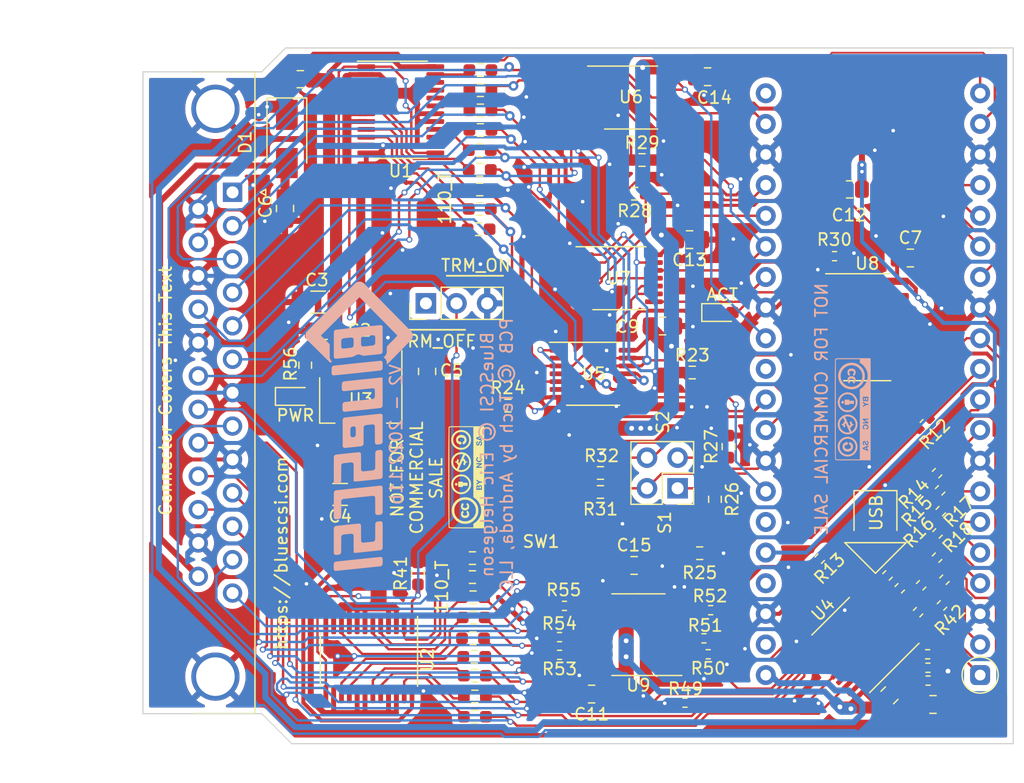
<source format=kicad_pcb>
(kicad_pcb (version 20211014) (generator pcbnew)
  (layers (0 "F.Cu" signal) (31 "B.Cu" signal) (34 "B.Paste" user) (35 "F.Paste" user) (36 "B.SilkS" user "B.Silkscreen") (37 "F.SilkS" user "F.Silkscreen") (38 "B.Mask" user) (39 "F.Mask" user) (44 "Edge.Cuts" user))
  (net 0 "")
  (net 1 "GND")
  (net 2 "+2V8")
  (net 3 "+5V")
  (net 4 "Net-(J4-Pad1)")
  (net 5 "iATN")
  (net 6 "oIO")
  (net 7 "oREQ")
  (net 8 "oSEL")
  (net 9 "oBSY")
  (net 10 "SD_CLK")
  (net 11 "oRST")
  (net 12 "oCD_iSEL")
  (net 13 "ATN")
  (net 14 "BSY")
  (net 15 "DBP")
  (net 16 "ACK")
  (net 17 "RST")
  (net 18 "MSG")
  (net 19 "SEL")
  (net 20 "CD")
  (net 21 "REQ")
  (net 22 "IO")
  (net 23 "DB7")
  (net 24 "DB6")
  (net 25 "DB5")
  (net 26 "DB4")
  (net 27 "DB3")
  (net 28 "DB2")
  (net 29 "DB1")
  (net 30 "DB0")
  (net 31 "+3V3")
  (net 32 "SEL_BUFF")
  (net 33 "BSY_BUFF")
  (net 34 "+5VP")
  (net 35 "oMSG_iBSY")
  (net 36 "+5F")
  (net 37 "SD_CMD_MOSI")
  (net 38 "DB4T")
  (net 39 "DB5T")
  (net 40 "DB6T")
  (net 41 "DB7T")
  (net 42 "DBPT")
  (net 43 "DB0T")
  (net 44 "DB1T")
  (net 45 "DB3T")
  (net 46 "DB2T")
  (net 47 "SD_D0_MISO")
  (net 49 "DBPTr")
  (net 50 "Net-(R11-Pad2)")
  (net 51 "Net-(R43-Pad2)")
  (net 52 "SD_D1")
  (net 53 "SD_D2")
  (net 54 "Net-(R44-Pad2)")
  (net 55 "Net-(R45-Pad2)")
  (net 56 "Net-(R46-Pad1)")
  (net 57 "Net-(R47-Pad1)")
  (net 58 "Net-(R48-Pad1)")
  (net 59 "SD_D3_CS")
  (net 60 "iRST")
  (net 62 "iACK")
  (net 66 "SERIAL_OUT")
  (net 67 "Net-(J4-Pad3)")
  (net 68 "TRM_ON_J")
  (net 69 "Net-(R40-Pad1)")
  (net 70 "Net-(R6-Pad1)")
  (net 71 "Net-(R7-Pad1)")
  (net 72 "Net-(R8-Pad1)")
  (net 73 "Net-(R9-Pad1)")
  (net 74 "Net-(R10-Pad1)")
  (net 75 "Net-(R39-Pad1)")
  (net 76 "Net-(R1-Pad1)")
  (net 77 "Net-(R2-Pad1)")
  (net 78 "Net-(R3-Pad1)")
  (net 79 "Net-(R4-Pad1)")
  (net 80 "Net-(R5-Pad1)")
  (net 81 "Net-(R12-Pad1)")
  (net 82 "Net-(R13-Pad1)")
  (net 83 "Net-(R14-Pad1)")
  (net 84 "Net-(R15-Pad1)")
  (net 85 "Net-(R16-Pad1)")
  (net 86 "Net-(R17-Pad1)")
  (net 87 "Net-(R18-Pad1)")
  (net 88 "Net-(R19-Pad1)")
  (net 89 "Net-(R33-Pad1)")
  (net 90 "Net-(R34-Pad1)")
  (net 91 "Net-(R35-Pad1)")
  (net 92 "Net-(R36-Pad1)")
  (net 93 "Net-(R37-Pad1)")
  (net 94 "Net-(R38-Pad1)")
  (net 95 "Net-(R42-Pad1)")
  (net 96 "Net-(R49-Pad1)")
  (net 97 "Net-(R50-Pad2)")
  (net 98 "Net-(R51-Pad2)")
  (net 99 "Net-(R52-Pad2)")
  (net 100 "Net-(R53-Pad1)")
  (net 101 "Net-(R54-Pad1)")
  (net 102 "Net-(R55-Pad1)")
  (net 104 "Net-(D2-Pad2)")
  (net 105 "Net-(R30-Pad1)")
  (net 111 "Net-(D3-Pad2)")
  (footprint "Capacitor_SMD:C_1206_3216Metric_Pad1.42x1.75mm_HandSolder" (layer "F.Cu") (at 114.554 93.1672 180)
    (fp_text reference "C3")
    (fp_text value "20uF")
  )
  (footprint "Capacitor_SMD:C_1206_3216Metric_Pad1.42x1.75mm_HandSolder" (layer "F.Cu") (at 116.3828 109.1184 180)
    (fp_text reference "C4")
    (fp_text value "20uF")
  )
  (footprint "Package_TO_SOT_SMD:SOT-223-3_TabPin2" (layer "F.Cu") (at 118.09322 101.29692 -90)
    (fp_text reference "U3")
    (fp_text value "AMS1117-2.85")
  )
  (footprint "CustomFootprints:BluePillModule" (layer "F.Cu") (at 161.8488 126.6444 180)
    (fp_text reference "RP1" hide)
    (fp_text value "Pico_Footprint")
  )
  (footprint "Capacitor_SMD:C_0805_2012Metric_Pad1.15x1.40mm_HandSolder" (layer "F.Cu") (at 115.053 95.5548 180)
    (fp_text reference "C2")
    (fp_text value "0.1uF")
  )
  (footprint "Capacitor_SMD:C_0805_2012Metric_Pad1.15x1.40mm_HandSolder" (layer "F.Cu") (at 123.5964 98.9166 90)
    (fp_text reference "C5")
    (fp_text value "0.1uF")
  )
  (footprint "Capacitor_SMD:C_0805_2012Metric_Pad1.15x1.40mm_HandSolder" (layer "F.Cu") (at 111.8108 85.4038 -90)
    (fp_text reference "C6")
    (fp_text value "4.7uF")
  )
  (footprint "Capacitor_SMD:C_0805_2012Metric_Pad1.15x1.40mm_HandSolder" (layer "F.Cu") (at 158.6394 83.82 180)
    (fp_text reference "C12")
    (fp_text value "4.7uF")
  )
  (footprint "Diode_SMD:D_SMA" (layer "F.Cu") (at 111.9632 79.6356 -90)
    (fp_text reference "D1")
    (fp_text value "D")
  )
  (footprint "Connector_PinHeader_2.54mm:PinHeader_1x03_P2.54mm_Vertical" (layer "F.Cu") (at 123.4948 93.2688 90)
    (fp_text reference "J1" hide)
    (fp_text value "Conn_01x03_Male")
  )
  (footprint "Resistor_SMD:R_0402_1005Metric_Pad0.72x0.64mm_HandSolder" (layer "F.Cu") (at 166.303104 118.329296 -135)
    (fp_text reference "R42")
    (fp_text value "1k")
  )
  (footprint "Package_SO:TSSOP-24_4.4x7.8mm_P0.65mm" (layer "F.Cu") (at 118.7704 122.8344 -90)
    (fp_text reference "U2")
    (fp_text value "SN74CBTD3384")
  )
  (footprint "Resistor_SMD:R_0402_1005Metric_Pad0.72x0.64mm_HandSolder" (layer "F.Cu") (at 134.5813 120.9548 180)
    (fp_text reference "R54")
    (fp_text value "1k")
  )
  (footprint "Resistor_SMD:R_0603_1608Metric_Pad0.98x0.95mm_HandSolder" (layer "F.Cu") (at 127.508 122.5804)
    (fp_text reference "R39" hide)
    (fp_text value "R")
  )
  (footprint "Resistor_SMD:R_0402_1005Metric_Pad0.72x0.64mm_HandSolder" (layer "F.Cu") (at 166.201504 110.506096 -135)
    (fp_text reference "R16")
    (fp_text value "1k")
  )
  (footprint "Resistor_SMD:R_0603_1608Metric_Pad0.98x0.95mm_HandSolder" (layer "F.Cu") (at 127.9652 83.82)
    (fp_text reference "R4" hide)
    (fp_text value "R")
  )
  (footprint "Resistor_SMD:R_0402_1005Metric_Pad0.72x0.64mm_HandSolder" (layer "F.Cu") (at 146.9136 122.3772 180)
    (fp_text reference "R50")
    (fp_text value "1k")
  )
  (footprint "Resistor_SMD:R_0603_1608Metric_Pad0.98x0.95mm_HandSolder" (layer "F.Cu") (at 127.4083 117.6528)
    (fp_text reference "R33" hide)
    (fp_text value "R")
  )
  (footprint "LED_SMD:LED_0603_1608Metric_Pad1.05x0.95mm_HandSolder" (layer "F.Cu") (at 148.0426 94.0308)
    (fp_text reference "D2" hide)
    (fp_text value "LED")
  )
  (footprint "Resistor_SMD:R_0603_1608Metric_Pad0.98x0.95mm_HandSolder" (layer "F.Cu") (at 127.5588 127.5588)
    (fp_text reference "R36" hide)
    (fp_text value "R")
  )
  (footprint "Capacitor_SMD:C_0805_2012Metric_Pad1.18x1.45mm_HandSolder" (layer "F.Cu") (at 163.6776 89.5096)
    (fp_text reference "C7")
    (fp_text value "4.7uF")
  )
  (footprint "Resistor_SMD:R_0603_1608Metric_Pad0.98x0.95mm_HandSolder" (layer "F.Cu") (at 113.4872 98.3996 -90)
    (fp_text reference "R56")
    (fp_text value "4.7k")
  )
  (footprint "Package_SO:TSSOP-24_4.4x7.8mm_P0.65mm" (layer "F.Cu") (at 121.412 77.216)
    (fp_text reference "U1")
    (fp_text value "SN74CBTD3384")
  )
  (footprint "Resistor_SMD:R_0603_1608Metric_Pad0.98x0.95mm_HandSolder" (layer "F.Cu") (at 127.9652 82.1944)
    (fp_text reference "R5" hide)
    (fp_text value "R")
  )
  (footprint "Resistor_SMD:R_0603_1608Metric_Pad0.98x0.95mm_HandSolder" (layer "F.Cu") (at 127.3575 114.4016)
    (fp_text reference "R35" hide)
    (fp_text value "R")
  )
  (footprint "Resistor_SMD:R_0603_1608Metric_Pad0.98x0.95mm_HandSolder" (layer "F.Cu") (at 127.4591 119.3292)
    (fp_text reference "R1" hide)
    (fp_text value "R")
  )
  (footprint "Capacitor_SMD:C_0805_2012Metric_Pad1.18x1.45mm_HandSolder" (layer "F.Cu") (at 161.9504 125.7808 45)
    (fp_text reference "C8" hide)
    (fp_text value "0.1uF")
  )
  (footprint "Resistor_SMD:R_0603_1608Metric_Pad0.98x0.95mm_HandSolder" (layer "F.Cu") (at 127.5588 124.1552)
    (fp_text reference "R38" hide)
    (fp_text value "R")
  )
  (footprint "Resistor_SMD:R_0402_1005Metric_Pad0.72x0.64mm_HandSolder" (layer "F.Cu") (at 165.928896 112.353504 -135)
    (fp_text reference "R17")
    (fp_text value "1k")
  )
  (footprint "Resistor_SMD:R_0603_1608Metric_Pad0.98x0.95mm_HandSolder" (layer "F.Cu") (at 128.0179 78.8924)
    (fp_text reference "R9" hide)
    (fp_text value "R")
  )
  (footprint "Resistor_SMD:R_0402_1005Metric_Pad0.72x0.64mm_HandSolder" (layer "F.Cu") (at 156.1592 114.4524 -135)
    (fp_text reference "R13")
    (fp_text value "1k")
  )
  (footprint "LED_SMD:LED_0603_1608Metric_Pad1.05x0.95mm_HandSolder" (layer "F.Cu") (at 112.6744 100.9904)
    (fp_text reference "D3" hide)
    (fp_text value "LED")
  )
  (footprint "Resistor_SMD:R_0603_1608Metric_Pad0.98x0.95mm_HandSolder" (layer "F.Cu") (at 127.4064 121.0564)
    (fp_text reference "R40" hide)
    (fp_text value "R")
  )
  (footprint "Resistor_SMD:R_0402_1005Metric_Pad0.72x0.64mm_HandSolder" (layer "F.Cu") (at 161.781904 115.840096 -135)
    (fp_text reference "R45" hide)
    (fp_text value "1k")
  )
  (footprint "Package_SO:TSSOP-20_4.4x6.5mm_P0.65mm" (layer "F.Cu") (at 159.4612 121.6152 -135)
    (fp_text reference "U4")
    (fp_text value "LVT245")
  )
  (footprint "Resistor_SMD:R_0402_1005Metric_Pad0.72x0.64mm_HandSolder" (layer "F.Cu") (at 165.896704 114.366896 -135)
    (fp_text reference "R18")
    (fp_text value "1k")
  )
  (footprint "Resistor_SMD:R_0402_1005Metric_Pad0.72x0.64mm_HandSolder" (layer "F.Cu") (at 165.1387 123.4948)
    (fp_text reference "R47" hide)
    (fp_text value "1k")
  )
  (footprint "Capacitor_SMD:C_0805_2012Metric_Pad1.18x1.45mm_HandSolder" (layer "F.Cu") (at 140.7668 115.0112)
    (fp_text reference "C15")
    (fp_text value "4.7uF")
  )
  (footprint "Capacitor_SMD:C_0805_2012Metric_Pad1.18x1.45mm_HandSolder" (layer "F.Cu") (at 146.8628 74.4728 180)
    (fp_text reference "C14")
    (fp_text value "0.1uF")
  )
  (footprint "Package_SO:SOIC-14_3.9x8.7mm_P1.27mm" (layer "F.Cu") (at 160.1074 95.25)
    (fp_text reference "U8")
    (fp_text value "74HC14")
  )
  (footprint "Resistor_SMD:R_0402_1005Metric_Pad0.72x0.64mm_HandSolder" (layer "F.Cu") (at 134.5813 122.428 180)
    (fp_text reference "R53")
    (fp_text value "1k")
  )
  (footprint "Resistor_SMD:R_0603_1608Metric_Pad0.98x0.95mm_HandSolder" (layer "F.Cu") (at 137.9747 108.9152 180)
    (fp_text reference "R31")
    (fp_text value "4.7k")
  )
  (footprint "Resistor_SMD:R_0603_1608Metric_Pad0.98x0.95mm_HandSolder" (layer "F.Cu") (at 127.9671 85.4456)
    (fp_text reference "R3" hide)
    (fp_text value "R")
  )
  (footprint "Resistor_SMD:R_0402_1005Metric_Pad0.72x0.64mm_HandSolder" (layer "F.Cu") (at 166.150704 108.778896 -135)
    (fp_text reference "R15")
    (fp_text value "1k")
  )
  (footprint "Resistor_SMD:R_0603_1608Metric_Pad0.98x0.95mm_HandSolder" (layer "F.Cu") (at 137.9747 107.3404 180)
    (fp_text reference "R32")
    (fp_text value "4.7k")
  )
  (footprint "Resistor_SMD:R_0603_1608Metric_Pad0.98x0.95mm_HandSolder" (layer "F.Cu") (at 122.8344 115.6716 90)
    (fp_text reference "R41")
    (fp_text value "4.7k")
  )
  (footprint "Resistor_SMD:R_0603_1608Metric_Pad0.98x0.95mm_HandSolder" (layer "F.Cu") (at 128.016 75.5904)
    (fp_text reference "R7" hide)
    (fp_text value "R")
  )
  (footprint "Resistor_SMD:R_0402_1005Metric_Pad0.72x0.64mm_HandSolder" (layer "F.Cu") (at 164.575904 116.652896 -135)
    (fp_text reference "R43" hide)
    (fp_text value "1k")
  )
  (footprint "Resistor_SMD:R_0402_1005Metric_Pad0.72x0.64mm_HandSolder" (layer "F.Cu") (at 144.9832 126.3904 180)
    (fp_text reference "R49")
    (fp_text value "1k")
  )
  (footprint "Resistor_SMD:R_0603_1608Metric_Pad0.98x0.95mm_HandSolder" (layer "F.Cu") (at 128.0179 77.2668)
    (fp_text reference "R8" hide)
    (fp_text value "R")
  )
  (footprint "Resistor_SMD:R_0402_1005Metric_Pad0.72x0.64mm_HandSolder" (layer "F.Cu") (at 157.3905 89.3572 180)
    (fp_text reference "R30")
    (fp_text value "470")
  )
  (footprint "Resistor_SMD:R_0603_1608Metric_Pad0.98x0.95mm_HandSolder" (layer "F.Cu") (at 127.8655 87.122)
    (fp_text reference "R2" hide)
    (fp_text value "R")
  )
  (footprint "Resistor_SMD:R_0603_1608Metric_Pad0.98x0.95mm_HandSolder" (layer "F.Cu") (at 148.59 105.1541 90)
    (fp_text reference "R27")
    (fp_text value "1k")
  )
  (footprint "Library:TF-06_MicroSD" (layer "F.Cu") (at 160.5788 74.1332)
    (fp_text reference "SD2" hide)
    (fp_text value "MicroSD-TF-06")
  )
  (footprint "Resistor_SMD:R_0402_1005Metric_Pad0.72x0.64mm_HandSolder" (layer "F.Cu") (at 134.9877 118.364 180)
    (fp_text reference "R55")
    (fp_text value "1k")
  )
  (footprint "Resistor_SMD:R_0402_1005Metric_Pad0.72x0.64mm_HandSolder" (layer "F.Cu") (at 164.880704 103.292496 -135)
    (fp_text reference "R12")
    (fp_text value "1k")
  )
  (footprint "Resistor_SMD:R_0402_1005Metric_Pad0.72x0.64mm_HandSolder" (layer "F.Cu") (at 146.558 121.0564 180)
    (fp_text reference "R51")
    (fp_text value "1k")
  )
  (footprint "Resistor_SMD:R_0402_1005Metric_Pad0.72x0.64mm_HandSolder" (layer "F.Cu") (at 166.506304 116.195696 -135)
    (fp_text reference "R19" hide)
    (fp_text value "1k")
  )
  (footprint "Capacitor_SMD:C_0805_2012Metric_Pad1.18x1.45mm_HandSolder" (layer "F.Cu") (at 165.5572 126.5428)
    (fp_text reference "C10" hide)
    (fp_text value "4.7uF")
  )
  (footprint "Resistor_SMD:R_0603_1608Metric_Pad0.98x0.95mm_HandSolder" (layer "F.Cu") (at 130.302 101.7524 180)
    (fp_text reference "R24")
    (fp_text value "1k")
  )
  (footprint "Library:cc_by_nc_sa_front_silk_screen" (layer "F.Cu") (at 126.8476 107.696 90)
    (fp_text reference "G***" hide)
    (fp_text value "LOGO" hide)
  )
  (footprint "Capacitor_SMD:C_0805_2012Metric_Pad1.18x1.45mm_HandSolder" (layer "F.Cu") (at 143.1251 95.1484 180)
    (fp_text reference "C9")
    (fp_text value "0.1uF")
  )
  (footprint "Resistor_SMD:R_0603_1608Metric_Pad0.98x0.95mm_HandSolder" (layer "F.Cu") (at 127.9671 80.5688)
    (fp_text reference "R10" hide)
    (fp_text value "R")
  )
  (footprint "Resistor_SMD:R_0603_1608Metric_Pad0.98x0.95mm_HandSolder" (layer "F.Cu") (at 127.3556 115.9764)
    (fp_text reference "R34" hide)
    (fp_text value "R")
  )
  (footprint "Resistor_SMD:R_0603_1608Metric_Pad0.98x0.95mm_HandSolder" (layer "F.Cu") (at 147.4724 109.5229 -90)
    (fp_text reference "R26")
    (fp_text value "1k")
  )
  (footprint "Package_SO:TSSOP-14_4.4x5mm_P0.65mm" (layer "F.Cu") (at 139.5476 91.186)
    (fp_text reference "U7")
    (fp_text value "LVT125")
  )
  (footprint "Resistor_SMD:R_0603_1608Metric_Pad0.98x0.95mm_HandSolder" (layer "F.Cu") (at 127.5588 125.8824)
    (fp_text reference "R37" hide)
    (fp_text value "R")
  )
  (footprint "Library:TS-1187A-B-A-B" (layer "F.Cu") (at 124.1533 108.458 90)
    (fp_text reference "SW1")
    (fp_text value "SW_MEC_5E" hide)
  )
  (footprint "Fuse:Fuse_0805_2012Metric_Pad1.15x1.40mm_HandSolder" (layer "F.Cu") (at 113.0808 74.676 180)
    (fp_text reference "F2" hide)
    (fp_text value "Polyfuse")
  )
  (footprint "Connector_PinHeader_2.54mm:PinHeader_2x02_P2.54mm_Vertical" (layer "F.Cu") (at 144.3736 108.6104 180)
    (fp_text reference "J4" hide)
    (fp_text value "SW")
  )
  (footprint "Resistor_SMD:R_0603_1608Metric_Pad0.98x0.95mm_HandSolder" (layer "F.Cu") (at 145.5909 99.0092)
    (fp_text reference "R23")
    (fp_text value "1k")
  )
  (footprint "Connector_Dsub:DSUB-25_Male_Horizontal_P2.77x2.84mm_EdgePinOffset7.70mm_Housed_MountingHolesOffset9.12mm" (layer "F.Cu") (at 107.457131 84.0606 -90)
    (fp_text reference "J2" hide)
    (fp_text value "DB25_Male_MountingHoles")
  )
  (footprint "Resistor_SMD:R_0603_1608Metric_Pad0.98x0.95mm_HandSolder" (layer "F.Cu") (at 146.2043 113.9952)
    (fp_text reference "R25")
    (fp_text value "1k")
  )
  (footprint "Package_SO:TSSOP-14_4.4x5mm_P0.65mm" (layer "F.Cu") (at 137.3632 99.1108)
    (fp_text reference "U5")
    (fp_text value "LVT125")
  )
  (footprint "Resistor_SMD:R_0402_1005Metric_Pad0.72x0.64mm_HandSolder" (layer "F.Cu") (at 165.896704 107.356496 -135)
    (fp_text reference "R14")
    (fp_text value "1k")
  )
  (footprint "Package_SO:TSSOP-20_4.4x6.5mm_P0.65mm" (layer "F.Cu") (at 141.1224 120.7516 180)
    (fp_text reference "U9")
    (fp_text value "LVT245")
  )
  (footprint "Resistor_SMD:R_0402_1005Metric_Pad0.72x0.64mm_HandSolder" (layer "F.Cu") (at 147.1168 118.7196 180)
    (fp_text reference "R52")
    (fp_text value "1k")
  )
  (footprint "Package_SO:TSSOP-14_4.4x5mm_P0.65mm" (layer "F.Cu") (at 140.5128 76.2)
    (fp_text reference "U6")
    (fp_text value "LVT125")
  )
  (footprint "Resistor_SMD:R_0603_1608Metric_Pad0.98x0.95mm_HandSolder" (layer "F.Cu") (at 128.016 73.914)
    (fp_text reference "R6" hide)
    (fp_text value "R")
  )
  (footprint "Capacitor_SMD:C_0805_2012Metric_Pad1.18x1.45mm_HandSolder" (layer "F.Cu") (at 137.2401 125.6792 180)
    (fp_text reference "C11")
    (fp_text value "0.1uF")
  )
  (footprint "Resistor_SMD:R_0402_1005Metric_Pad0.72x0.64mm_HandSolder" (layer "F.Cu") (at 164.321904 118.888096 -135)
    (fp_text reference "R11" hide)
    (fp_text value "1k")
  )
  (footprint "Capacitor_SMD:C_0805_2012Metric_Pad1.18x1.45mm_HandSolder" (layer "F.Cu") (at 145.3681 87.9856 180)
    (fp_text reference "C13")
    (fp_text value "0.1uF")
  )
  (footprint "Resistor_SMD:R_0603_1608Metric_Pad0.98x0.95mm_HandSolder" (layer "F.Cu") (at 141.4272 81.3816)
    (fp_text reference "R29")
    (fp_text value "1k")
  )
  (footprint "Resistor_SMD:R_0402_1005Metric_Pad0.72x0.64mm_HandSolder" (layer "F.Cu") (at 162.797904 116.906896 -135)
    (fp_text reference "R44" hide)
    (fp_text value "1k")
  )
  (footprint "Resistor_SMD:R_0402_1005Metric_Pad0.72x0.64mm_HandSolder" (layer "F.Cu") (at 165.1508 124.5616)
    (fp_text reference "R46" hide)
    (fp_text value "1k")
  )
  (footprint "Resistor_SMD:R_0603_1608Metric_Pad0.98x0.95mm_HandSolder" (layer "F.Cu") (at 140.8176 84.1756 180)
    (fp_text reference "R28")
    (fp_text value "1k")
  )
  (footprint "Resistor_SMD:R_0402_1005Metric_Pad0.72x0.64mm_HandSolder" (layer "F.Cu") (at 165.1121 122.3772)
    (fp_text reference "R48" hide)
    (fp_text value "1k" hide)
  )
  (footprint "Library:cc_by_nc_sa_front_silk_screen" (layer "B.Cu") (at 158.9024 102.0572 -90)
    (fp_text reference "G***" hide)
    (fp_text value "LOGO" hide)
  )
  (gr_poly (pts (xy 115.851373 115.229306) (xy 115.851557 115.25204) (xy 115.851876 115.271408) (xy 115.852355 115.287783) (xy 115.852661 115.294965) (xy 115.853016 115.301538) (xy 115.853423 115.307548) (xy 115.853884 115.313043) (xy 115.854403 115.318068) (xy 115.854982 115.322671) (xy 115.855626 115.326898) (xy 115.856335 115.330795) (xy 115.857114 115.334408) (xy 115.857966 115.337785) (xy 115.858893 115.340972) (xy 115.859898 115.344015) (xy 115.860985 115.346961) (xy 115.862157 115.349856) (xy 115.864764 115.355681) (xy 115.867744 115.361861) (xy 115.87365 115.373234) (xy 115.880229 115.384055) (xy 115.887446 115.394298) (xy 115.895261 115.403942) (xy 115.903639 115.41296) (xy 115.912542 115.421331) (xy 115.921932 115.42903) (xy 115.931774 115.436034) (xy 115.942028 115.442318) (xy 115.952659 115.447858) (xy 115.963629 115.452632) (xy 115.974901 115.456615) (xy 115.986437 115.459784) (xy 115.9982 115.462115) (xy 116.010154 115.463583) (xy 116.022261 115.464166) (xy 119.713728 115.078934) (xy 119.721052 115.077672) (xy 119.728337 115.076139) (xy 119.742755 115.072282) (xy 119.756925 115.06741) (xy 119.77079 115.06157) (xy 119.78429 115.054808) (xy 119.797369 115.047171) (xy 119.809969 115.038705) (xy 119.822031 115.029456) (xy 119.833497 115.019472) (xy 119.844311 115.008798) (xy 119.854413 114.997482) (xy 119.863747 114.985569) (xy 119.872253 114.973106) (xy 119.879875 114.96014) (xy 119.886554 114.946717) (xy 119.889523 114.939849) (xy 119.892233 114.932884) (xy 119.897154 114.919084) (xy 119.90091 114.905036) (xy 119.903656 114.888111) (xy 119.905551 114.865679) (xy 119.906751 114.835111) (xy 119.907414 114.793778) (xy 119.907756 114.668299) (xy 119.907694 114.595186) (xy 119.907584 114.56536) (xy 119.907392 114.539536) (xy 119.907097 114.51735) (xy 119.906677 114.498438) (xy 119.90611 114.482436) (xy 119.905765 114.475413) (xy 119.905374 114.468981) (xy 119.904937 114.463095) (xy 119.904449 114.457709) (xy 119.903908 114.452777) (xy 119.903311 114.448255) (xy 119.902657 114.444097) (xy 119.901941 114.440257) (xy 119.901161 114.43669) (xy 119.900314 114.43335) (xy 119.899399 114.430193) (xy 119.898411 114.427171) (xy 119.897349 114.424241) (xy 119.896209 114.421356) (xy 119.893687 114.41554) (xy 119.890822 114.409361) (xy 119.884223 114.396446) (xy 119.87712 114.384418) (xy 119.869507 114.373272) (xy 119.861376 114.363005) (xy 119.85272 114.353609) (xy 119.843532 114.345081) (xy 119.833805 114.337414) (xy 119.82353 114.330604) (xy 119.812702 114.324646) (xy 119.801312 114.319535) (xy 119.789354 114.315264) (xy 119.77682 114.31183) (xy 119.763704 114.309227) (xy 119.749997 114.307449) (xy 119.735693 114.306492) (xy 119.720784 114.306351) (xy 119.147784 114.363324) (xy 117.839772 114.499674) (xy 116.00815 114.692994) (xy 115.970756 114.713455) (xy 115.962219 114.718453) (xy 115.953824 114.723902) (xy 115.945596 114.729776) (xy 115.937561 114.736045) (xy 115.929746 114.742681) (xy 115.922176 114.749658) (xy 115.914876 114.756947) (xy 115.907873 114.764521) (xy 115.901192 114.77235) (xy 115.89486 114.780408) (xy 115.888902 114.788667) (xy 115.883344 114.797098) (xy 115.878212 114.805674) (xy 115.873531 114.814367) (xy 115.869328 114.823148) (xy 115.865628 114.831991) (xy 115.861375 114.844257) (xy 115.858065 114.857764) (xy 115.855582 114.874877) (xy 115.85381 114.897959) (xy 115.852633 114.929375) (xy 115.851936 114.971491) (xy 115.851517 115.097279) (xy 115.851317 115.172255) (xy 115.851301 115.202835)) (layer "B.SilkS") (width 0.004) (fill solid))
  (gr_poly (pts (xy 115.861395 108.103105) (xy 115.882561 108.137679) (xy 115.887684 108.145349) (xy 115.893248 108.152738) (xy 115.899232 108.159829) (xy 115.905613 108.166606) (xy 115.912371 108.173053) (xy 115.919483 108.179152) (xy 115.926928 108.184887) (xy 115.934684 108.190242) (xy 115.94273 108.1952) (xy 115.951043 108.199745) (xy 115.959602 108.20386) (xy 115.968385 108.207528) (xy 115.977371 108.210734) (xy 115.986538 108.21346) (xy 115.995864 108.21569) (xy 116.005328 108.217407) (xy 116.018167 108.218731) (xy 116.034389 108.2193) (xy 116.053491 108.219171) (xy 116.074968 108.218399) (xy 116.123039 108.215149) (xy 116.174573 108.209998) (xy 116.225545 108.203392) (xy 116.271929 108.195777) (xy 116.292141 108.19173) (xy 116.309696 108.187599) (xy 116.324091 108.183439) (xy 116.334822 108.179306) (xy 116.34364 108.175069) (xy 116.352351 108.170313) (xy 116.360929 108.165065) (xy 116.36935 108.159352) (xy 116.37759 108.153201) (xy 116.385622 108.146638) (xy 116.393423 108.139691) (xy 116.400968 108.132386) (xy 116.408232 108.124751) (xy 116.415189 108.116812) (xy 116.421816 108.108595) (xy 116.428088 108.100129) (xy 116.433979 108.091439) (xy 116.439465 108.082554) (xy 116.444521 108.073498) (xy 116.449122 108.0643) (xy 116.468172 108.024084) (xy 116.4717 107.353806) (xy 116.475228 106.683527) (xy 116.492161 106.649661) (xy 116.496952 106.640743) (xy 116.502543 106.631756) (xy 116.508858 106.622768) (xy 116.515819 106.613843) (xy 116.523351 106.605046) (xy 116.531377 106.596443) (xy 116.539821 106.588097) (xy 116.548606 106.580076) (xy 116.557655 106.572442) (xy 116.566892 106.565263) (xy 116.576241 106.558602) (xy 116.585625 106.552526) (xy 116.594968 106.547098) (xy 116.604193 106.542385) (xy 116.613223 106.538451) (xy 116.621983 106.535361) (xy 116.660276 106.528876) (xy 116.737694 106.518803) (xy 116.959768 106.493381) (xy 117.187927 106.470076) (xy 117.272952 106.462649) (xy 117.321895 106.459868) (xy 117.328468 106.459903) (xy 117.334956 106.460139) (xy 117.341359 106.460577) (xy 117.347675 106.461214) (xy 117.353902 106.46205) (xy 117.360038 106.463084) (xy 117.366082 106.464315) (xy 117.372033 106.465743) (xy 117.377889 106.467366) (xy 117.383648 106.469183) (xy 117.389309 106.471194) (xy 117.39487 106.473398) (xy 117.40033 106.475793) (xy 117.405687 106.478379) (xy 117.41094 106.481155) (xy 117.416086 106.48412) (xy 117.421126 106.487274) (xy 117.426056 106.490614) (xy 117.430875 106.49414) (xy 117.435583 106.497853) (xy 117.440177 106.501749) (xy 117.444655 106.505829) (xy 117.449017 106.510092) (xy 117.45326 106.514536) (xy 117.457384 106.519162) (xy 117.461386 106.523967) (xy 117.465265 106.528952) (xy 117.469019 106.534114) (xy 117.472648 106.539454) (xy 117.476149 106.54497) (xy 117.47952 106.550662) (xy 117.482761 106.556528) (xy 117.498283 106.584751) (xy 117.505339 108.024084) (xy 117.526506 108.034666) (xy 117.548174 108.042591) (xy 117.582774 108.046728) (xy 117.641848 108.046201) (xy 117.736938 108.040135) (xy 118.081337 108.007878) (xy 118.708311 107.942945) (xy 119.21716 107.888959) (xy 119.397224 107.869386) (xy 119.534782 107.853957) (xy 119.635132 107.842066) (xy 119.703575 107.83311) (xy 119.745411 107.826485) (xy 119.758007 107.823859) (xy 119.765939 107.821589) (xy 119.774744 107.817902) (xy 119.783658 107.813491) (xy 119.792626 107.808407) (xy 119.801592 107.802705) (xy 119.8105 107.796436) (xy 119.819294 107.789654) (xy 119.827919 107.78241) (xy 119.836318 107.774759) (xy 119.844436 107.766751) (xy 119.852218 107.758441) (xy 119.859607 107.749881) (xy 119.866547 107.741124) (xy 119.872983 107.732221) (xy 119.878858 107.723227) (xy 119.884118 107.714193) (xy 119.888705 107.705173) (xy 119.904228 107.671306) (xy 119.904228 105.554639) (xy 119.888705 105.526417) (xy 119.881898 105.514418) (xy 119.874694 105.503282) (xy 119.867076 105.492999) (xy 119.859028 105.483554) (xy 119.850534 105.474937) (xy 119.841577 105.467134) (xy 119.83214 105.460132) (xy 119.822207 105.453921) (xy 119.811762 105.448487) (xy 119.800787 105.443817) (xy 119.789266 105.4399) (xy 119.777184 105.436723) (xy 119.764522 105.434273) (xy 119.751266 105.432539) (xy 119.737397 105.431508) (xy 119.7229 105.431167) (xy 119.704076 105.431565) (xy 119.683795 105.432464) (xy 119.640118 105.435588) (xy 119.594374 105.440184) (xy 119.549069 105.445896) (xy 119.506707 105.452369) (xy 119.469793 105.459247) (xy 119.454163 105.462726) (xy 119.440834 105.466174) (xy 119.43012 105.469546) (xy 119.422333 105.472796) (xy 119.414285 105.477157) (xy 119.406296 105.482016) (xy 119.398394 105.487345) (xy 119.390605 105.493113) (xy 119.382958 105.49929) (xy 119.375477 105.505847) (xy 119.368191 105.512753) (xy 119.361126 105.519979) (xy 119.35431 105.527494) (xy 119.347768 105.535268) (xy 119.341528 105.543272) (xy 119.335616 105.551475) (xy 119.33006 105.559848) (xy 119.324887 105.568361) (xy 119.320123 105.576983) (xy 119.315795 105.585684) (xy 119.29745 105.625195) (xy 119.293922 106.295472) (xy 119.290394 106.96575) (xy 119.274167 106.99609) (xy 119.269093 107.005124) (xy 119.263673 107.013956) (xy 119.257925 107.022567) (xy 119.251865 107.030937) (xy 119.245511 107.039047) (xy 119.238882 107.046877) (xy 119.231995 107.054407) (xy 119.224866 107.061617) (xy 119.217514 107.068489) (xy 119.209957 107.075002) (xy 119.202212 107.081137) (xy 119.194296 107.086874) (xy 119.186227 107.092193) (xy 119.178022 107.097076) (xy 119.1697 107.101501) (xy 119.161278 107.10545) (xy 119.146612 107.111126) (xy 119.127555 107.116331) (xy 119.100246 107.121586) (xy 119.060825 107.127411) (xy 118.930198 107.142856) (xy 118.704783 107.166833) (xy 118.581312 107.179809) (xy 118.483779 107.189808) (xy 118.408752 107.197095) (xy 118.378606 107.199805) (xy 118.352799 107.201935) (xy 118.330904 107.20352) (xy 118.31249 107.204592) (xy 118.29713 107.205184) (xy 118.284393 107.205331) (xy 118.273852 107.205063) (xy 118.265078 107.204416) (xy 118.25764 107.203421) (xy 118.251111 107.202111) (xy 118.242526 107.199983) (xy 118.233988 107.197316) (xy 118.225528 107.194137) (xy 118.217179 107.19047) (xy 118.208969 107.18634) (xy 118.200932 107.181772) (xy 118.193096 107.176791) (xy 118.185495 107.17142) (xy 118.178158 107.165686) (xy 118.171116 107.159613) (xy 118.164401 107.153226) (xy 118.158044 107.146549) (xy 118.152076 107.139608) (xy 118.146527 107.132427) (xy 118.141428 107.125031) (xy 118.136812 107.117445) (xy 118.119172 107.085694) (xy 118.115645 106.415417) (xy 118.112117 105.745139) (xy 118.096594 105.716212) (xy 118.092118 105.708353) (xy 118.087175 105.700668) (xy 118.081797 105.693181) (xy 118.076012 105.685917) (xy 118.069851 105.678902) (xy 118.063344 105.672159) (xy 118.05652 105.665714) (xy 118.04941 105.659591) (xy 118.042044 105.653816) (xy 118.034452 105.648412) (xy 118.026663 105.643406) (xy 118.018708 105.638821) (xy 118.010616 105.634683) (xy 118.002418 105.631016) (xy 117.994143 105.627845) (xy 117.985822 105.625195) (xy 117.970866 105.621754) (xy 117.946609 105.620554) (xy 117.901896 105.622578) (xy 117.825573 105.628811) (xy 116.981111 105.715506) (xy 116.663777 105.749111) (xy 116.424296 105.774662) (xy 116.330153 105.784857) (xy 116.251159 105.793566) (xy 116.185873 105.800965) (xy 116.132857 105.807228) (xy 116.110501 105.809989) (xy 116.090672 105.812533) (xy 116.073192 105.81488) (xy 116.057881 105.817054) (xy 116.044557 105.819076) (xy 116.033043 105.820967) (xy 116.023157 105.822751) (xy 116.01472 105.824449) (xy 116.007553 105.826082) (xy 116.001475 105.827674) (xy 115.996306 105.829245) (xy 115.991867 105.830818) (xy 115.987978 105.832415) (xy 115.984459 105.834058) (xy 115.977811 105.837568) (xy 115.969267 105.842565) (xy 115.96085 105.848014) (xy 115.952591 105.853887) (xy 115.944518 105.860156) (xy 115.93666 105.866792) (xy 115.929045 105.873769) (xy 115.921704 105.881058) (xy 115.914664 105.888631) (xy 115.907955 105.896461) (xy 115.901606 105.904519) (xy 115.895645 105.912777) (xy 115.890102 105.921208) (xy 115.885005 105.929784) (xy 115.880384 105.938477) (xy 115.876267 105.947258) (xy 115.872683 105.956101) (xy 115.868028 105.97059) (xy 115.864547 105.995678) (xy 115.860512 106.12614) (xy 115.859983 107.047595)) (layer "B.SilkS") (width 0.004) (fill solid))
  (gr_poly (pts (xy 113.504486 95.954586) (xy 113.506065 95.98866) (xy 113.508918 96.021139) (xy 113.510806 96.036271) (xy 113.512994 96.050394) (xy 113.515476 96.063303) (xy 113.518245 96.074795) (xy 113.521625 96.086237) (xy 113.525646 96.098269) (xy 113.530252 96.110788) (xy 113.535387 96.123687) (xy 113.540998 96.136864) (xy 113.54703 96.150213) (xy 113.553428 96.163631) (xy 113.560137 96.177012) (xy 113.567102 96.190253) (xy 113.574268 96.203249) (xy 113.581582 96.215895) (xy 113.588987 96.228088) (xy 113.59643 96.239723) (xy 113.603855 96.250695) (xy 113.611208 96.2609) (xy 113.618433 96.270234) (xy 113.694225 96.348154) (xy 113.874991 96.528996) (xy 114.443228 97.0915) (xy 115.049565 97.688841) (xy 115.397139 98.032711) (xy 115.425158 98.06046) (xy 115.44984 98.084839) (xy 115.471423 98.106048) (xy 115.49014 98.124291) (xy 115.498498 98.132362) (xy 115.506228 98.139767) (xy 115.513359 98.146531) (xy 115.519922 98.15268) (xy 115.525945 98.158237) (xy 115.531458 98.163229) (xy 115.536491 98.167681) (xy 115.541072 98.171618) (xy 115.545232 98.175065) (xy 115.548999 98.178047) (xy 115.552404 98.18059) (xy 115.555475 98.182718) (xy 115.558243 98.184457) (xy 115.559522 98.185189) (xy 115.560736 98.185832) (xy 115.561889 98.186391) (xy 115.562984 98.186869) (xy 115.564026 98.187268) (xy 115.565017 98.187592) (xy 115.565962 98.187844) (xy 115.566864 98.188027) (xy 115.567726 98.188144) (xy 115.568554 98.188198) (xy 115.569349 98.188193) (xy 115.570117 98.188132) (xy 115.57086 98.188017) (xy 115.571582 98.187852) (xy 115.572287 98.187641) (xy 115.572979 98.187385) (xy 115.574337 98.186756) (xy 115.575686 98.18599) (xy 115.577055 98.185111) (xy 115.588532 98.178596) (xy 115.607483 98.168443) (xy 115.631328 98.15604) (xy 115.657489 98.142778) (xy 115.721694 98.109617) (xy 115.680066 98.072928) (xy 115.668535 98.062034) (xy 115.657234 98.050532) (xy 115.646179 98.038443) (xy 115.635385 98.025788) (xy 115.624868 98.012587) (xy 115.614644 97.998861) (xy 115.604728 97.984631) (xy 115.595135 97.969917) (xy 115.585882 97.95474) (xy 115.576983 97.939121) (xy 115.568453 97.923079) (xy 115.56031 97.906637) (xy 115.552567 97.889815) (xy 115.545241 97.872633) (xy 115.538346 97.855112) (xy 115.5319 97.837273) (xy 115.526772 97.821608) (xy 115.522893 97.802314) (xy 115.520056 97.77252) (xy 115.518053 97.725354) (xy 115.515727 97.551423) (xy 115.514261 97.225556) (xy 115.511439 96.656878) (xy 115.150194 96.301278) (xy 114.894431 96.048513) (xy 114.816224 95.970681) (xy 114.794691 95.948996) (xy 114.786833 95.940739) (xy 116.383594 94.344067) (xy 117.987233 92.753745) (xy 119.001117 93.778917) (xy 119.723076 94.508991) (xy 119.949847 94.736775) (xy 120.041812 94.827373) (xy 120.049169 94.833571) (xy 120.057808 94.841373) (xy 120.067422 94.850466) (xy 120.077707 94.860534) (xy 120.088355 94.871263) (xy 120.099061 94.88234) (xy 120.109519 94.893449) (xy 120.119423 94.904278) (xy 120.178799 94.968406) (xy 120.293871 95.087634) (xy 120.788995 95.592195) (xy 120.92337 95.729249) (xy 121.033205 95.84249) (xy 121.107189 95.920013) (xy 121.127203 95.94166) (xy 121.132346 95.947553) (xy 121.134012 95.949911) (xy 121.098568 95.987416) (xy 121.003924 96.084849) (xy 120.69445 96.400761) (xy 120.257006 96.845261) (xy 120.252773 97.100672) (xy 120.251021 97.193661) (xy 120.250111 97.231922) (xy 120.249079 97.265408) (xy 120.247854 97.294658) (xy 120.24636 97.320206) (xy 120.244526 97.34259) (xy 120.242277 97.362345) (xy 120.239541 97.380009) (xy 120.236243 97.396117) (xy 120.23231 97.411206) (xy 120.22767 97.425812) (xy 120.222248 97.440472) (xy 120.215972 97.455722) (xy 120.208767 97.472099) (xy 120.200562 97.490139) (xy 120.192617 97.506931) (xy 120.184132 97.523435) (xy 120.175115 97.539646) (xy 120.16557 97.555557) (xy 120.155504 97.571162) (xy 120.144924 97.586456) (xy 120.133835 97.60143) (xy 120.122244 97.616081) (xy 120.110157 97.6304) (xy 120.09758 97.644383) (xy 120.08452 97.658022) (xy 120.070981 97.671312) (xy 120.056972 97.684247) (xy 120.042497 97.69682) (xy 120.027564 97.709025) (xy 120.012178 97.720856) (xy 119.979017 97.74555) (xy 120.023467 97.774478) (xy 120.040601 97.786344) (xy 120.057323 97.79916) (xy 120.073597 97.812883) (xy 120.089392 97.827472) (xy 120.104675 97.842883) (xy 120.119411 97.859074) (xy 120.133569 97.876004) (xy 120.147116 97.893629) (xy 120.160017 97.911907) (xy 120.17224 97.930796) (xy 120.183752 97.950253) (xy 120.19452 97.970236) (xy 120.204511 97.990704) (xy 120.213691 98.011612) (xy 120.222028 98.032919) (xy 120.229489 98.054583) (xy 120.234773 98.071744) (xy 120.23908 98.08802) (xy 120.242561 98.104577) (xy 120.245364 98.122581) (xy 120.247638 98.143198) (xy 120.249532 98.167594) (xy 120.251194 98.196934) (xy 120.252773 98.232384) (xy 120.257006 98.353739) (xy 121.244783 97.35185) (xy 121.955631 96.629714) (xy 122.182004 96.39816) (xy 122.277012 96.299162) (xy 122.288375 96.28572) (xy 122.299423 96.271635) (xy 122.310121 96.256973) (xy 122.320436 96.241802) (xy 122.330334 96.226188) (xy 122.33978 96.210199) (xy 122.34874 96.193902) (xy 122.35718 96.177365) (xy 122.365066 96.160653) (xy 122.372365 96.143836) (xy 122.379041 96.126979) (xy 122.38506 96.11015) (xy 122.39039 96.093416) (xy 122.394995 96.076844) (xy 122.398841 96.060501) (xy 122.401895 96.044456) (xy 122.406293 96.016936) (xy 122.408021 96.004374) (xy 122.409435 95.992443) (xy 122.410535 95.981016) (xy 122.41132 95.969967) (xy 122.411792 95.959171) (xy 122.411949 95.9485) (xy 122.411792 95.93783) (xy 122.41132 95.927033) (xy 122.410535 95.915984) (xy 122.409435 95.904557) (xy 122.408021 95.892626) (xy 122.406293 95.880064) (xy 122.401895 95.852545) (xy 122.39921 95.838511) (xy 122.395693 95.823751) (xy 122.391408 95.808397) (xy 122.386417 95.792584) (xy 122.38078 95.776443) (xy 122.37456 95.76011) (xy 122.367819 95.743717) (xy 122.36062 95.727397) (xy 122.353023 95.711284) (xy 122.345092 95.69551) (xy 122.336887 95.68021) (xy 122.328472 95.665517) (xy 122.319909 95.651564) (xy 122.311258 95.638484) (xy 122.302582 95.626411) (xy 122.293944 95.615478) (xy 118.397867 91.658722) (xy 118.378683 91.639749) (xy 118.359724 91.621965) (xy 118.340932 91.605333) (xy 118.322251 91.58982) (xy 118.303624 91.575391) (xy 118.284993 91.562009) (xy 118.266302 91.54964) (xy 118.247495 91.538249) (xy 118.228514 91.5278) (xy 118.209303 91.518259) (xy 118.189804 91.50959) (xy 118.169961 91.501758) (xy 118.149718 91.494729) (xy 118.129016 91.488466) (xy 118.107799 91.482935) (xy 118.086011 91.4781) (xy 118.06096 91.473773) (xy 118.035589 91.470838) (xy 118.009957 91.469279) (xy 117.984125 91.469082) (xy 117.958152 91.470233) (xy 117.932098 91.472718) (xy 117.906024 91.476521) (xy 117.879989 91.481628) (xy 117.854053 91.488025) (xy 117.828277 91.495698) (xy 117.802719 91.504631) (xy 117.777441 91.514811) (xy 117.752501 91.526223) (xy 117.727961 91.538852) (xy 117.703879 91.552685) (xy 117.680317 91.567706) (xy 117.597348 91.645692) (xy 117.397036 91.841814) (xy 116.764506 92.469406) (xy 114.750145 94.478122) (xy 114.274534 94.953193) (xy 113.912826 95.316411) (xy 113.679971 95.552761) (xy 113.616534 95.618668) (xy 113.590916 95.647228) (xy 113.584719 95.656792) (xy 113.578579 95.666925) (xy 113.572519 95.677567) (xy 113.566564 95.688657) (xy 113.560737 95.700136) (xy 113.555062 95.711943) (xy 113.544262 95.736304) (xy 113.534355 95.761261) (xy 113.525532 95.786333) (xy 113.521585 95.798762) (xy 113.517981 95.811041) (xy 113.514743 95.823109) (xy 113.511895 95.834906) (xy 113.509702 95.846274) (xy 113.507884 95.859075) (xy 113.506434 95.873107) (xy 113.505346 95.888164) (xy 113.504613 95.904045) (xy 113.50423 95.920544)) (layer "B.SilkS") (width 0.004) (fill solid))
  (gr_poly (pts (xy 117.870847 97.869995) (xy 117.870952 97.870267) (xy 117.871132 97.87053) (xy 117.871387 97.870787) (xy 117.871716 97.871037) (xy 117.872118 97.871282) (xy 117.872592 97.871525) (xy 117.873138 97.871766) (xy 117.873754 97.872007) (xy 117.874441 97.872248) (xy 117.876021 97.872741) (xy 117.877872 97.873256) (xy 117.879432 97.873496) (xy 117.881189 97.873686) (xy 117.885225 97.873917) (xy 117.889841 97.87395) (xy 117.894894 97.873785) (xy 117.900245 97.873421) (xy 117.905753 97.872859) (xy 117.911277 97.872098) (xy 117.916678 97.871139) (xy 117.942784 97.865495) (xy 117.923028 97.859144) (xy 117.920298 97.858161) (xy 117.917656 97.857325) (xy 117.915093 97.856639) (xy 117.912599 97.856102) (xy 117.910162 97.855713) (xy 117.907773 97.855474) (xy 117.905421 97.855383) (xy 117.903096 97.855441) (xy 117.900787 97.855647) (xy 117.898485 97.856003) (xy 117.896179 97.856507) (xy 117.893858 97.857161) (xy 117.891512 97.857963) (xy 117.889131 97.858914) (xy 117.886705 97.860013) (xy 117.884222 97.861262) (xy 117.881361 97.862644) (xy 117.878856 97.86389) (xy 117.876703 97.865009) (xy 117.874896 97.866013) (xy 117.874119 97.866476) (xy 117.873427 97.866914) (xy 117.872818 97.867329) (xy 117.872291 97.867723) (xy 117.871846 97.868097) (xy 117.871482 97.868451) (xy 117.871198 97.868789) (xy 117.870993 97.869111) (xy 117.870867 97.869418) (xy 117.870818 97.869712)) (layer "B.SilkS") (width 0.004) (fill solid))
  (gr_poly (pts (xy 115.8748 114.035416) (xy 115.878589 114.043166) (xy 115.882556 114.050548) (xy 115.886712 114.057578) (xy 115.891072 114.064267) (xy 115.895646 114.07063) (xy 115.900448 114.076679) (xy 115.90549 114.082429) (xy 115.910783 114.087892) (xy 115.916342 114.093083) (xy 115.922177 114.098014) (xy 115.928302 114.102699) (xy 115.934728 114.107152) (xy 115.941469 114.111386) (xy 115.948536 114.115414) (xy 115.955943 114.119249) (xy 115.9637 114.122906) (xy 115.971104 114.126131) (xy 115.978612 114.128928) (xy 115.986395 114.131299) (xy 115.994623 114.133247) (xy 116.003468 114.134773) (xy 116.013099 114.135879) (xy 116.023687 114.136568) (xy 116.035402 114.136841) (xy 116.048416 114.136701) (xy 116.062898 114.136149) (xy 116.096951 114.13382) (xy 116.138924 114.129871) (xy 116.190183 114.124317) (xy 116.213217 114.121594) (xy 116.234026 114.118939) (xy 116.252798 114.116285) (xy 116.269724 114.113568) (xy 116.284992 114.110724) (xy 116.298791 114.107686) (xy 116.31131 114.104389) (xy 116.317149 114.102624) (xy 116.32274 114.100769) (xy 116.328104 114.098818) (xy 116.333268 114.096761) (xy 116.338253 114.09459) (xy 116.343084 114.092299) (xy 116.347784 114.089877) (xy 116.352377 114.087318) (xy 116.356886 114.084612) (xy 116.361336 114.081753) (xy 116.37015 114.075539) (xy 116.379009 114.068611) (xy 116.388102 114.060904) (xy 116.397617 114.052352) (xy 116.400838 114.049272) (xy 116.404139 114.045873) (xy 116.4075 114.042182) (xy 116.410901 114.038228) (xy 116.414323 114.034039) (xy 116.417746 114.029642) (xy 116.42115 114.025065) (xy 116.424516 114.020336) (xy 116.427824 114.015483) (xy 116.431055 114.010534) (xy 116.434188 114.005517) (xy 116.437205 114.000459) (xy 116.440085 113.995389) (xy 116.442809 113.990335) (xy 116.445358 113.985324) (xy 116.447711 113.980384) (xy 116.468172 113.936639) (xy 116.4717 113.266361) (xy 116.47292 113.05433) (xy 116.474048 112.891966) (xy 116.474633 112.827236) (xy 116.47526 112.772315) (xy 116.47595 112.726334) (xy 116.476727 112.688424) (xy 116.477611 112.657716) (xy 116.478625 112.63334) (xy 116.479186 112.623255) (xy 116.479789 112.614427) (xy 116.480434 112.606748) (xy 116.481126 112.600109) (xy 116.481866 112.5944) (xy 116.482657 112.589515) (xy 116.483502 112.585343) (xy 116.484404 112.581776) (xy 116.485365 112.578706) (xy 116.486389 112.576025) (xy 116.487477 112.573622) (xy 116.488633 112.57139) (xy 116.493628 112.562303) (xy 116.498822 112.553561) (xy 116.50422 112.545162) (xy 116.509822 112.537104) (xy 116.515631 112.529385) (xy 116.521648 112.522003) (xy 116.527877 112.514956) (xy 116.534318 112.508242) (xy 116.540974 112.501859) (xy 116.547848 112.495804) (xy 116.55494 112.490076) (xy 116.562254 112.484672) (xy 116.569791 112.479592) (xy 116.577553 112.474831) (xy 116.585542 112.470389) (xy 116.593761 112.466263) (xy 116.608891 112.459147) (xy 116.625236 112.453254) (xy 116.646856 112.447957) (xy 116.67781 112.442627) (xy 116.72216 112.436635) (xy 116.783964 112.429353) (xy 116.976173 112.408407) (xy 117.114064 112.394516) (xy 117.228409 112.384065) (xy 117.273856 112.380377) (xy 117.309944 112.377847) (xy 117.335515 112.376573) (xy 117.343995 112.376439) (xy 117.349411 112.376656) (xy 117.357159 112.37771) (xy 117.365027 112.379268) (xy 117.372969 112.381302) (xy 117.380941 112.383789) (xy 117.388895 112.386701) (xy 117.396788 112.390014) (xy 117.404573 112.3937) (xy 117.412206 112.397735) (xy 117.419639 112.402092) (xy 117.426829 112.406746) (xy 117.43373 112.411671) (xy 117.440295 112.41684) (xy 117.446481 112.422229) (xy 117.45224 112.427811) (xy 117.457528 112.43356) (xy 117.4623 112.439452) (xy 117.475747 112.457314) (xy 117.481142 112.466498) (xy 117.485738 112.477574) (xy 117.489597 112.491832) (xy 117.492785 112.510566) (xy 117.497401 112.566627) (xy 117.5001 112.656092) (xy 117.501392 112.789296) (xy 117.501811 113.228263) (xy 117.50189 113.434602) (xy 117.502175 113.597202) (xy 117.502741 113.721206) (xy 117.503663 113.811756) (xy 117.504281 113.846094) (xy 117.505015 113.873996) (xy 117.505876 113.896107) (xy 117.506871 113.913069) (xy 117.508012 113.925525) (xy 117.509307 113.934117) (xy 117.510014 113.937166) (xy 117.510764 113.939489) (xy 117.511557 113.941168) (xy 117.512395 113.942284) (xy 117.515417 113.944902) (xy 117.519405 113.947457) (xy 117.524284 113.949933) (xy 117.529978 113.952316) (xy 117.536413 113.954591) (xy 117.543512 113.956745) (xy 117.5512 113.958762) (xy 117.559402 113.960628) (xy 117.568042 113.962329) (xy 117.577045 113.96385) (xy 117.586335 113.965177) (xy 117.595837 113.966295) (xy 117.605476 113.96719) (xy 117.615175 113.967847) (xy 117.62486 113.968251) (xy 117.634456 113.968389) (xy 117.965361 113.936551) (xy 118.704783 113.859735) (xy 119.248204 113.802429) (xy 119.430953 113.782616) (xy 119.564944 113.767482) (xy 119.658089 113.756118) (xy 119.691818 113.751566) (xy 119.718303 113.747616) (xy 119.738533 113.744153) (xy 119.753497 113.741065) (xy 119.764184 113.738236) (xy 119.771583 113.735555) (xy 119.780868 113.73119) (xy 119.790166 113.726071) (xy 119.799425 113.720254) (xy 119.808592 113.713793) (xy 119.817614 113.706746) (xy 119.826439 113.699167) (xy 119.835013 113.691113) (xy 119.843285 113.682639) (xy 119.851202 113.673801) (xy 119.85871 113.664656) (xy 119.865757 113.655258) (xy 119.87229 113.645664) (xy 119.878257 113.635929) (xy 119.883605 113.626109) (xy 119.888282 113.616261) (xy 119.892233 113.606439) (xy 119.907756 113.565518) (xy 119.907756 112.529762) (xy 119.907825 112.14894) (xy 119.907765 111.997462) (xy 119.907513 111.869207) (xy 119.906972 111.762127) (xy 119.906044 111.674173) (xy 119.905405 111.636729) (xy 119.904633 111.603298) (xy 119.903715 111.573624) (xy 119.902641 111.547452) (xy 119.901396 111.524525) (xy 119.89997 111.504587) (xy 119.898351 111.487382) (xy 119.896525 111.472655) (xy 119.894481 111.460148) (xy 119.892207 111.449607) (xy 119.889691 111.440774) (xy 119.888338 111.436919) (xy 119.88692 111.433395) (xy 119.885435 111.43017) (xy 119.883883 111.427212) (xy 119.880566 111.42197) (xy 119.876959 111.417413) (xy 119.873049 111.413284) (xy 119.854134 111.395935) (xy 119.850063 111.391948) (xy 119.846038 111.388183) (xy 119.84204 111.384631) (xy 119.838049 111.381283) (xy 119.834046 111.378129) (xy 119.830011 111.37516) (xy 119.825924 111.372367) (xy 119.821766 111.369741) (xy 119.817517 111.367271) (xy 119.813157 111.364949) (xy 119.808668 111.362766) (xy 119.804028 111.360711) (xy 119.799219 111.358777) (xy 119.79422 111.356953) (xy 119.789013 111.355231) (xy 119.783578 111.353601) (xy 119.770347 111.350135) (xy 119.758035 111.347703) (xy 119.751662 111.346888) (xy 119.744845 111.346346) (xy 119.737361 111.346083) (xy 119.728985 111.346105) (xy 119.708661 111.347021) (xy 119.682077 111.349136) (xy 119.64744 111.352492) (xy 119.602955 111.357128) (xy 119.568704 111.360801) (xy 119.538364 111.364416) (xy 119.511811 111.367981) (xy 119.48892 111.371504) (xy 119.469568 111.374995) (xy 119.461181 111.376731) (xy 119.453631 111.378461) (xy 119.446905 111.380187) (xy 119.440985 111.38191) (xy 119.435857 111.383631) (xy 119.431506 111.385351) (xy 119.423261 111.389363) (xy 119.414961 111.393964) (xy 119.406648 111.399114) (xy 119.398367 111.404776) (xy 119.390159 111.410908) (xy 119.38207 111.417473) (xy 119.374142 111.42443) (xy 119.366418 111.431741) (xy 119.358943 111.439366) (xy 119.351759 111.447266) (xy 119.344909 111.455402) (xy 119.338439 111.463734) (xy 119.332389 111.472223) (xy 119.326805 111.48083) (xy 119.32173 111.489516) (xy 119.317206 111.498241) (xy 119.29745 111.53775) (xy 119.293922 112.208028) (xy 119.292727 112.429135) (xy 119.292184 112.518741) (xy 119.29164 112.595753) (xy 119.291067 112.661198) (xy 119.290437 112.716103) (xy 119.289722 112.761495) (xy 119.289325 112.780945) (xy 119.288895 112.798402) (xy 119.28843 112.813995) (xy 119.287927 112.827851) (xy 119.287382 112.8401) (xy 119.286791 112.850869) (xy 119.286151 112.860288) (xy 119.285458 112.868484) (xy 119.284709 112.875587) (xy 119.283901 112.881723) (xy 119.28303 112.887023) (xy 119.282092 112.891613) (xy 119.281084 112.895624) (xy 119.280003 112.899182) (xy 119.278844 112.902417) (xy 119.277606 112.905457) (xy 119.274872 112.911466) (xy 119.270853 112.91957) (xy 119.266233 112.927714) (xy 119.261058 112.935857) (xy 119.25537 112.943955) (xy 119.249216 112.951966) (xy 119.242639 112.959848) (xy 119.235683 112.967558) (xy 119.228394 112.975055) (xy 119.220815 112.982295) (xy 119.212991 112.989236) (xy 119.204967 112.995837) (xy 119.196787 113.002054) (xy 119.188495 113.007845) (xy 119.180136 113.013168) (xy 119.171755 113.01798) (xy 119.163395 113.02224) (xy 119.150262 113.027475) (xy 119.132019 113.032371) (xy 119.105476 113.037383) (xy 119.067439 113.042966) (xy 118.944121 113.057661) (xy 118.736533 113.080096) (xy 118.580606 113.096124) (xy 118.445315 113.109375) (xy 118.345215 113.118393) (xy 118.312908 113.120859) (xy 118.294855 113.121722) (xy 118.280746 113.121372) (xy 118.267242 113.120314) (xy 118.26071 113.119514) (xy 118.254321 113.118531) (xy 118.248072 113.117365) (xy 118.241961 113.116011) (xy 118.235983 113.11447) (xy 118.230138 113.112739) (xy 118.22442 113.110816) (xy 118.218829 113.108699) (xy 118.213361 113.106388) (xy 118.208012 113.103879) (xy 118.202781 113.101171) (xy 118.197665 113.098262) (xy 118.19266 113.095151) (xy 118.187764 113.091835) (xy 118.182974 113.088314) (xy 118.178287 113.084584) (xy 118.1737 113.080644) (xy 118.169211 113.076493) (xy 118.164816 113.072129) (xy 118.160513 113.067549) (xy 118.156299 113.062752) (xy 118.152171 113.057736) (xy 118.148126 113.0525) (xy 118.144161 113.047041) (xy 118.136462 113.035449) (xy 118.12905 113.022945) (xy 118.126159 113.012023) (xy 118.12378 112.987689) (xy 118.120231 112.882716) (xy 118.117739 112.675878) (xy 118.115645 112.335028) (xy 118.112117 111.664749) (xy 118.09095 111.625946) (xy 118.085929 111.617351) (xy 118.08041 111.609045) (xy 118.074426 111.601054) (xy 118.068009 111.593402) (xy 118.06119 111.586113) (xy 118.054003 111.579214) (xy 118.046479 111.572727) (xy 118.038651 111.566679) (xy 118.030549 111.561094) (xy 118.022207 111.555997) (xy 118.013655 111.551412) (xy 118.004927 111.547365) (xy 117.996055 111.54388) (xy 117.987069 111.540982) (xy 117.978004 111.538696) (xy 117.968889 111.537047) (xy 117.899458 111.540519) (xy 117.71877 111.55689) (xy 116.9797 111.632296) (xy 116.499228 111.683393) (xy 116.330499 111.70176) (xy 116.202443 111.716168) (xy 116.109807 111.727235) (xy 116.047342 111.735582) (xy 116.025782 111.738929) (xy 116.009797 111.741828) (xy 115.998729 111.744358) (xy 115.991922 111.746595) (xy 115.983585 111.7506) (xy 115.975263 111.755184) (xy 115.966989 111.760317) (xy 115.958794 111.765965) (xy 115.950711 111.772097) (xy 115.942772 111.77868) (xy 115.935008 111.785683) (xy 115.927452 111.793074) (xy 115.920136 111.80082) (xy 115.913092 111.80889) (xy 115.906351 111.817251) (xy 115.899946 111.825871) (xy 115.89391 111.834719) (xy 115.888273 111.843762) (xy 115.883068 111.852968) (xy 115.878328 111.862306) (xy 115.857867 111.904639) (xy 115.857867 114.00014)) (layer "B.SilkS") (width 0.004) (fill solid))
  (gr_poly (pts (xy 115.676538 98.8695) (xy 115.67795 99.119972) (xy 115.696294 99.15525) (xy 115.698283 99.159016) (xy 115.700525 99.162887) (xy 115.702995 99.166837) (xy 115.705665 99.170839) (xy 115.708509 99.174865) (xy 115.7115 99.178889) (xy 115.71461 99.182885) (xy 115.717814 99.186824) (xy 115.721084 99.190681) (xy 115.724393 99.194428) (xy 115.727714 99.198039) (xy 115.731021 99.201487) (xy 115.734287 99.204744) (xy 115.737484 99.207784) (xy 115.740586 99.210581) (xy 115.743567 99.213106) (xy 115.76085 99.228843) (xy 115.786584 99.238991) (xy 115.850648 99.241135) (xy 115.982926 99.232862) (xy 116.571646 99.175403) (xy 117.791794 99.047301) (xy 118.819194 98.938888) (xy 119.162576 98.902119) (xy 119.412279 98.874792) (xy 119.583203 98.855271) (xy 119.690246 98.841918) (xy 119.724469 98.837042) (xy 119.748308 98.833095) (xy 119.763628 98.829872) (xy 119.772289 98.827167) (xy 119.781449 98.822802) (xy 119.790639 98.817683) (xy 119.799803 98.811865) (xy 119.80889 98.805405) (xy 119.817843 98.798357) (xy 119.826611 98.790778) (xy 119.835139 98.782724) (xy 119.843374 98.77425) (xy 119.851261 98.765412) (xy 119.858747 98.756267) (xy 119.865778 98.746869) (xy 119.872301 98.737275) (xy 119.878262 98.72754) (xy 119.883607 98.717721) (xy 119.888282 98.707872) (xy 119.892233 98.698051) (xy 119.897154 98.684222) (xy 119.90091 98.669972) (xy 119.903656 98.652497) (xy 119.905551 98.628994) (xy 119.906751 98.596661) (xy 119.907414 98.552695) (xy 119.907756 98.41865) (xy 119.907592 98.33265) (xy 119.907314 98.297169) (xy 119.906841 98.266162) (xy 119.906124 98.239223) (xy 119.905114 98.215947) (xy 119.904484 98.205555) (xy 119.903763 98.195928) (xy 119.902945 98.187013) (xy 119.902023 98.178762) (xy 119.900991 98.171122) (xy 119.899844 98.164043) (xy 119.898576 98.157475) (xy 119.897179 98.151366) (xy 119.895649 98.145667) (xy 119.893978 98.140327) (xy 119.892162 98.135294) (xy 119.890194 98.130519) (xy 119.888067 98.125951) (xy 119.885777 98.121538) (xy 119.883316 98.117231) (xy 119.880678 98.112979) (xy 119.874851 98.104437) (xy 119.868245 98.095506) (xy 119.86334 98.089382) (xy 119.857916 98.08346) (xy 119.852015 98.077759) (xy 119.845678 98.0723) (xy 119.838949 98.0671) (xy 119.831869 98.062181) (xy 119.824481 98.057561) (xy 119.816827 98.053261) (xy 119.808951 98.049299) (xy 119.800893 98.045697) (xy 119.792697 98.042472) (xy 119.784405 98.039646) (xy 119.776059 98.037237) (xy 119.767702 98.035265) (xy 119.759375 98.03375) (xy 119.751122 98.032711) (xy 117.810933 98.228768) (xy 115.845872 98.439112) (xy 115.832437 98.442608) (xy 115.819158 98.447242) (xy 115.806089 98.452959) (xy 115.793286 98.459705) (xy 115.780807 98.467427) (xy 115.768705 98.47607) (xy 115.757037 98.485582) (xy 115.74586 98.495909) (xy 115.735228 98.506996) (xy 115.725198 98.518789) (xy 115.715825 98.531236) (xy 115.707165 98.544283) (xy 115.699274 98.557875) (xy 115.692207 98.571959) (xy 115.686022 98.586482) (xy 115.680772 98.601389) (xy 115.679751 98.610102) (xy 115.678821 98.628101) (xy 115.677333 98.687555) (xy 115.676506 98.770954)) (layer "B.SilkS") (width 0.004) (fill solid))
  (gr_poly (pts (xy 116.608578 105.160233) (xy 116.614485 105.171955) (xy 116.621078 105.183033) (xy 116.62833 105.193451) (xy 116.636216 105.203195) (xy 116.644709 105.212248) (xy 116.653784 105.220596) (xy 116.663416 105.228221) (xy 116.673577 105.23511) (xy 116.684243 105.241247) (xy 116.695387 105.246616) (xy 116.706984 105.251201) (xy 116.719008 105.254987) (xy 116.731433 105.257959) (xy 116.744233 105.260101) (xy 116.757383 105.261397) (xy 116.770855 105.261833) (xy 116.826209 105.257379) (xy 116.952272 105.245253) (xy 117.34165 105.205389) (xy 118.016867 105.134128) (xy 118.057909 105.129718) (xy 118.090939 105.125838) (xy 118.104881 105.124013) (xy 118.117338 105.122222) (xy 118.128483 105.12043) (xy 118.138487 105.118606) (xy 118.147524 105.116715) (xy 118.155766 105.114725) (xy 118.163386 105.112603) (xy 118.170557 105.110316) (xy 118.17745 105.10783) (xy 118.184239 105.105112) (xy 118.191096 105.10213) (xy 118.198195 105.098851) (xy 118.207368 105.09425) (xy 118.216115 105.089429) (xy 118.224457 105.084366) (xy 118.232414 105.07904) (xy 118.240008 105.073428) (xy 118.247258 105.06751) (xy 118.254186 105.061263) (xy 118.260813 105.054665) (xy 118.267158 105.047695) (xy 118.273243 105.040332) (xy 118.279087 105.032553) (xy 118.284713 105.024337) (xy 118.290141 105.015662) (xy 118.29539 105.006507) (xy 118.300483 104.996849) (xy 118.305439 104.986667) (xy 118.323784 104.947861) (xy 118.327311 104.238778) (xy 118.330839 103.529694) (xy 118.346361 103.496534) (xy 118.348085 103.492976) (xy 118.350068 103.489204) (xy 118.352286 103.485252) (xy 118.354718 103.481155) (xy 118.357339 103.476946) (xy 118.360128 103.472659) (xy 118.363061 103.468329) (xy 118.366117 103.46399) (xy 118.369271 103.459675) (xy 118.372502 103.45542) (xy 118.375787 103.451257) (xy 118.379103 103.447222) (xy 118.382427 103.443348) (xy 118.385737 103.439669) (xy 118.38901 103.43622) (xy 118.392222 103.433034) (xy 118.412128 103.413837) (xy 118.421589 103.405908) (xy 118.43148 103.398914) (xy 118.442366 103.392717) (xy 118.454817 103.387182) (xy 118.469398 103.382175) (xy 118.486678 103.377559) (xy 118.507224 103.3732) (xy 118.531604 103.368962) (xy 118.594132 103.360306) (xy 118.678803 103.35051) (xy 118.790156 103.33849) (xy 118.878794 103.329066) (xy 118.949457 103.321843) (xy 119.004542 103.316636) (xy 119.026993 103.314733) (xy 119.046449 103.313266) (xy 119.063209 103.312212) (xy 119.077573 103.311549) (xy 119.089841 103.311253) (xy 119.100313 103.311303) (xy 119.109289 103.311676) (xy 119.117067 103.312348) (xy 119.123949 103.313297) (xy 119.130233 103.3145) (xy 119.139167 103.316747) (xy 119.147963 103.319505) (xy 119.156597 103.32276) (xy 119.165048 103.326495) (xy 119.173292 103.330692) (xy 119.181306 103.335337) (xy 119.189068 103.340411) (xy 119.196556 103.345898) (xy 119.203745 103.351782) (xy 119.210614 103.358047) (xy 119.21714 103.364675) (xy 119.2233 103.371651) (xy 119.229072 103.378957) (xy 119.234432 103.386578) (xy 119.239358 103.394496) (xy 119.243828 103.402695) (xy 119.262172 103.437266) (xy 119.2657 104.147055) (xy 119.269228 104.856139) (xy 119.28475 104.885067) (xy 119.288736 104.89208) (xy 119.293251 104.899068) (xy 119.298249 104.90599) (xy 119.303679 104.912804) (xy 119.309494 104.91947) (xy 119.315644 104.925945) (xy 119.322082 104.932189) (xy 119.328759 104.93816) (xy 119.335626 104.943817) (xy 119.342635 104.949118) (xy 119.349736 104.954023) (xy 119.356882 104.958489) (xy 119.364024 104.962475) (xy 119.371113 104.965941) (xy 119.378101 104.968845) (xy 119.384939 104.971145) (xy 119.392275 104.973236) (xy 119.40007 104.975011) (xy 119.408435 104.976468) (xy 119.417483 104.977605) (xy 119.438071 104.978909) (xy 119.462727 104.978906) (xy 119.492343 104.97758) (xy 119.527814 104.974915) (xy 119.570032 104.970894) (xy 119.619889 104.9655) (xy 119.654405 104.961475) (xy 119.68329 104.957772) (xy 119.695846 104.955997) (xy 119.707264 104.954251) (xy 119.717634 104.952515) (xy 119.727045 104.950771) (xy 119.735589 104.949003) (xy 119.743354 104.947193) (xy 119.750431 104.945322) (xy 119.75691 104.943374) (xy 119.76288 104.941331) (xy 119.768432 104.939175) (xy 119.773655 104.936889) (xy 119.778639 104.934455) (xy 119.786672 104.93015) (xy 119.794619 104.92545) (xy 119.802458 104.920371) (xy 119.810168 104.914932) (xy 119.81773 104.909149) (xy 119.825123 104.903041) (xy 119.832325 104.896624) (xy 119.839317 104.889918) (xy 119.846077 104.882938) (xy 119.852584 104.875703) (xy 119.858819 104.86823) (xy 119.864761 104.860538) (xy 119.870388 104.852643) (xy 119.87568 104.844562) (xy 119.880617 104.836315) (xy 119.885178 104.827917) (xy 119.904228 104.792639) (xy 119.904228 102.555323) (xy 119.885884 102.52075) (xy 119.881773 102.51314) (xy 119.877137 102.505673) (xy 119.872016 102.498378) (xy 119.866448 102.491283) (xy 119.86047 102.484414) (xy 119.854121 102.477801) (xy 119.84744 102.471471) (xy 119.840463 102.465453) (xy 119.833231 102.459773) (xy 119.82578 102.45446) (xy 119.81815 102.449542) (xy 119.810378 102.445046) (xy 119.802503 102.441002) (xy 119.794562 102.437435) (xy 119.786595 102.434376) (xy 119.778639 102.43185) (xy 119.75497 102.426614) (xy 119.60569 102.438641) (xy 118.136812 102.592011) (xy 117.51666 102.657399) (xy 117.51666 103.47725) (xy 117.523339 103.477382) (xy 117.529468 103.477691) (xy 117.535149 103.478189) (xy 117.540482 103.478886) (xy 117.545569 103.479791) (xy 117.550512 103.480915) (xy 117.555411 103.482268) (xy 117.560368 103.483862) (xy 117.565485 103.485705) (xy 117.570862 103.487809) (xy 117.5766 103.490184) (xy 117.584319 103.493677) (xy 117.591619 103.497296) (xy 117.598529 103.501065) (xy 117.605076 103.505011) (xy 117.611288 103.50916) (xy 117.617193 103.513537) (xy 117.622819 103.518169) (xy 117.628194 103.52308) (xy 117.633345 103.528298) (xy 117.638302 103.533847) (xy 117.643091 103.539754) (xy 117.64774 103.546044) (xy 117.652278 103.552744) (xy 117.656732 103.559878) (xy 117.66113 103.567474) (xy 117.6655 103.575556) (xy 117.681728 103.607306) (xy 117.681728 104.199973) (xy 117.663383 104.238778) (xy 117.655277 104.255028) (xy 117.646552 104.270188) (xy 117.637186 104.284275) (xy 117.627157 104.297306) (xy 117.616442 104.3093) (xy 117.605018 104.320274) (xy 117.592862 104.330246) (xy 117.579951 104.339232) (xy 117.566264 104.347251) (xy 117.551776 104.35432) (xy 117.536466 104.360457) (xy 117.52031 104.365679) (xy 117.503286 104.370005) (xy 117.485371 104.37345) (xy 117.466543 104.376034) (xy 117.446778 104.377773) (xy 117.428704 104.378856) (xy 117.420702 104.379209) (xy 117.413308 104.379427) (xy 117.40646 104.379504) (xy 117.400095 104.379435) (xy 117.394153 104.379212) (xy 117.38857 104.378831) (xy 117.383284 104.378284) (xy 117.378234 104.377566) (xy 117.373358 104.37667) (xy 117.368593 104.37559) (xy 117.363879 104.374319) (xy 117.359151 104.372853) (xy 117.354349 104.371184) (xy 117.349411 104.369306) (xy 117.341186 104.365951) (xy 117.333186 104.36224) (xy 117.325422 104.358181) (xy 117.317904 104.353784) (xy 117.310642 104.349056) (xy 117.303646 104.344005) (xy 117.296928 104.33864) (xy 117.290497 104.33297) (xy 117.284364 104.327001) (xy 117.278538 104.320744) (xy 117.273032 104.314205) (xy 117.267853 104.307393) (xy 117.263014 104.300317) (xy 117.258524 104.292985) (xy 117.254394 104.285404) (xy 117.250633 104.277584) (xy 117.245044 104.265338) (xy 117.240844 104.252514) (xy 117.237834 104.235291) (xy 117.235817 104.20985) (xy 117.234593 104.17237) (xy 117.233965 104.119032) (xy 117.2337 103.9495) (xy 117.2337 103.656695) (xy 117.254161 103.614361) (xy 117.256406 103.609894) (xy 117.258891 103.60525) (xy 117.26159 103.600465) (xy 117.26448 103.595576) (xy 117.267535 103.590621) (xy 117.270731 103.585638) (xy 117.274042 103.580662) (xy 117.277445 103.575732) (xy 117.280913 103.570885) (xy 117.284423 103.566158) (xy 117.287949 103.561587) (xy 117.291467 103.557211) (xy 117.294952 103.553067) (xy 117.29838 103.549191) (xy 117.301724 103.545621) (xy 117.304961 103.542395) (xy 117.313381 103.534643) (xy 117.321752 103.527512) (xy 117.330143 103.520976) (xy 117.338618 103.515011) (xy 117.347247 103.509591) (xy 117.356096 103.504692) (xy 117.365232 103.500289) (xy 117.374723 103.496357) (xy 117.384636 103.492872) (xy 117.395037 103.489809) (xy 117.405994 103.487143) (xy 117.417575 103.484848) (xy 117.429846 103.482901) (xy 117.442874 103.481276) (xy 117.456727 103.479949) (xy 117.471472 103.478895) (xy 117.492311 103.477817) (xy 117.501247 103.477478) (xy 117.50933 103.477285) (xy 117.51666 103.47725) (xy 117.51666 102.657399) (xy 117.39309 102.670428) (xy 117.148468 102.696675) (xy 116.972821 102.716101) (xy 116.854257 102.73007) (xy 116.812666 102.735435) (xy 116.780888 102.739947) (xy 116.757435 102.743776) (xy 116.740823 102.747094) (xy 116.729564 102.750071) (xy 116.722172 102.752878) (xy 116.713533 102.757185) (xy 116.705086 102.761897) (xy 116.696839 102.767009) (xy 116.688802 102.772512) (xy 116.680983 102.7784) (xy 116.673394 102.784665) (xy 116.666042 102.7913) (xy 116.658937 102.798298) (xy 116.652088 102.805652) (xy 116.645505 102.813353) (xy 116.639197 102.821396) (xy 116.633173 102.829773) (xy 116.627442 102.838476) (xy 116.622015 102.847499) (xy 116.616899 102.856833) (xy 116.612105 102.866473) (xy 116.591645 102.908806) (xy 116.591645 105.12425)) (layer "B.SilkS") (width 0.004) (fill solid))
  (gr_poly (pts (xy 116.521253 100.251599) (xy 116.521531 100.287363) (xy 116.522004 100.318612) (xy 116.522721 100.345757) (xy 116.523731 100.369204) (xy 116.52436 100.379669) (xy 116.525081 100.389363) (xy 116.5259 100.398337) (xy 116.526822 100.406642) (xy 116.527853 100.414328) (xy 116.529 100.421448) (xy 116.530269 100.428051) (xy 116.531665 100.43419) (xy 116.533196 100.439915) (xy 116.534866 100.445276) (xy 116.536682 100.450326) (xy 116.538651 100.455116) (xy 116.540777 100.459695) (xy 116.543068 100.464115) (xy 116.545529 100.468428) (xy 116.548166 100.472684) (xy 116.550986 100.476935) (xy 116.553994 100.48123) (xy 116.5606 100.490162) (xy 116.565621 100.496285) (xy 116.571131 100.502207) (xy 116.577092 100.507908) (xy 116.583464 100.513368) (xy 116.590209 100.518567) (xy 116.597286 100.523486) (xy 116.604657 100.528106) (xy 116.612282 100.532406) (xy 116.620122 100.536368) (xy 116.628138 100.53997) (xy 116.63629 100.543195) (xy 116.644539 100.546021) (xy 116.652846 100.54843) (xy 116.661172 100.550402) (xy 116.669477 100.551917) (xy 116.677722 100.552956) (xy 116.774306 100.546209) (xy 117.019123 100.522793) (xy 117.893394 100.432306) (xy 118.376017 100.381891) (xy 118.755583 100.343317) (xy 119.007621 100.318899) (xy 119.078168 100.312721) (xy 119.107656 100.310951) (xy 119.119023 100.312455) (xy 119.130098 100.314583) (xy 119.140872 100.317332) (xy 119.151334 100.320696) (xy 119.161473 100.324672) (xy 119.17128 100.329256) (xy 119.180743 100.334444) (xy 119.189853 100.340231) (xy 119.198599 100.346613) (xy 119.206971 100.353587) (xy 119.214958 100.361148) (xy 119.222551 100.369291) (xy 119.229738 100.378013) (xy 119.23651 100.38731) (xy 119.242856 100.397178) (xy 119.248767 100.407611) (xy 119.252993 100.416683) (xy 119.256252 100.428855) (xy 119.258701 100.446964) (xy 119.260497 100.473845) (xy 119.261796 100.512335) (xy 119.262757 100.56527) (xy 119.264289 100.725817) (xy 119.26493 100.819998) (xy 119.265182 100.892152) (xy 119.265124 100.921064) (xy 119.264921 100.945785) (xy 119.26456 100.966752) (xy 119.264024 100.984403) (xy 119.263298 100.999177) (xy 119.262367 101.011512) (xy 119.261819 101.016902) (xy 119.261214 101.021846) (xy 119.260549 101.026399) (xy 119.259824 101.030617) (xy 119.259036 101.034554) (xy 119.258182 101.038264) (xy 119.256273 101.045224) (xy 119.25408 101.051937) (xy 119.251589 101.058839) (xy 119.247677 101.068513) (xy 119.243114 101.078188) (xy 119.237943 101.087816) (xy 119.232208 101.097347) (xy 119.225952 101.106734) (xy 119.219219 101.115927) (xy 119.212051 101.124879) (xy 119.204493 101.13354) (xy 119.196588 101.141862) (xy 119.188378 101.149797) (xy 119.179909 101.157295) (xy 119.171222 101.164309) (xy 119.162361 101.170789) (xy 119.153371 101.176688) (xy 119.144293 101.181956) (xy 119.135172 101.186545) (xy 119.118446 101.192726) (xy 119.08682 101.199476) (xy 118.931443 101.220147) (xy 117.920206 101.328361) (xy 117.28611 101.395544) (xy 117.077169 101.41818) (xy 116.926783 101.435077) (xy 116.870381 101.441741) (xy 116.824817 101.44741) (xy 116.788823 101.452233) (xy 116.761132 101.456354) (xy 116.740478 101.459921) (xy 116.725593 101.463081) (xy 116.715209 101.465981) (xy 116.708061 101.468767) (xy 116.699306 101.473073) (xy 116.690772 101.477785) (xy 116.682466 101.482893) (xy 116.674393 101.48839) (xy 116.66656 101.494267) (xy 116.658973 101.500517) (xy 116.651638 101.50713) (xy 116.644561 101.514099) (xy 116.637749 101.521415) (xy 116.631208 101.52907) (xy 116.624944 101.537055) (xy 116.618963 101.545364) (xy 116.613271 101.553986) (xy 116.607875 101.562915) (xy 116.602781 101.572141) (xy 116.597994 101.581656) (xy 116.577534 101.624694) (xy 116.577534 101.875167) (xy 116.577567 101.957305) (xy 116.577645 101.990743) (xy 116.577798 102.01964) (xy 116.57805 102.044408) (xy 116.578427 102.065456) (xy 116.578952 102.083195) (xy 116.579278 102.090951) (xy 116.57965 102.098034) (xy 116.580072 102.104495) (xy 116.580547 102.110385) (xy 116.581078 102.115755) (xy 116.581668 102.120657) (xy 116.582319 102.125142) (xy 116.583036 102.129262) (xy 116.583821 102.133067) (xy 116.584677 102.136608) (xy 116.585608 102.139938) (xy 116.586616 102.143107) (xy 116.587705 102.146167) (xy 116.588877 102.149169) (xy 116.591486 102.155204) (xy 116.594467 102.161622) (xy 116.600374 102.173227) (xy 116.606963 102.184219) (xy 116.614205 102.194578) (xy 116.622072 102.204286) (xy 116.630533 102.213324) (xy 116.639562 102.221674) (xy 116.649127 102.229317) (xy 116.659201 102.236234) (xy 116.669755 102.242408) (xy 116.680759 102.247818) (xy 116.692185 102.252448) (xy 116.704004 102.256277) (xy 116.716187 102.259288) (xy 116.728704 102.261461) (xy 116.741527 102.262779) (xy 116.754628 102.263222) (xy 118.2624 102.108) (xy 119.084879 102.021151) (xy 119.34768 101.992931) (xy 119.448532 101.981863) (xy 119.531518 101.972533) (xy 119.598514 101.964725) (xy 119.651394 101.958221) (xy 119.692032 101.952804) (xy 119.722305 101.948258) (xy 119.744086 101.944364) (xy 119.752378 101.942595) (xy 119.75925 101.940907) (xy 119.764937 101.939274) (xy 119.769672 101.937669) (xy 119.777228 101.934433) (xy 119.786232 101.929844) (xy 119.795224 101.924578) (xy 119.804155 101.918683) (xy 119.81298 101.912209) (xy 119.821652 101.905205) (xy 119.830124 101.897723) (xy 119.83835 101.88981) (xy 119.846284 101.881517) (xy 119.853879 101.872893) (xy 119.861088 101.863988) (xy 119.867866 101.854852) (xy 119.874165 101.845534) (xy 119.879938 101.836083) (xy 119.885141 101.82655) (xy 119.889725 101.816983) (xy 119.893644 101.807434) (xy 119.898298 101.792114) (xy 119.901769 101.766633) (xy 119.905727 101.630251) (xy 119.905638 100.631273) (xy 119.904914 100.241249) (xy 119.904532 100.083753) (xy 119.904073 99.948824) (xy 119.903491 99.834632) (xy 119.903138 99.78474) (xy 119.902737 99.739346) (xy 119.90228 99.698219) (xy 119.901764 99.661133) (xy 119.90118 99.627857) (xy 119.900524 99.598163) (xy 119.899789 99.571821) (xy 119.89897 99.548604) (xy 119.89806 99.528281) (xy 119.897054 99.510624) (xy 119.895945 99.495405) (xy 119.894729 99.482393) (xy 119.894078 99.476644) (xy 119.893398 99.471361) (xy 119.892688 99.466515) (xy 119.891947 99.462079) (xy 119.891174 99.458023) (xy 119.89037 99.454318) (xy 119.889532 99.450937) (xy 119.888661 99.44785) (xy 119.887755 99.445029) (xy 119.886814 99.442445) (xy 119.885836 99.44007) (xy 119.884822 99.437875) (xy 119.883771 99.435831) (xy 119.882682 99.43391) (xy 119.880385 99.430323) (xy 119.877926 99.426883) (xy 119.8753 99.423361) (xy 119.86813 99.41932) (xy 119.842018 99.418411) (xy 119.660899 99.432975) (xy 118.278628 99.576467) (xy 117.453481 99.663846) (xy 117.17343 99.693967) (xy 116.967 99.716696) (xy 116.823144 99.733274) (xy 116.730815 99.74494) (xy 116.700522 99.749319) (xy 116.678968 99.752936) (xy 116.664773 99.755944) (xy 116.656556 99.7585) (xy 116.647675 99.762701) (xy 116.638789 99.767598) (xy 116.629942 99.773144) (xy 116.621179 99.779292) (xy 116.612544 99.785994) (xy 116.604081 99.793202) (xy 116.595836 99.800869) (xy 116.587852 99.808948) (xy 116.580174 99.81739) (xy 116.572847 99.826148) (xy 116.565914 99.835175) (xy 116.559421 99.844424) (xy 116.553411 99.853846) (xy 116.547929 99.863394) (xy 116.54302 99.87302) (xy 116.538728 99.882678) (xy 116.533108 99.896975) (xy 116.528828 99.910801) (xy 116.525705 99.927388) (xy 116.523558 99.94997) (xy 116.522205 99.98178) (xy 116.521464 100.026049) (xy 116.521089 100.1649)) (layer "B.SilkS") (width 0.004) (fill solid))
  (gr_poly (pts (xy 115.85822 110.545034) (xy 115.85876 110.729724) (xy 115.859631 110.866062) (xy 115.860898 110.961257) (xy 115.862629 111.022519) (xy 115.863689 111.042678) (xy 115.864889 111.057058) (xy 115.866238 111.066559) (xy 115.867744 111.072083) (xy 115.873755 111.085171) (xy 115.880406 111.097445) (xy 115.887694 111.1089) (xy 115.895614 111.119532) (xy 115.904163 111.129337) (xy 115.913335 111.138312) (xy 115.923129 111.146451) (xy 115.933538 111.153752) (xy 115.944558 111.160208) (xy 115.956187 111.165818) (xy 115.968419 111.170576) (xy 115.981251 111.174477) (xy 115.994678 111.17752) (xy 116.008696 111.179698) (xy 116.023301 111.181007) (xy 116.038489 111.181445) (xy 116.069333 111.180571) (xy 116.107049 111.17816) (xy 116.148783 111.174524) (xy 116.191683 111.16998) (xy 116.232896 111.16484) (xy 116.269569 111.159419) (xy 116.298851 111.154031) (xy 116.309829 111.151447) (xy 116.317889 111.14899) (xy 116.328898 111.144811) (xy 116.339684 111.139963) (xy 116.350222 111.134476) (xy 116.360487 111.128374) (xy 116.370454 111.121685) (xy 116.380099 111.114436) (xy 116.389397 111.106654) (xy 116.398322 111.098366) (xy 116.406851 111.089598) (xy 116.414958 111.080377) (xy 116.422618 111.07073) (xy 116.429808 111.060685) (xy 116.436501 111.050267) (xy 116.442673 111.039504) (xy 116.448299 111.028423) (xy 116.453355 111.01705) (xy 116.458253 111.003435) (xy 116.461977 110.984727) (xy 116.464741 110.952856) (xy 116.466761 110.899752) (xy 116.469429 110.697566) (xy 116.4717 110.313612) (xy 116.475228 109.646861) (xy 116.491456 109.613701) (xy 116.496255 109.604774) (xy 116.501868 109.595766) (xy 116.508217 109.586743) (xy 116.515224 109.577773) (xy 116.522809 109.568922) (xy 116.530895 109.560259) (xy 116.539402 109.55185) (xy 116.548253 109.543763) (xy 116.557368 109.536064) (xy 116.566669 109.52882) (xy 116.576077 109.5221) (xy 116.585515 109.51597) (xy 116.594903 109.510497) (xy 116.604163 109.505749) (xy 116.613216 109.501792) (xy 116.621983 109.498695) (xy 117.019509 109.452293) (xy 117.860145 109.361905) (xy 119.121061 109.234111) (xy 119.130323 109.234301) (xy 119.13933 109.234874) (xy 119.148091 109.235832) (xy 119.156615 109.237176) (xy 119.164911 109.238908) (xy 119.17299 109.241032) (xy 119.180859 109.243548) (xy 119.18853 109.246458) (xy 119.19601 109.249766) (xy 119.203309 109.253473) (xy 119.210437 109.25758) (xy 119.217402 109.262091) (xy 119.224215 109.267007) (xy 119.230884 109.27233) (xy 119.237418 109.278062) (xy 119.243828 109.284206) (xy 119.259986 109.299716) (xy 119.266428 109.307344) (xy 119.271895 109.316606) (xy 119.276479 109.328791) (xy 119.280266 109.345188) (xy 119.285808 109.395772) (xy 119.289234 109.478668) (xy 119.291254 109.604186) (xy 119.293922 110.024333) (xy 119.29745 110.691084) (xy 119.3165 110.727772) (xy 119.322739 110.738593) (xy 119.329536 110.74882) (xy 119.336871 110.75844) (xy 119.344722 110.767438) (xy 119.35307 110.775799) (xy 119.361892 110.783508) (xy 119.37117 110.790553) (xy 119.380882 110.796917) (xy 119.391007 110.802586) (xy 119.401525 110.807547) (xy 119.412415 110.811784) (xy 119.423656 110.815283) (xy 119.435228 110.81803) (xy 119.44711 110.82001) (xy 119.459282 110.821208) (xy 119.471722 110.821611) (xy 119.500432 110.820678) (xy 119.537361 110.818116) (xy 119.57935 110.814281) (xy 119.62324 110.809529) (xy 119.665874 110.804214) (xy 119.704093 110.798692) (xy 119.734737 110.793319) (xy 119.746233 110.7908) (xy 119.75465 110.788451) (xy 119.763998 110.785246) (xy 119.773241 110.781467) (xy 119.782359 110.777133) (xy 119.791328 110.772267) (xy 119.800128 110.766888) (xy 119.808737 110.761017) (xy 119.817133 110.754674) (xy 119.825294 110.747881) (xy 119.833199 110.740658) (xy 119.840826 110.733026) (xy 119.848153 110.725005) (xy 119.855159 110.716617) (xy 119.861821 110.707881) (xy 119.868119 110.698818) (xy 119.874031 110.68945) (xy 119.879534 110.679796) (xy 119.904228 110.634639) (xy 119.906345 109.587595) (xy 119.907065 109.20535) (xy 119.907252 109.05276) (xy 119.907216 108.923193) (xy 119.906878 108.814647) (xy 119.906159 108.725123) (xy 119.905631 108.68687) (xy 119.904978 108.652622) (xy 119.904191 108.622129) (xy 119.903258 108.595143) (xy 119.90217 108.571411) (xy 119.900917 108.550686) (xy 119.899489 108.532716) (xy 119.897877 108.517252) (xy 119.896069 108.504043) (xy 119.894057 108.492841) (xy 119.892971 108.487913) (xy 119.89183 108.483393) (xy 119.890633 108.47925) (xy 119.889378 108.475452) (xy 119.888065 108.471968) (xy 119.886692 108.468766) (xy 119.885258 108.465816) (xy 119.883761 108.463087) (xy 119.880576 108.458162) (xy 119.877126 108.453744) (xy 119.873402 108.449581) (xy 119.869393 108.445425) (xy 119.860483 108.436129) (xy 119.854718 108.429885) (xy 119.849054 108.424111) (xy 119.843477 108.418798) (xy 119.837972 108.413936) (xy 119.832525 108.409518) (xy 119.827121 108.405532) (xy 119.821746 108.40197) (xy 119.816386 108.398822) (xy 119.811026 108.396079) (xy 119.805651 108.393733) (xy 119.800247 108.391773) (xy 119.7948 108.39019) (xy 119.789296 108.388975) (xy 119.783718 108.388119) (xy 119.778054 108.387612) (xy 119.772289 108.387445) (xy 116.034256 108.779735) (xy 116.027646 108.781005) (xy 116.021053 108.782562) (xy 116.007943 108.78651) (xy 115.994987 108.791527) (xy 115.982243 108.797561) (xy 115.969772 108.804557) (xy 115.957634 108.812464) (xy 115.945889 108.821229) (xy 115.934596 108.830799) (xy 115.923816 108.841121) (xy 115.913608 108.852143) (xy 115.904033 108.863812) (xy 115.895151 108.876076) (xy 115.887021 108.888881) (xy 115.879703 108.902175) (xy 115.873258 108.915905) (xy 115.867744 108.930018) (xy 115.865121 108.947622) (xy 115.863026 108.988435) (xy 115.86016 109.159764) (xy 115.857867 110.001756)) (layer "B.SilkS") (width 0.004) (fill solid))
  (gr_poly (pts (xy 115.861395 97.74555) (xy 115.882561 97.780123) (xy 115.887458 97.787444) (xy 115.892862 97.794577) (xy 115.898735 97.801496) (xy 115.90504 97.808179) (xy 115.911737 97.814602) (xy 115.918788 97.82074) (xy 115.926156 97.82657) (xy 115.933802 97.832069) (xy 115.941688 97.837212) (xy 115.949775 97.841976) (xy 115.958026 97.846336) (xy 115.966401 97.85027) (xy 115.974863 97.853753) (xy 115.983374 97.856762) (xy 115.991896 97.859273) (xy 116.000389 97.861262) (xy 116.06888 97.858404) (xy 116.221691 97.845409) (xy 116.670667 97.800584) (xy 117.128109 97.749938) (xy 117.291503 97.729667) (xy 117.374811 97.716623) (xy 117.409783 97.706789) (xy 117.445168 97.695368) (xy 117.480653 97.682491) (xy 117.515922 97.668292) (xy 117.550662 97.652902) (xy 117.584559 97.636454) (xy 117.617299 97.61908) (xy 117.648567 97.600911) (xy 117.681248 97.581035) (xy 117.708671 97.564928) (xy 117.720793 97.558103) (xy 117.732059 97.551997) (xy 117.742623 97.546535) (xy 117.752636 97.541645) (xy 117.762253 97.53725) (xy 117.771626 97.533277) (xy 117.780908 97.529652) (xy 117.790251 97.526299) (xy 117.79981 97.523145) (xy 117.809737 97.520114) (xy 117.831306 97.514128) (xy 117.861091 97.507137) (xy 117.874345 97.504611) (xy 117.88689 97.502784) (xy 117.899014 97.501697) (xy 117.911003 97.501391) (xy 117.923145 97.501905) (xy 117.935728 97.50328) (xy 117.949038 97.505556) (xy 117.963363 97.508774) (xy 117.97899 97.512974) (xy 117.996207 97.518196) (xy 118.015301 97.52448) (xy 118.036559 97.531867) (xy 118.086716 97.550111) (xy 118.136821 97.568235) (xy 118.158906 97.575883) (xy 118.17931 97.582655) (xy 118.198254 97.5886) (xy 118.215961 97.593768) (xy 118.232654 97.598208) (xy 118.248553 97.60197) (xy 118.263883 97.605103) (xy 118.278863 97.607658) (xy 118.293718 97.609684) (xy 118.308669 97.61123) (xy 118.323938 97.612346) (xy 118.339748 97.613082) (xy 118.35632 97.613487) (xy 118.373878 97.613611) (xy 118.61111 97.59315) (xy 119.069467 97.547289) (xy 119.52293 97.499311) (xy 119.745478 97.4725) (xy 119.757467 97.468721) (xy 119.769325 97.464028) (xy 119.781003 97.458467) (xy 119.792452 97.452083) (xy 119.803625 97.444922) (xy 119.814472 97.437029) (xy 119.824945 97.42845) (xy 119.834995 97.419231) (xy 119.844574 97.409416) (xy 119.853633 97.399051) (xy 119.862124 97.388182) (xy 119.869997 97.376853) (xy 119.877205 97.365112) (xy 119.883699 97.353002) (xy 119.88943 97.34057) (xy 119.89435 97.327862) (xy 119.898772 97.312141) (xy 119.902078 97.285705) (xy 119.905904 97.153589) (xy 119.906345 96.242717) (xy 119.904228 95.197083) (xy 119.888705 95.168156) (xy 119.885133 95.161771) (xy 119.881062 95.155344) (xy 119.876537 95.148915) (xy 119.871607 95.142524) (xy 119.866317 95.136212) (xy 119.860714 95.130019) (xy 119.854844 95.123984) (xy 119.848754 95.118149) (xy 119.84249 95.112554) (xy 119.836099 95.10724) (xy 119.829628 95.102245) (xy 119.823122 95.097611) (xy 119.816629 95.093378) (xy 119.810195 95.089587) (xy 119.803866 95.086277) (xy 119.797689 95.083489) (xy 119.794983 95.082448) (xy 119.791914 95.081444) (xy 119.788516 95.080482) (xy 119.784824 95.079565) (xy 119.776692 95.077883) (xy 119.767791 95.076434) (xy 119.758394 95.075248) (xy 119.748774 95.074361) (xy 119.739203 95.073804) (xy 119.729955 95.073611) (xy 119.160131 95.13032) (xy 119.117534 95.134773) (xy 119.117534 95.913222) (xy 119.12699 95.913398) (xy 119.136065 95.913933) (xy 119.144794 95.914841) (xy 119.153208 95.916133) (xy 119.161341 95.917822) (xy 119.169226 95.91992) (xy 119.176896 95.922439) (xy 119.184385 95.925393) (xy 119.191724 95.928794) (xy 119.198948 95.932653) (xy 119.206089 95.936983) (xy 119.21318 95.941797) (xy 119.220255 95.947108) (xy 119.227346 95.952926) (xy 119.234487 95.959266) (xy 119.241711 95.966139) (xy 119.259202 95.984284) (xy 119.266291 95.992886) (xy 119.27237 96.001891) (xy 119.27751 96.011834) (xy 119.281783 96.023252) (xy 119.28526 96.036681) (xy 119.288013 96.052658) (xy 119.290113 96.071719) (xy 119.29163 96.0944) (xy 119.293206 96.15277) (xy 119.293309 96.232058) (xy 119.292511 96.336556) (xy 119.290394 96.608195) (xy 119.269228 96.645589) (xy 119.264059 96.654662) (xy 119.258372 96.663599) (xy 119.252209 96.672364) (xy 119.245614 96.680922) (xy 119.23863 96.689236) (xy 119.231302 96.69727) (xy 119.223671 96.704987) (xy 119.215782 96.712352) (xy 119.207678 96.719329) (xy 119.199403 96.72588) (xy 119.190999 96.731971) (xy 119.182511 96.737565) (xy 119.173981 96.742625) (xy 119.165453 96.747116) (xy 119.156971 96.751001) (xy 119.148578 96.754245) (xy 119.100443 96.762995) (xy 118.999904 96.77636) (xy 118.711133 96.809455) (xy 118.421304 96.838581) (xy 118.319443 96.846984) (xy 118.269456 96.848789) (xy 118.257841 96.847121) (xy 118.246554 96.844768) (xy 118.235608 96.841742) (xy 118.225016 96.838052) (xy 118.214793 96.833708) (xy 118.204951 96.828722) (xy 118.195504 96.823104) (xy 118.186464 96.816863) (xy 118.177847 96.81001) (xy 118.169665 96.802556) (xy 118.161931 96.794511) (xy 118.154659 96.785884) (xy 118.147863 96.776688) (xy 118.141556 96.766931) (xy 118.13575 96.756624) (xy 118.130461 96.745778) (xy 118.125773 96.734623) (xy 118.122193 96.721888) (xy 118.119572 96.70454) (xy 118.117761 96.679544) (xy 118.116612 96.643865) (xy 118.115975 96.59447) (xy 118.115645 96.442389) (xy 118.115645 96.17075) (xy 118.136105 96.127711) (xy 118.140884 96.117963) (xy 118.145956 96.108565) (xy 118.151317 96.099518) (xy 118.156963 96.090824) (xy 118.162891 96.082486) (xy 118.169096 96.074505) (xy 118.175573 96.066884) (xy 118.182319 96.059625) (xy 118.18933 96.05273) (xy 118.196601 96.0462) (xy 118.204129 96.040039) (xy 118.211909 96.034247) (xy 118.219936 96.028828) (xy 118.228208 96.023783) (xy 118.236719 96.019113) (xy 118.245466 96.014823) (xy 118.258999 96.009758) (xy 118.277922 96.004868) (xy 118.305444 95.999729) (xy 118.344774 95.99392) (xy 118.471685 95.978607) (xy 118.684322 95.955556) (xy 118.843491 95.939118) (xy 118.978186 95.925658) (xy 119.074252 95.916563) (xy 119.103376 95.914086) (xy 119.117534 95.913222) (xy 119.117534 95.134773) (xy 117.853178 95.266933) (xy 117.31625 95.323482) (xy 117.31625 96.103017) (xy 117.327624 96.103077) (xy 117.338482 96.10353) (xy 117.348854 96.104387) (xy 117.358771 96.105663) (xy 117.368262 96.107368) (xy 117.377356 96.109516) (xy 117.386085 96.112118) (xy 117.394479 96.115188) (xy 117.402566 96.118737) (xy 117.410377 96.122778) (xy 117.417942 96.127323) (xy 117.425291 96.132386) (xy 117.432455 96.137977) (xy 117.439462 96.14411) (xy 117.446343 96.150797) (xy 117.453128 96.15805) (xy 117.469426 96.176728) (xy 117.476012 96.185568) (xy 117.481648 96.194761) (xy 117.486403 96.204823) (xy 117.490347 96.216267) (xy 117.493549 96.229609) (xy 117.496078 96.245363) (xy 117.498004 96.264044) (xy 117.499395 96.286167) (xy 117.500852 96.342796) (xy 117.501002 96.419368) (xy 117.5004 96.52) (xy 117.498283 96.791639) (xy 117.472883 96.8375) (xy 117.467123 96.847395) (xy 117.460967 96.856958) (xy 117.454433 96.866174) (xy 117.447539 96.875027) (xy 117.440301 96.883499) (xy 117.432737 96.891574) (xy 117.424865 96.899236) (xy 117.416704 96.906468) (xy 117.408269 96.913254) (xy 117.399579 96.919576) (xy 117.390651 96.925419) (xy 117.381503 96.930766) (xy 117.372152 96.9356) (xy 117.362617 96.939905) (xy 117.352914 96.943664) (xy 117.343061 96.946861) (xy 117.304546 96.953488) (xy 117.227427 96.963497) (xy 117.006952 96.988401) (xy 116.780789 97.011056) (xy 116.696559 97.018253) (xy 116.648089 97.020944) (xy 116.641992 97.020886) (xy 116.636123 97.020709) (xy 116.630464 97.02041) (xy 116.624993 97.019985) (xy 116.619692 97.019433) (xy 116.614541 97.018749) (xy 116.609519 97.017931) (xy 116.604609 97.016976) (xy 116.599789 97.01588) (xy 116.595041 97.01464) (xy 116.590345 97.013253) (xy 116.58568 97.011717) (xy 116.581028 97.010028) (xy 116.576369 97.008183) (xy 116.571683 97.006178) (xy 116.56695 97.004011) (xy 116.55928 97.000302) (xy 116.552121 96.996559) (xy 116.54544 96.99275) (xy 116.539202 96.988842) (xy 116.533373 96.984801) (xy 116.52792 96.980596) (xy 116.522808 96.976191) (xy 116.518002 96.971556) (xy 116.51347 96.966655) (xy 116.509176 96.961458) (xy 116.505087 96.955929) (xy 116.501168 96.950036) (xy 116.497386 96.943747) (xy 116.493706 96.937028) (xy 116.490094 96.929845) (xy 116.486517 96.922167) (xy 116.481829 96.911005) (xy 116.478248 96.898222) (xy 116.475627 96.880743) (xy 116.473817 96.855492) (xy 116.472667 96.819393) (xy 116.472031 96.76937) (xy 116.4717 96.61525) (xy 116.4717 96.340083) (xy 116.490044 96.301278) (xy 116.494326 96.292267) (xy 116.49896 96.283496) (xy 116.503938 96.274973) (xy 116.509249 96.266706) (xy 116.514882 96.258703) (xy 116.520827 96.250974) (xy 116.527074 96.243526) (xy 116.533613 96.236367) (xy 116.540432 96.229506) (xy 116.547523 96.22295) (xy 116.554873 96.216709) (xy 116.562474 96.21079) (xy 116.570315 96.205203) (xy 116.578385 96.199954) (xy 116.586674 96.195052) (xy 116.595172 96.190506) (xy 116.607726 96.184674) (xy 116.623108 96.17957) (xy 116.64441 96.17473) (xy 116.674724 96.169692) (xy 116.717142 96.163992) (xy 116.774758 96.157168) (xy 116.94795 96.138295) (xy 117.075049 96.124845) (xy 117.186869 96.113777) (xy 117.271304 96.106148) (xy 117.29947 96.103954) (xy 117.31625 96.103017) (xy 117.31625 95.323482) (xy 117.260416 95.329363) (xy 116.811017 95.376901) (xy 116.484567 95.411855) (xy 116.361068 95.425334) (xy 116.260651 95.436531) (xy 116.180764 95.445737) (xy 116.118855 95.453237) (xy 116.072372 95.459322) (xy 116.054119 95.461924) (xy 116.038765 95.46428) (xy 116.025991 95.466426) (xy 116.01548 95.468398) (xy 116.006911 95.470232) (xy 115.999966 95.471965) (xy 115.994326 95.473632) (xy 115.989671 95.47527) (xy 115.985684 95.476914) (xy 115.982044 95.4786) (xy 115.973235 95.483242) (xy 115.964554 95.488413) (xy 115.95603 95.494083) (xy 115.947693 95.500219) (xy 115.93957 95.506789) (xy 115.931691 95.513761) (xy 115.924085 95.521103) (xy 115.916781 95.528783) (xy 115.909807 95.536769) (xy 115.903193 95.545029) (xy 115.896968 95.55353) (xy 115.89116 95.562242) (xy 115.885799 95.571131) (xy 115.880913 95.580166) (xy 115.876532 95.589315) (xy 115.872683 95.598545) (xy 115.868028 95.613033) (xy 115.864547 95.638122) (xy 115.860512 95.768584) (xy 115.859983 96.690039)) (layer "B.SilkS") (width 0.004) (fill solid))
  (gr_line (start 122.14098 95.46082) (end 126.746 95.46082) (layer "F.SilkS") (width 0.15))
  (gr_line (start 125.22708 90.9828) (end 129.8956 90.9828) (layer "F.SilkS") (width 0.15))
  (gr_line (start 100.0252 127.3048) (end 100.0252 74.0664) (layer "Edge.Cuts") (width 0.1))
  (gr_line (start 172.212 129.794) (end 112.3696 129.794) (layer "Edge.Cuts") (width 0.1))
  (gr_line (start 100.0252 74.0664) (end 109.8804 74.0664) (layer "Edge.Cuts") (width 0.1))
  (gr_line (start 109.8804 127.3048) (end 112.3696 129.794) (layer "Edge.Cuts") (width 0.1))
  (gr_line (start 172.212 72.0852) (end 172.212 129.794) (layer "Edge.Cuts") (width 0.1))
  (gr_line (start 100.0252 127.3048) (end 109.8804 127.3048) (layer "Edge.Cuts") (width 0.1))
  (gr_line (start 109.8804 74.0664) (end 111.8616 72.0852) (layer "Edge.Cuts") (width 0.1))
  (gr_line (start 111.8616 72.0852) (end 172.212 72.0852) (layer "Edge.Cuts") (width 0.1))
  (gr_text "BlueSCSI © Eric Helgeson\nPCB © Tech by Androda, LLC" (at 129.3876 105.8164 90) (layer "B.SilkS") (effects (font (size 1 1)) (justify mirror)))
  (gr_text "V2 - 2022.11b" (at 121.029066 104.157835 90) (layer "B.SilkS") (effects (font (size 1 1)) (justify mirror)))
  (gr_text "NOT FOR COMMERCIAL SALE" (at 156.3116 102.0572 90) (layer "B.SilkS") (effects (font (size 1 1)) (justify mirror)))
  (gr_text "TRM_ON" (at 127.63754 90.12174) (layer "F.SilkS") (effects (font (size 1 1))))
  (gr_text "S2" (at 143.1544 103.124 90) (layer "F.SilkS") (effects (font (size 1 1))))
  (gr_text "NOT FOR\nCOMMERCIAL\nSALE" (at 122.7328 107.7468 90) (layer "F.SilkS") (effects (font (size 1 1))))
  (gr_text "https://bluescsi.com" (at 111.506 113.9952 90) (layer "F.SilkS") (effects (font (size 1 1))))
  (gr_text "110_T" (at 124.8156 116.7892 90) (layer "F.SilkS") (effects (font (size 1 1))))
  (gr_text "S1" (at 143.3068 111.4552 90) (layer "F.SilkS") (effects (font (size 1 1))))
  (gr_text "ACT" (at 148.082 92.5576) (layer "F.SilkS") (effects (font (size 1 1))))
  (gr_text "110_T" (at 125.0696 84.5312 90) (layer "F.SilkS") (effects (font (size 1 1))))
  (gr_text "PWR" (at 112.6744 102.5652) (layer "F.SilkS") (effects (font (size 1 1))))
  (gr_text "Connector Covers This Text" (at 101.9048 100.5332 90) (layer "F.SilkS") (effects (font (size 1 1))))
  (gr_text "TRM_OFF" (at 124.4092 96.4184) (layer "F.SilkS") (effects (font (size 1 1))))
  (segment (start 106.405666 101.732066) (end 106.0704 102.067331) (width 0.2) (layer "F.Cu") (net 1))
  (segment (start 106.5784 85.5472) (end 107.95 85.5472) (width 0.2) (layer "F.Cu") (net 1))
  (segment (start 106.2736 99.3648) (end 108.0008 99.3648) (width 0.33) (layer "F.Cu") (net 1))
  (segment (start 167.5892 121.388174) (end 168.933826 122.7328) (width 0.2) (layer "F.Cu") (net 1))
  (segment (start 148.6408 102.2096) (end 149.8092 102.2096) (width 0.2) (layer "F.Cu") (net 1))
  (segment (start 149.606 104.2416) (end 150.368 105.0036) (width 0.45) (layer "F.Cu") (net 1))
  (segment (start 150.7236 85.1408) (end 150.9776 84.8868) (width 0.25) (layer "F.Cu") (net 1))
  (segment (start 156.0068 90.4748) (end 158.3436 90.4748) (width 0.2) (layer "F.Cu") (net 1))
  (segment (start 133.858 81.9912) (end 133.858 84.4804) (width 0.2) (layer "F.Cu") (net 1))
  (segment (start 153.5684 115.1636) (end 153.538711 115.133911) (width 0.33) (layer "F.Cu") (net 1))
  (segment (start 169.4688 93.6244) (end 171.0944 95.25) (width 0.33) (layer "F.Cu") (net 1))
  (segment (start 157.18724 72.47956) (end 169.71076 72.47956) (width 0.15) (layer "F.Cu") (net 1))
  (segment (start 105.41 100.6348) (end 104.0892 100.6348) (width 0.2) (layer "F.Cu") (net 1))
  (segment (start 104.617131 96.5256) (end 105.7148 97.623269) (width 0.2) (layer "F.Cu") (net 1))
  (segment (start 167.048523 117.061323) (end 167.5892 117.602) (width 0.2) (layer "F.Cu") (net 1))
  (segment (start 164.1856 97.79) (end 164.6428 98.2472) (width 0.2) (layer "F.Cu") (net 1))
  (segment (start 134.0612 76.1492) (end 134.3406 75.8698) (width 0.2) (layer "F.Cu") (net 1))
  (segment (start 151.13 84.7344) (end 152.5016 84.7344) (width 0.25) (layer "F.Cu") (net 1))
  (segment (start 151.6888 119.0244) (end 152.8064 119.0244) (width 0.33) (layer "F.Cu") (net 1))
  (segment (start 105.3084 86.8172) (end 103.7336 86.8172) (width 0.33) (layer "F.Cu") (net 1))
  (segment (start 134.9033 104.6695) (end 135.382 104.1908) (width 0.25) (layer "F.Cu") (net 1))
  (segment (start 148.463 123.2154) (end 148.5392 123.2916) (width 0.2) (layer "F.Cu") (net 1))
  (segment (start 108.0516 113.1824) (end 108.1024 113.2332) (width 0.33) (layer "F.Cu") (net 1))
  (segment (start 162.2288 73.9404) (end 162.45108 73.71812) (width 0.33) (layer "F.Cu") (net 1))
  (segment (start 105.9688 86.5632) (end 105.9688 86.106) (width 0.2) (layer "F.Cu") (net 1))
  (segment (start 138.1252 101.854) (end 146.812 101.854) (width 0.75) (layer "F.Cu") (net 1))
  (segment (start 113.0808 73.5584) (end 113.0808 75.692) (width 0.2) (layer "F.Cu") (net 1))
  (segment (start 130.338861 72.73548) (end 129.973141 73.1012) (width 0.2) (layer "F.Cu") (net 1))
  (segment (start 170.7388 115.3668) (end 170.7388 107.5944) (width 0.2) (layer "F.Cu") (net 1))
  (segment (start 106.5276 85.5472) (end 106.5784 85.5472) (width 0.2) (layer "F.Cu") (net 1))
  (segment (start 137.3234 123.0266) (end 136.2202 124.1298) (width 0.33) (layer "F.Cu") (net 1))
  (segment (start 105.918 92.3544) (end 105.918 92.6084) (width 0.2) (layer "F.Cu") (net 1))
  (segment (start 151.02152 106.99168) (end 151.6888 106.3244) (width 0.2) (layer "F.Cu") (net 1))
  (segment (start 169.71076 72.47956) (end 170.1292 72.898) (width 0.15) (layer "F.Cu") (net 1))
  (segment (start 119.9388 81.2292) (end 119.9388 81.3308) (width 0.4) (layer "F.Cu") (net 1))
  (segment (start 170.209689 102.594889) (end 170.2308 102.616) (width 0.33) (layer "F.Cu") (net 1))
  (segment (start 151.276576 89.8144) (end 152.8572 89.8144) (width 0.33) (layer "F.Cu") (net 1))
  (segment (start 168.933826 122.7328) (end 170.434 122.7328) (width 0.2) (layer "F.Cu") (net 1))
  (segment (start 156.50472 92.11048) (end 156.1084 92.5068) (width 0.2) (layer "F.Cu") (net 1))
  (segment (start 106.2736 96.6724) (end 106.3752 96.5708) (width 0.2) (layer "F.Cu") (net 1))
  (segment (start 119.9388 80.9752) (end 119.9388 81.2292) (width 0.4) (layer "F.Cu") (net 1))
  (segment (start 132.4356 122.428) (end 132.2832 122.2756) (width 0.2) (layer "F.Cu") (net 1))
  (segment (start 135.94768 76.54872) (end 135.94768 80.42328) (width 0.2) (layer "F.Cu") (net 1))
  (segment (start 144.3736 85.1408) (end 150.7236 85.1408) (width 0.25) (layer "F.Cu") (net 1))
  (segment (start 170.658311 99.648489) (end 170.3324 99.9744) (width 0.33) (layer "F.Cu") (net 1))
  (segment (start 132.0292 83.7692) (end 132.0292 83.6168) (width 0.2) (layer "F.Cu") (net 1))
  (segment (start 162.45108 73.71812) (end 165.00572 73.71812) (width 0.33) (layer "F.Cu") (net 1))
  (segment (start 169.3164 115.2144) (end 169.2656 115.2652) (width 0.2) (layer "F.Cu") (net 1))
  (segment (start 157.6324 93.98) (end 156.1084 93.98) (width 0.2) (layer "F.Cu") (net 1))
  (segment (start 107.457131 106.2206) (end 103.8374 106.2206) (width 0.33) (layer "F.Cu") (net 1))
  (segment (start 129.973141 73.1012) (end 121.7676 73.1012) (width 0.2) (layer "F.Cu") (net 1))
  (segment (start 133.8822 121.0564) (end 133.9838 120.9548) (width 0.2) (layer "F.Cu") (net 1))
  (segment (start 106.7308 113.1824) (end 108.0516 113.1824) (width 0.33) (layer "F.Cu") (net 1))
  (segment (start 166.37 114.8588) (end 167.0304 114.8588) (width 0.2) (layer "F.Cu") (net 1))
  (segment (start 149.86 87.9348) (end 150.368 87.4268) (width 0.2) (layer "F.Cu") (net 1))
  (segment (start 134.3406 75.76473) (end 134.3406 75.8698) (width 0.33) (layer "F.Cu") (net 1))
  (segment (start 108.4552 90.9856) (end 108.458 90.9828) (width 0.2) (layer "F.Cu") (net 1))
  (segment (start 151.0792 77.1144) (end 150.6728 76.708) (width 0.33) (layer "F.Cu") (net 1))
  (segment (start 165.00572 73.71812) (end 165.4556 74.168) (width 0.33) (layer "F.Cu") (net 1))
  (segment (start 149.3012 100.584) (end 145.9992 100.584) (width 0.2) (layer "F.Cu") (net 1))
  (segment (start 170.3324 99.9744) (end 168.85573 99.9744) (width 0.33) (layer "F.Cu") (net 1))
  (segment (start 143.9849 117.8266) (end 144.7586 117.8266) (width 0.25) (layer "F.Cu") (net 1))
  (segment (start 105.9688 86.106) (end 106.5276 85.5472) (width 0.2) (layer "F.Cu") (net 1))
  (segment (start 164.6428 98.2472) (end 164.6428 98.8568) (width 0.2) (layer "F.Cu") (net 1))
  (segment (start 105.836331 86.6648) (end 105.8672 86.6648) (width 0.2) (layer "F.Cu") (net 1))
  (segment (start 162.2288 74.6732) (end 162.2288 73.9404) (width 0.33) (layer "F.Cu") (net 1))
  (segment (start 115.1954 122.155) (end 115.57 122.5296) (width 0.4) (layer "F.Cu") (net 1))
  (segment (start 135.9604 74.25) (end 137.6503 74.25) (width 0.2) (layer "F.Cu") (net 1))
  (segment (start 151.6888 93.6244) (end 152.5524 93.6244) (width 0.33) (layer "F.Cu") (net 1))
  (segment (start 112.1664 110.929869) (end 107.457131 106.2206) (width 0.2) (layer "F.Cu") (net 1))
  (segment (start 170.4848 99.9744) (end 170.3324 99.9744) (width 0.33) (layer "F.Cu") (net 1))
  (segment (start 169.2656 115.2652) (end 170.6372 115.2652) (width 0.2) (layer "F.Cu") (net 1))
  (segment (start 120.904 115.6716) (end 120.8532 115.6208) (width 0.2) (layer "F.Cu") (net 1))
  (segment (start 107.457131 100.6806) (end 106.2736 99.497069) (width 0.33) (layer "F.Cu") (net 1))
  (segment (start 170.7388 104.4448) (end 170.7388 100.3808) (width 0.2) (layer "F.Cu") (net 1))
  (segment (start 100.7364 118.929869) (end 100.7364 117.5004) (width 0.2) (layer "F.Cu") (net 1))
  (segment (start 143.2052 79.762206) (end 143.2052 79.8068) (width 0.2) (layer "F.Cu") (net 1))
  (segment (start 108.204 74.8792) (end 110.0328 74.8792) (width 0.2) (layer "F.Cu") (net 1))
  (segment (start 146.56488 106.99168) (end 151.02152 106.99168) (width 0.2) (layer "F.Cu") (net 1))
  (segment (start 170.7896 122.3772) (end 170.7896 117.8052) (width 0.2) (layer "F.Cu") (net 1))
  (segment (start 159.1056 91.2368) (end 159.1056 91.687794) (width 0.2) (layer "F.Cu") (net 1))
  (segment (start 140.721668 77.374068) (end 142.24 78.8924) (width 0.2) (layer "F.Cu") (net 1))
  (segment (start 144.7586 117.8266) (end 145.3896 117.1956) (width 0.25) (layer "F.Cu") (net 1))
  (segment (start 146.4056 106.8324) (end 146.56488 106.99168) (width 0.2) (layer "F.Cu") (net 1))
  (segment (start 162.5824 97.79) (end 164.1856 97.79) (width 0.2) (layer "F.Cu") (net 1))
  (segment (start 100.7364 83.566) (end 101.1428 83.1596) (width 0.2) (layer "F.Cu") (net 1))
  (segment (start 132.9944 90.8812) (end 132.9944 87.5284) (width 0.2) (layer "F.Cu") (net 1))
  (segment (start 142.4686 100.3046) (end 142.5956 100.4316) (width 0.2) (layer "F.Cu") (net 1))
  (segment (start 104.617131 85.4456) (end 105.836331 86.6648) (width 0.2) (layer "F.Cu") (net 1))
  (segment (start 147.9003 73.0211) (end 147.61468 72.73548) (width 0.2) (layer "F.Cu") (net 1))
  (segment (start 166.5224 123.4948) (end 166.8018 123.7742) (width 1) (layer "F.Cu") (net 1))
  (segment (start 105.8164 89.6112) (end 105.8164 88.7476) (width 0.2) (layer "F.Cu") (net 1))
  (segment (start 158.3436 90.4748) (end 159.1056 91.2368) (width 0.2) (layer "F.Cu") (net 1))
  (segment (start 150.6728 76.708) (end 150.5712 76.708) (width 0.33) (layer "F.Cu") (net 1))
  (segment (start 169.1132 115.2652) (end 169.2656 115.2652) (width 0.2) (layer "F.Cu") (net 1))
  (segment (start 148.4884 102.0572) (end 148.6408 102.2096) (width 0.2) (layer "F.Cu") (net 1))
  (segment (start 105.8672 86.6648) (end 105.9688 86.5632) (width 0.2) (layer "F.Cu") (net 1))
  (segment (start 170.2308 102.616) (end 170.59568 102.98088) (width 0.2) (layer "F.Cu") (net 1))
  (segment (start 166.2176 113.03) (end 166.878 113.03) (width 0.2) (layer "F.Cu") (net 1))
  (segment (start 138.512 74.25) (end 137.6503 74.25) (width 0.33) (layer "F.Cu") (net 1))
  (segment (start 121.8692 83.2612) (end 122.798727 83.2612) (width 0.2) (layer "F.Cu") (net 1))
  (segment (start 164.9984 116.2304) (end 166.37 114.8588) (width 0.2) (layer "F.Cu") (net 1))
  (segment (start 150.2664 76.708) (end 150.5712 76.708) (width 0.33) (layer "F.Cu") (net 1))
  (segment (start 134.2136 92.1004) (end 132.9944 90.8812) (width 0.2) (layer "F.Cu") (net 1))
  (segment (start 143.3576 126.3904) (end 143.3068 126.4412) (width 0.5) (layer "F.Cu") (net 1))
  (segment (start 170.658311 98.065111) (end 170.658311 99.648489) (width 0.33) (layer "F.Cu") (net 1))
  (segment (start 105.7148 97.623269) (end 105.7148 97.6376) (width 0.2) (layer "F.Cu") (net 1))
  (segment (start 142.494 78.8416) (end 142.5956 78.8416) (width 0.33) (layer "F.Cu") (net 1))
  (segment (start 135.2608 93.136) (end 135.2296 93.1672) (width 0.33) (layer "F.Cu") (net 1))
  (segment (start 152.8064 77.1144) (end 151.0792 77.1144) (width 0.33) (layer "F.Cu") (net 1))
  (segment (start 150.600889 97.514889) (end 150.5712 97.4852) (width 0.33) (layer "F.Cu") (net 1))
  (segment (start 133.7056 84.6328) (end 132.8928 84.6328) (width 0.2) (layer "F.Cu") (net 1))
  (segment (start 134.5007 101.0608) (end 132.9124 101.0608) (width 0.33) (layer "F.Cu") (net 1))
  (segment (start 106.405666 101.630466) (end 105.4608 100.6856) (width 0.2) (layer "F.Cu") (net 1))
  (segment (start 133.858 84.4804) (end 133.7056 84.6328) (width 0.2) (layer "F.Cu") (net 1))
  (segment (start 131.410311 123.891911) (end 134.415311 123.891911) (width 0.2) (layer "F.Cu") (net 1))
  (segment (start 163.7792 113.8428) (end 165.4048 113.8428) (width 0.2) (layer "F.Cu") (net 1))
  (segment (start 109.5248 114.6556) (end 109.5248 115.0112) (width 0.33) (layer "F.Cu") (net 1))
  (segment (start 149.098 121.0564) (end 149.9616 121.92) (width 0.2) (layer "F.Cu") (net 1))
  (segment (start 156.1084 92.5068) (end 156.1084 93.98) (width 0.2) (layer "F.Cu") (net 1))
  (segment (start 166.8018 123.7742) (end 166.8272 123.7996) (width 1) (layer "F.Cu") (net 1))
  (segment (start 147.1555 121.0564) (end 149.098 121.0564) (width 0.2) (layer "F.Cu") (net 1))
  (segment (start 140.6652 76.8604) (end 140.6652 77.0128) (width 0.33) (layer "F.Cu") (net 1))
  (segment (start 115.57 122.5296) (end 117.5512 122.5296) (width 0.4) (layer "F.Cu") (net 1))
  (segment (start 168.85573 99.9744) (end 167.9956 100.83453) (width 0.33) (layer "F.Cu") (net 1))
  (segment (start 105.8672 115.1636) (end 106.4768 115.7732) (width 0.33) (layer "F.Cu") (net 1))
  (segment (start 170.59568 102.98088) (end 170.59568 104.25088) (width 0.2) (layer "F.Cu") (net 1))
  (segment (start 168.0972 103.4288) (end 168.931111 102.594889) (width 0.33) (layer "F.Cu") (net 1))
  (segment (start 103.9876 103.4288) (end 103.9368 103.4796) (width 0.2) (layer "F.Cu") (net 1))
  (segment (start 148.9964 87.9348) (end 149.86 87.9348) (width 0.2) (layer "F.Cu") (net 1))
  (segment (start 144.3228 103.5812) (end 143.66587 103.5812) (width 0.33) (layer "F.Cu") (net 1))
  (segment (start 110.0328 74.8792) (end 111.506 73.406) (width 0.2) (layer "F.Cu") (net 1))
  (segment (start 166.878 113.03) (end 169.1132 115.2652) (width 0.2) (layer "F.Cu") (net 1))
  (segment (start 136.2026 124.1474) (end 136.2026 125.6792) (width 0.2) (layer "F.Cu") (net 1))
  (segment (start 168.344289 116.985489) (end 169.0624 117.7036) (width 0.2) (layer "F.Cu") (net 1))
  (segment (start 105.6132 103.4288) (end 105.41 103.4288) (width 0.2) (layer "F.Cu") (net 1))
  (segment (start 131.064 117.1448) (end 131.318 117.1448) (width 0.2) (layer "F.Cu") (net 1))
  (segment (start 155.3538 74.313) (end 157.18724 72.47956) (width 0.15) (layer "F.Cu") (net 1))
  (segment (start 106.0704 102.9716) (end 105.6132 103.4288) (width 0.2) (layer "F.Cu") (net 1))
  (segment (start 139.2936 75.4888) (end 140.4112 76.6064) (width 0.33) (layer "F.Cu") (net 1))
  (segment (start 109.3216 121.698838) (end 109.66225 121.358188) (width 0.2) (layer "F.Cu") (net 1))
  (segment (start 105.918 92.3544) (end 103.7844 92.3544) (width 0.33) (layer "F.Cu") (net 1))
  (segment (start 105.6132 112.149531) (end 105.6132 111.8616) (width 0.33) (layer "F.Cu") (net 1))
  (segment (start 158.728226 118.2116) (end 159.417006 117.52282) (width 0.33) (layer "F.Cu") (net 1))
  (segment (start 159.045775 125.247961) (end 159.833736 124.46) (width 0.33) (layer "F.Cu") (net 1))
  (segment (start 138.2599 123.0266) (end 137.3234 123.0266) (width 0.33) (layer "F.Cu") (net 1))
  (segment (start 108.1024 74.9808) (end 108.204 74.8792) (width 0.2) (layer "F.Cu") (net 1))
  (segment (start 142.5956 78.8416) (end 144.7292 78.8416) (width 0.33) (layer "F.Cu") (net 1))
  (segment (start 170.7388 107.5944) (end 170.5356 107.3912) (width 0.2) (layer "F.Cu") (net 1))
  (segment (start 119.7546 80.791) (end 119.8372 80.8736) (width 0.4) (layer "F.Cu") (net 1))
  (segment (start 159.1056 91.687794) (end 158.682914 92.11048) (width 0.2) (layer "F.Cu") (net 1))
  (segment (start 105.7148 97.6376) (end 106.0704 97.282) (width 0.2) (layer "F.Cu") (net 1))
  (segment (start 108.4072 88.1888) (end 108.5088 88.2904) (width 0.2) (layer "F.Cu") (net 1))
  (segment (start 136.2964 76.2) (end 135.94768 76.54872) (width 0.2) (layer "F.Cu") (net 1))
  (segment (start 155.3538 76.3132) (end 155.3538 74.313) (width 0.15) (layer "F.Cu") (net 1))
  (segment (start 131.826 76.1492) (end 134.0612 76.1492) (width 0.2) (layer "F.Cu") (net 1))
  (segment (start 105.8672 114.395669) (end 105.8672 114.046) (width 0.33) (layer "F.Cu") (net 1))
  (segment (start 119.615 80.791) (end 119.9388 80.4672) (width 0.4) (layer "F.Cu") (net 1))
  (segment (start 145.9992 100.584) (end 144.272 100.584) (width 0.2) (layer "F.Cu") (net 1))
  (segment (start 148.2852 101.854) (end 148.4884 102.0572) (width 0.2) (layer "F.Cu") (net 1))
  (segment (start 157.6324 96.52) (end 156.21 96.52) (width 0.2) (layer "F.Cu") (net 1))
  (segment (start 106.037131 77.1306) (end 108.1024 75.065331) (width 0.2) (layer "F.Cu") (net 1))
  (segment (start 149.606 83.9216) (end 149.2504 84.2772) (width 0.25) (layer "F.Cu") (net 1))
  (segment (start 150.9776 84.8868) (end 151.13 84.7344) (width 0.25) (layer "F.Cu") (net 1))
  (segment (start 134.9033 105.458) (end 134.9033 104.6695) (width 0.25) (layer "F.Cu") (net 1))
  (segment (start 136.4488 100.1776) (end 138.1252 101.854) (width 0.75) (layer "F.Cu") (net 1))
  (segment (start 153.7716 97.536) (end 153.162 97.536) (width 0.33) (layer "F.Cu") (net 1))
  (segment (start 145.6436 94.3356) (end 145.3388 94.0308) (width 0.33) (layer "F.Cu") (net 1))
  (segment (start 166.516811 117.061323) (end 167.048523 117.061323) (width 0.2) (layer "F.Cu") (net 1))
  (segment (start 168.0972 103.7336) (end 168.0972 103.4288) (width 0.33) (layer "F.Cu") (net 1))
  (segment (start 154.2288 121.3104) (end 157.3276 118.2116) (width 0.33) (layer "F.Cu") (net 1))
  (segment (start 106.0704 102.067331) (end 108.092269 102.067331) (width 0.33) (layer "F.Cu") (net 1))
  (segment (start 131.318 117.1448) (end 132.588 118.4148) (width 0.2) (layer "F.Cu") (net 1))
  (segment (start 150.0632 101.346) (end 149.3012 100.584) (width 0.2) (layer "F.Cu") (net 1))
  (segment (start 106.3752 88.1888) (end 108.4072 88.1888) (width 0.2) (layer "F.Cu") (net 1))
  (segment (start 105.4608 100.6856) (end 105.41 100.6348) (width 0.2) (layer "F.Cu") (net 1))
  (segment (start 153.140889 97.514889) (end 150.600889 97.514889) (width 0.33) (layer "F.Cu") (net 1))
  (segment (start 165.7096 122.3772) (end 165.7096 125.3236) (width 0.33) (layer "F.Cu") (net 1))
  (segment (start 165.112534 118.4656) (end 166.516811 117.061323) (width 0.2) (layer "F.Cu") (net 1))
  (segment (start 142.4686 100.3046) (end 142.4432 100.2792) (width 0.2) (layer "F.Cu") (net 1))
  (segment (start 140.721668 77.311932) (end 140.721668 77.374068) (width 0.2) (layer "F.Cu") (net 1))
  (segment (start 134.3406 75.8698) (end 135.9604 74.25) (width 0.2) (layer "F.Cu") (net 1))
  (segment (start 170.7388 100.3808) (end 170.3324 99.9744) (width 0.2) (layer "F.Cu") (net 1))
  (segment (start 106.0704 102.067331) (end 106.0704 102.9716) (width 0.2) (layer "F.Cu") (net 1))
  (segment (start 105.41 103.4288) (end 103.9876 103.4288) (width 0.2) (layer "F.Cu") (net 1))
  (segment (start 165.7096 125.3236) (end 166.5947 126.2087) (width 0.33) (layer "F.Cu") (net 1))
  (segment (start 119.9388 81.3308) (end 121.8692 83.2612) (width 0.4) (layer "F.Cu") (net 1))
  (segment (start 149.8092 102.2096) (end 150.0632 101.9556) (width 0.2) (layer "F.Cu") (net 1))
  (segment (start 145.6436 91.8464) (end 149.4028 91.8464) (width 0.33) (layer "F.Cu") (net 1))
  (segment (start 139.8524 104.7496) (end 138.9888 104.7496) (width 0.33) (layer "F.Cu") (net 1))
  (segment (start 112.2172 123.19) (end 112.1664 123.1392) (width 0.2) (layer "F.Cu") (net 1))
  (segment (start 149.606 82.9564) (end 149.606 83.9216) (width 0.25) (layer "F.Cu") (net 1))
  (segment (start 104.617131 113.1456) (end 105.6132 112.149531) (width 0.33) (layer "F.Cu") (net 1))
  (segment (start 132.9944 87.5284) (end 132.9944 87.122) (width 0.2) (layer "F.Cu") (net 1))
  (segment (start 106.0704 96.8756) (end 106.2736 96.6724) (width 0.2) (layer "F.Cu") (net 1))
  (segment (start 142.5956 98.9076) (end 144.272 100.584) (width 0.2) (layer "F.Cu") (net 1))
  (segment (start 135.94768 80.42328) (end 136.144 80.6196) (width 0.2) (layer "F.Cu") (net 1))
  (segment (start 108.1024 113.2332) (end 109.5248 114.6556) (width 0.33) (layer "F.Cu") (net 1))
  (segment (start 105.8164 88.7476) (end 106.3752 88.1888) (width 0.2) (layer "F.Cu") (net 1))
  (segment (start 150.368 105.0036) (end 151.6888 106.3244) (width 0.45) (layer "F.Cu") (net 1))
  (segment (start 132.0292 82.3468) (end 131.6482 81.9658) (width 0.2) (layer "F.Cu") (net 1))
  (segment (start 153.538711 115.133911) (end 151.299989 115.133911) (width 0.33) (layer "F.Cu") (net 1))
  (segment (start 136.2202 124.1298) (end 136.2026 124.1474) (width 0.2) (layer "F.Cu") (net 1))
  (segment (start 140.4112 76.6064) (end 140.6652 76.8604) (width 0.33) (layer "F.Cu") (net 1))
  (segment (start 106.6292 93.726) (end 108.0008 93.726) (width 0.2) (layer "F.Cu") (net 1))
  (segment (start 165.7096 125.3236) (end 162.960446 125.3236) (width 0.33) (layer "F.Cu") (net 1))
  (segment (start 159.833736 124.46) (end 162.096846 124.46) (width 0.33) (layer "F.Cu") (net 1))
  (segment (start 138.512 74.25) (end 135.85533 74.25) (width 0.33) (layer "F.Cu") (net 1))
  (segment (start 131.5466 119.761) (end 131.5466 119.507) (width 0.2) (layer "F.Cu") (net 1))
  (segment (start 149.4028 91.8464) (end 149.6568 91.5924) (width 0.33) (layer "F.Cu") (net 1))
  (segment (start 144.7292 78.8416) (end 144.78 78.7908) (width 0.33) (layer "F.Cu") (net 1))
  (segment (start 146.812 101.854) (end 148.2852 101.854) (width 0.2) (layer "F.Cu") (net 1))
  (segment (start 132.0292 83.6168) (end 132.0292 82.3468) (width 0.2) (layer "F.Cu") (net 1))
  (segment (start 152.5524 93.6244) (end 153.0604 93.1164) (width 0.33) (layer "F.Cu") (net 1))
  (segment (start 152.8064 119.0244) (end 168.0972 103.7336) (width 0.33) (layer "F.Cu") (net 1))
  (segment (start 145.1864 93.8784) (end 141.7828 93.8784) (width 0.33) (layer "F.Cu") (net 1))
  (segment (start 106.3752 96.5708) (end 108.3056 96.5708) (width 0.33) (layer "F.Cu") (net 1))
  (segment (start 150.5712 87.2236) (end 152.7048 87.2236) (width 0.2) (layer "F.Cu") (net 1))
  (segment (start 106.3752 93.472) (end 106.6292 93.726) (width 0.2) (layer "F.Cu") (net 1))
  (segment (start 105.8672 114.395669) (end 105.8672 114.8588) (width 0.33) (layer "F.Cu") (net 1))
  (segment (start 170.434 122.7328) (end 170.7896 122.3772) (width 0.2) (layer "F.Cu") (net 1))
  (segment (start 137.6503 76.2) (end 138.3878 76.2) (width 0.2) (layer "F.Cu") (net 1))
  (segment (start 162.960446 125.3236) (end 162.684023 125.047177) (width 0.33) (layer "F.Cu") (net 1))
  (segment (start 144.272 100.584) (end 142.748 100.584) (width 0.2) (layer "F.Cu") (net 1))
  (segment (start 118.5495 80.791) (end 119.7546 80.791) (width 0.4) (layer "F.Cu") (net 1))
  (segment (start 165.7362 123.4948) (end 166.5224 123.4948) (width 1) (layer "F.Cu") (net 1))
  (segment (start 150.0632 101.9556) (end 150.0632 101.346) (width 0.2) (layer "F.Cu") (net 1))
  (segment (start 141.2748 93.8784) (end 140.7668 94.3864) (width 0.33) (layer "F.Cu") (net 1))
  (segment (start 148.4376 84.2772) (end 147.5232 83.3628) (width 0.25) (layer "F.Cu") (net 1))
  (segment (start 118.5495 80.791) (end 119.615 80.791) (width 0.4) (layer "F.Cu") (net 1))
  (segment (start 136.6851 93.136) (end 135.2608 93.136) (width 0.33) (layer "F.Cu") (net 1))
  (segment (start 145.3388 94.0308) (end 145.1864 93.8784) (width 0.33) (layer "F.Cu") (net 1))
  (segment (start 141.7828 93.8784) (end 141.2748 93.8784) (width 0.33) (layer "F.Cu") (net 1))
  (segment (start 170.0276 97.4344) (end 168.4528 97.4344) (width 0.33) (layer "F.Cu") (net 1))
  (segment (start 149.6568 91.5924) (end 149.6568 91.434176) (width 0.33) (layer "F.Cu") (net 1))
  (segment (start 112.1664 123.1392) (end 112.1664 110.929869) (width 0.2) (layer "F.Cu") (net 1))
  (segment (start 162.096846 124.46) (end 162.684023 125.047177) (width 0.33) (layer "F.Cu") (net 1))
  (segment (start 132.6896 121.0564) (end 133.8822 121.0564) (width 0.2) (layer "F.Cu") (net 1))
  (segment (start 106.4768 115.7732) (end 106.68 115.9764) (width 0.33) (layer "F.Cu") (net 1))
  (segment (start 170.7388 117.7036) (end 170.7388 115.3668) (width 0.2) (layer "F.Cu") (net 1))
  (segment (start 107.457131 100.6806) (end 106.405666 101.732066) (width 0.2) (layer "F.Cu") (net 1))
  (segment (start 109.3216 123.220239) (end 109.3216 121.698838) (width 0.2) (layer "F.Cu") (net 1))
  (segment (start 153.162 97.536) (end 153.140889 97.514889) (width 0.33) (layer "F.Cu") (net 1))
  (segment (start 106.037131 124.2306) (end 100.7364 118.929869) (width 0.2) (layer "F.Cu") (net 1))
  (segment (start 156.21 96.52) (end 156.1084 96.6216) (width 0.2) (layer "F.Cu") (net 1))
  (segment (start 158.682914 92.11048) (end 156.50472 92.11048) (width 0.2) (layer "F.Cu") (net 1))
  (segment (start 105.8164 89.6112) (end 104.0384 89.6112) (width 0.2) (layer "F.Cu") (net 1))
  (segment (start 106.68 115.9764) (end 108.1532 115.9764) (width 0.33) (layer "F.Cu") (net 1))
  (segment (start 132.9944 87.122) (end 132.9436 87.0712) (width 0.2) (layer "F.Cu") (net 1))
  (segment (start 139.2936 75.4888) (end 139.2936 75.0316) (width 0.33) (layer "F.Cu") (net 1))
  (segment (start 143.66587 103.5812) (end 142.495735 104.751335) (width 0.33) (layer "F.Cu") (net 1))
  (segment (start 134.415311 123.891911) (end 136.2026 125.6792) (width 0.2) (layer "F.Cu") (net 1))
  (segment (start 164.6428 98.8568) (end 163.3728 100.1268) (width 0.2) (layer "F.Cu") (net 1))
  (segment (start 167.5892 117.602) (end 167.5892 121.388174) (width 0.2) (layer "F.Cu") (net 1))
  (segment (start 132.8928 84.6328) (end 132.0292 83.7692) (width 0.2) (layer "F.Cu") (net 1))
  (segment (start 132.588 118.4148) (end 134.3394 118.4148) (width 0.2) (layer "F.Cu") (net 1))
  (segment (start 105.8672 114.8588) (end 105.8672 115.1636) (width 0.33) (layer "F.Cu") (net 1))
  (segment (start 105.8672 86.6648) (end 105.7148 86.8172) (width 0.33) (layer "F.Cu") (net 1))
  (segment (start 124.2568 115.6716) (end 120.904 115.6716) (width 0.2) (layer "F.Cu") (net 1))
  (segment (start 105.5116 111.76) (end 103.9368 111.76) (width 0.33) (layer "F.Cu") (net 1))
  (segment (start 163.2204 116.4844) (end 163.4744 116.2304) (width 0.2) (layer "F.Cu") (net 1))
  (segment (start 133.9838 122.428) (end 132.4356 122.428) (width 0.2) (layer "F.Cu") (net 1))
  (segment (start 135.08364 83.36924) (end 135.3312 83.6168) (width 0.33) (layer "F.Cu") (net 1))
  (segment (start 163.4744 116.2304) (end 164.9984 116.2304) (width 0.2) (layer "F.Cu") (net 1))
  (segment (start 164.7444 118.4656) (end 165.112534 118.4656) (width 0.2) (layer "F.Cu") (net 1))
  (segment (start 170.6372 115.2652) (end 170.7388 115.3668) (width 0.2) (layer "F.Cu") (net 1))
  (segment (start 149.6568 91.434176) (end 151.276576 89.8144) (width 0.33) (layer "F.Cu") (net 1))
  (segment (start 139.446 77.2582) (end 139.446 77.6732) (width 0.2) (layer "F.Cu") (net 1))
  (segment (start 123.5964 84.058873) (end 123.5964 84.3788) (width 0.2) (layer "F.Cu") (net 1))
  (segment (start 170.7388 104.4448) (end 170.7388 107.4928) (width 0.2) (layer "F.Cu") (net 1))
  (segment (start 156.1084 96.6216) (end 156.1084 98.9076) (width 0.2) (layer "F.Cu") (net 1))
  (segment (start 147.6248 122.3772) (end 148.463 123.2154) (width 0.2) (layer "F.Cu") (net 1))
  (segment (start 131.2164 123.698) (end 131.410311 123.891911) (width 0.2) (layer "F.Cu") (net 1))
  (segment (start 119.9388 80.4672) (end 119.9388 80.1624) (width 0.4) (layer "F.Cu") (net 1))
  (segment (start 106.2736 99.497069) (end 106.2736 99.3648) (width 0.33) (layer "F.Cu") (net 1))
  (segment (start 142.5956 100.4316) (end 144.8816 100.4316) (width 0.2) (layer "F.Cu") (net 1))
  (segment (start 106.3752 96.5708) (end 107.95 96.5708) (width 0.2) (layer "F.Cu") (net 1))
  (segment (start 134.3394 118.4148) (end 134.3902 118.364) (width 0.2) (layer "F.Cu") (net 1))
  (segment (start 105.918 93.0148) (end 106.3752 93.472) (width 0.2) (layer "F.Cu") (net 1))
  (segment (start 111.506 73.406) (end 111.506 73.3552) (width 0.2) (layer "F.Cu") (net 1))
  (segment (start 105.8672 114.046) (end 106.7308 113.1824) (width 0.33) (layer "F.Cu") (net 1))
  (segment (start 124.4092 115.824) (end 124.2568 115.6716) (width 0.2) (layer "F.Cu") (net 1))
  (segment (start 168.931111 102.594889) (end 170.209689 102.594889) (width 0.33) (layer "F.Cu") (net 1))
  (segment (start 138.3878 76.2) (end 139.446 77.2582) (width 0.2) (layer "F.Cu") (net 1))
  (segment (start 144.3857 126.3904) (end 143.3576 126.3904) (width 0.5) (layer "F.Cu") (net 1))
  (segment (start 114.139119 72.500081) (end 113.0808 73.5584) (width 0.2) (layer "F.Cu") (net 1))
  (segment (start 168.344289 116.172689) (end 168.344289 116.985489) (width 0.2) (layer "F.Cu") (net 1))
  (segment (start 139.854135 104.751335) (end 139.8524 104.7496) (width 0.33) (layer "F.Cu") (net 1))
  (segment (start 139.2936 75.0316) (end 138.512 74.25) (width 0.33) (layer "F.Cu") (net 1))
  (segment (start 111.9124 125.73) (end 111.831361 125.73) (width 0.2) (layer "F.Cu") (net 1))
  (segment (start 119.8372 80.8736) (end 119.9388 80.9752) (width 0.4) (layer "F.Cu") (net 1))
  (segment (start 165.4048 113.8428) (end 166.2176 113.03) (width 0.2) (layer "F.Cu") (net 1))
  (segment (start 137.6503 76.2) (end 136.2964 76.2) (width 0.2) (layer "F.Cu") (net 1))
  (segment (start 121.166481 72.500081) (end 114.139119 72.500081) (width 0.2) (layer "F.Cu") (net 1))
  (segment (start 108.3056 96.5708) (end 108.4072 96.4692) (width 0.33) (layer "F.Cu") (net 1))
  (segment (start 142.748 100.584) (end 142.4686 100.3046) (width 0.2) (layer "F.Cu") (net 1))
  (segment (start 162.2044 115.4176) (end 163.7792 113.8428) (width 0.2) (layer "F.Cu") (net 1))
  (segment (start 170.5356 107.3912) (end 169.4688 106.3244) (width 0.2) (layer "F.Cu") (net 1))
  (segment (start 156.1084 93.98) (end 156.1084 96.6216) (width 0.2) (layer "F.Cu") (net 1))
  (segment (start 166.5947 126.2087) (end 166.5947 126.5428) (width 0.33) (layer "F.Cu") (net 1))
  (segment (start 170.0276 97.4344) (end 170.658311 98.065111) (width 0.33) (layer "F.Cu") (net 1))
  (segment (start 145.6436 95.1992) (end 145.6436 94.3356) (width 0.33) (layer "F.Cu") (net 1))
  (segment (start 138.094 93.136) (end 138.1252 93.1672) (width 0.33) (layer "F.Cu") (net 1))
  (segment (start 170.7896 117.8052) (end 170.688 117.7036) (width 0.2) (layer "F.Cu") (net 1))
  (segment (start 136.6851 93.136) (end 138.094 93.136) (width 0.33) (layer "F.Cu") (net 1))
  (segment (start 105.8164 89.786331) (end 105.8164 89.6112) (width 0.2) (layer "F.Cu") (net 1))
  (segment (start 122.798727 83.2612) (end 123.5964 84.058873) (width 0.2) (layer "F.Cu") (net 1))
  (segment (start 105.918 92.286469) (end 105.918 92.3544) (width 0.2) (layer "F.Cu") (net 1))
  (segment (start 131.5466 119.507) (end 130.6576 118.618) (width 0.2) (layer "F.Cu") (net 1))
  (segment (start 169.0624 117.7036) (end 170.7388 117.7036) (width 0.2) (layer "F.Cu") (net 1))
  (segment (start 135.08364 81.28644) (end 135.08364 83.36924) (width 0.33) (layer "F.Cu") (net 1))
  (segment (start 169.2656 115.2652) (end 168.9608 115.2652) (width 0.2) (layer "F.Cu") (net 1))
  (segment (start 140.4112 77.001464) (end 140.721668 77.311932) (width 0.33) (layer "F.Cu") (net 1))
  (segment (start 150.368 87.4268) (end 150.5712 87.2236) (width 0.2) (layer "F.Cu") (net 1))
  (segment (start 104.617131 90.9856) (end 105.918 92.286469) (width 0.2) (layer "F.Cu") (net 1))
  (segment (start 131.6736 125.5776) (end 132.2324 125.5776) (width 0.2) (layer "F.Cu") (net 1))
  (segment (start 131.7244 79.8576) (end 133.858 81.9912) (width 0.2) (layer "F.Cu") (net 1))
  (segment (start 142.495735 104.751335) (end 139.854135 104.751335) (width 0.33) (layer "F.Cu") (net 1))
  (segment (start 140.6652 77.0128) (end 142.494 78.8416) (width 0.33) (layer "F.Cu") (net 1))
  (segment (start 142.494 98.9076) (end 142.5956 98.9076) (width 0.2) (layer "F.Cu") (net 1))
  (segment (start 100.7364 117.5004) (end 100.7364 83.566) (width 0.2) (layer "F.Cu") (net 1))
  (segment (start 108.1024 75.065331) (end 108.1024 74.9808) (width 0.2) (layer "F.Cu") (net 1))
  (segment (start 138.9888 104.7496) (end 138.0236 105.7148) (width 0.33) (layer "F.Cu") (net 1))
  (segment (start 106.0704 97.2312) (end 106.0704 96.8756) (width 0.2) (layer "F.Cu") (net 1))
  (segment (start 167.0304 114.8588) (end 168.344289 116.172689) (width 0.2) (layer "F.Cu") (net 1))
  (segment (start 106.405666 101.732066) (end 106.405666 101.630466) (width 0.2) (layer "F.Cu") (net 1))
  (segment (start 131.6228 77.8256) (end 135.08364 81.28644) (width 0.33) (layer "F.Cu") (net 1))
  (segment (start 105.918 92.6084) (end 105.918 93.0148) (width 0.2) (layer "F.Cu") (net 1))
  (segment (start 147.5111 122.3772) (end 147.6248 122.3772) (width 0.2) (layer "F.Cu") (net 1))
  (segment (start 147.9003 74.4728) (end 147.9003 73.0211) (width 0.2) (layer "F.Cu") (net 1))
  (segment (start 115.1954 119.9719) (end 115.1954 122.155) (width 0.4) (layer "F.Cu") (net 1))
  (segment (start 104.617131 90.9856) (end 105.8164 89.786331) (width 0.2) (layer "F.Cu") (net 1))
  (segment (start 147.61468 72.73548) (end 130.338861 72.73548) (width 0.2) (layer "F.Cu") (net 1))
  (segment (start 105.7148 86.8172) (end 105.3084 86.8172) (width 0.33) (layer "F.Cu") (net 1))
  (segment (start 151.299989 115.133911) (end 147.7143 118.7196) (width 0.33) (layer "F.Cu") (net 1))
  (segment (start 105.6132 111.8616) (end 105.5116 111.76) (width 0.33) (layer "F.Cu") (net 1))
  (segment (start 157.3276 118.2116) (end 158.728226 118.2116) (width 0.33) (layer "F.Cu") (net 1))
  (segment (start 140.4112 76.6064) (end 140.4112 77.001464) (width 0.33) (layer "F.Cu") (net 1))
  (segment (start 121.7676 73.1012) (end 121.166481 72.500081) (width 0.2) (layer "F.Cu") (net 1))
  (segment (start 104.617131 113.1456) (end 105.8672 114.395669) (width 0.33) (layer "F.Cu") (net 1))
  (segment (start 104.617131 90.9856) (end 108.4552 90.9856) (width 0.2) (layer "F.Cu") (net 1))
  (segment (start 135.85533 74.25) (end 134.3406 75.76473) (width 0.33) (layer "F.Cu") (net 1))
  (segment (start 148.59 104.2416) (end 149.606 104.2416) (width 0.45) (layer "F.Cu") (net 1))
  (segment (start 106.0704 97.282) (end 106.0704 97.2312) (width 0.2) (layer "F.Cu") (net 1))
  (segment (start 149.2504 84.2772) (end 148.4376 84.2772) (width 0.25) (layer "F.Cu") (net 1))
  (segment (start 167.9956 100.83453) (end 167.9956 101.6) (width 0.33) (layer "F.Cu") (net 1))
  (via (at 146.4056 106.8324) (size 0.5) (drill 0.3) (layers "F.Cu" "B.Cu") (net 1))
  (via (at 156.0068 90.4748) (size 0.5) (drill 0.3) (layers "F.Cu" "B.Cu") (net 1))
  (via (at 111.9124 125.73) (size 0.5) (drill 0.3) (layers "F.Cu" "B.Cu") (net 1))
  (via (at 136.4996 84.836) (size 0.5) (drill 0.3) (layers "F.Cu" "B.Cu") (net 1))
  (via (at 146.558 124.4092) (size 0.5) (drill 0.3) (layers "F.Cu" "B.Cu") (net 1))
  (via (at 113.5888 116.5352) (size 0.5) (drill 0.3) (layers "F.Cu" "B.Cu") (net 1))
  (via (at 143.3068 126.4412) (size 0.5) (drill 0.3) (layers "F.Cu" "B.Cu") (net 1))
  (via (at 153.7716 97.536) (size 0.5) (drill 0.3) (layers "F.Cu" "B.Cu") (net 1))
  (via (at 124.5108 96.266) (size 0.5) (drill 0.3) (layers "F.Cu" "B.Cu") (net 1))
  (via (at 120.5484 92.456) (size 0.5) (drill 0.3) (layers "F.Cu" "B.Cu") (net 1))
  (via (at 131.8768 126.88022) (size 0.5) (drill 0.3) (layers "F.Cu" "B.Cu") (net 1))
  (via (at 136.2202 124.1298) (size 0.5) (drill 0.3) (layers "F.Cu" "B.Cu") (net 1))
  (via (at 132.6896 121.0564) (size 0.5) (drill 0.3) (layers "F.Cu" "B.Cu") (net 1))
  (via (at 132.0292 83.6168) (size 0.5) (drill 0.3) (layers "F.Cu" "B.Cu") (net 1))
  (via (at 131.6228 77.8256) (size 0.5) (drill 0.3) (layers "F.Cu" "B.Cu") (net 1))
  (via (at 138.7348 94.234) (size 0.5) (drill 0.3) (layers "F.Cu" "B.Cu") (net 1))
  (via (at 147.1676 103.632) (size 0.5) (drill 0.3) (layers "F.Cu" "B.Cu") (net 1))
  (via (at 166.2684 93.6752) (size 0.5) (drill 0.3) (layers "F.Cu" "B.Cu") (net 1))
  (via (at 134.2136 92.1004) (size 0.5) (drill 0.3) (layers "F.Cu" "B.Cu") (net 1))
  (via (at 128.016 90.0176) (size 0.5) (drill 0.3) (layers "F.Cu" "B.Cu") (net 1))
  (via (at 138.938 92.3036) (size 0.5) (drill 0.3) (layers "F.Cu" "B.Cu") (net 1))
  (via (at 142.494 98.9076) (size 0.5) (drill 0.3) (layers "F.Cu" "B.Cu") (net 1))
  (via (at 119.9388 80.1624) (size 0.5) (drill 0.3) (layers "F.Cu" "B.Cu") (net 1))
  (via (at 110.1344 86.4616) (size 0.5) (drill 0.3) (layers "F.Cu" "B.Cu") (net 1))
  (via (at 120.8532 115.6208) (size 0.5) (drill 0.3) (layers "F.Cu" "B.Cu") (net 1))
  (via (at 112.2172 123.19) (size 0.5) (drill 0.3) (layers "F.Cu" "B.Cu") (net 1))
  (via (at 149.6568 109.0168) (size 0.5) (drill 0.3) (layers "F.Cu" "B.Cu") (net 1))
  (via (at 154.0764 126.238) (size 0.5) (drill 0.3) (layers "F.Cu" "B.Cu") (net 1))
  (via (at 109.1692 83.4644) (size 0.5) (drill 0.3) (layers "F.Cu" "B.Cu") (net 1))
  (via (at 139.2936 101.8032) (size 0.5) (drill 0.3) (layers "F.Cu" "B.Cu") (net 1))
  (via (at 144.1196 116.7892) (size 0.5) (drill 0.3) (layers "F.Cu" "B.Cu") (net 1))
  (via (at 153.5176 111.4552) (size 0.5) (drill 0.3) (layers "F.Cu" "B.Cu") (net 1))
  (via (at 123.2916 125.4252) (size 0.5) (drill 0.3) (layers "F.Cu" "B.Cu") (net 1))
  (via (at 138.176 116.2812) (size 0.5) (drill 0.3) (layers "F.Cu" "B.Cu") (net 1))
  (via (at 131.5466 119.761) (size 0.5) (drill 0.3) (layers "F.Cu" "B.Cu") (net 1))
  (via (at 145.6436 95.1992) (size 0.5) (drill 0.3) (layers "F.Cu" "B.Cu") (net 1))
  (via (at 145.6436 91.8464) (size 0.5) (drill 0.3) (layers "F.Cu" "B.Cu") (net 1))
  (via (at 102.7176 97.9932) (size 0.5) (drill 0.3) (layers "F.Cu" "B.Cu") (net 1))
  (via (at 134.2644 95.6056) (size 0.5) (drill 0.3) (layers "F.Cu" "B.Cu") (net 1))
  (via (at 117.5512 122.5296) (size 0.5) (drill 0.3) (layers "F.Cu" "B.Cu") (net 1))
  (via (at 149.606 82.9564) (size 0.5) (drill 0.3) (layers "F.Cu" "B.Cu") (net 1))
  (via (at 130.302 83.8708) (size 0.5) (drill 0.3) (layers "F.Cu" "B.Cu") (net 1))
  (via (at 120.5992 83.7184) (size 0.5) (drill 0.3) (layers "F.Cu" "B.Cu") (net 1))
  (via (at 153.5684 115.1636) (size 0.5) (drill 0.3) (layers "F.Cu" "B.Cu") (net 1))
  (via (at 130.6576 118.618) (size 0.5) (drill 0.3) (layers "F.Cu" "B.Cu") (net 1))
  (via (at 131.2164 123.698) (size 0.5) (drill 0.3) (layers "F.Cu" "B.Cu") (net 1))
  (via (at 150.368 105.0036) (size 0.5) (drill 0.3) (layers "F.Cu" "B.Cu") (net 1))
  (via (at 112.1156 94.8436) (size 0.5) (drill 0.3) (layers "F.Cu" "B.Cu") (net 1))
  (via (at 149.6568 91.5924) (size 0.5) (drill 0.3) (layers "F.Cu" "B.Cu") (net 1))
  (via (at 138.0236 105.7148) (size 0.5) (drill 0.3) (layers "F.Cu" "B.Cu") (net 1))
  (via (at 131.6228 87.7316) (size 0.5) (drill 0.3) (layers "F.Cu" "B.Cu") (net 1))
  (via (at 138.7348 81.7372) (size 0.5) (drill 0.3) (layers "F.Cu" "B.Cu") (net 1))
  (via (at 148.1836 113.9952) (size 0.5) (drill 0.3) (layers "F.Cu" "B.Cu") (net 1))
  (via (at 158.242 118.7196) (size 0.5) (drill 0.3) (layers "F.Cu" "B.Cu") (net 1))
  (via (at 148.463 123.2154) (size 0.5) (drill 0.3) (layers "F.Cu" "B.Cu") (net 1))
  (via (at 138.4808 97.1804) (size 0.5) (drill 0.3) (layers "F.Cu" "B.Cu") (net 1))
  (via (at 143.0528 82.6008) (size 0.5) (drill 0.3) (layers "F.Cu" "B.Cu") (net 1))
  (via (at 131.064 117.1448) (size 0.5) (drill 0.3) (layers "F.Cu" "B.Cu") (net 1))
  (via (at 142.4686 100.3046) (size 0.5) (drill 0.3) (layers "F.Cu" "B.Cu") (net 1))
  (via (at 144.9324 116.7892) (size 0.5) (drill 0.3) (layers "F.Cu" "B.Cu") (net 1))
  (via (at 161.5948 108.3564) (size 0.5) (drill 0.3) (layers "F.Cu" "B.Cu") (net 1))
  (via (at 143.2052 79.8068) (size 0.5) (drill 0.3) (layers "F.Cu" "B.Cu") (net 1))
  (via (at 114.5032 105.0544) (size 0.5) (drill 0.3) (layers "F.Cu" "B.Cu") (net 1))
  (via (at 146.558 75.9968) (size 0.5) (drill 0.3) (layers "F.Cu" "B.Cu") (net 1))
  (via (at 131.6482 81.9658) (size 0.5) (drill 0.3) (layers "F.Cu" "B.Cu") (net 1))
  (via (at 160.8328 87.6808) (size 0.5) (drill 0.3) (layers "F.Cu" "B.Cu") (net 1))
  (via (at 162.2552 78.9432) (size 0.5) (drill 0.3) (layers "F.Cu" "B.Cu") (net 1))
  (via (at 141.5288 125.8316) (size 0.5) (drill 0.3) (layers "F.Cu" "B.Cu") (net 1))
  (via (at 139.446 86.6648) (size 0.5) (drill 0.3) (layers "F.Cu" "B.Cu") (net 1))
  (via (at 127.4064 96.9772) (size 0.5) (drill 0.3) (layers "F.Cu" "B.Cu") (net 1))
  (via (at 124.4092 115.824) (size 0.5) (drill 0.3) (layers "F.Cu" "B.Cu") (net 1))
  (via (at 119.888 87.4268) (size 0.5) (drill 0.3) (layers "F.Cu" "B.Cu") (net 1))
  (via (at 138.5316 98.7552) (size 0.5) (drill 0.3) (layers "F.Cu" "B.Cu") (net 1))
  (via (at 132.6896 99.0092) (size 0.5) (drill 0.3) (layers "F.Cu" "B.Cu") (net 1))
  (via (at 114.8588 111.1504) (size 0.5) (drill 0.3) (layers "F.Cu" "B.Cu") (net 1))
  (via (at 149.9616 121.92) (size 0.5) (drill 0.3) (layers "F.Cu" "B.Cu") (net 1))
  (via (at 143.1036 115.062) (size 0.5) (drill 0.3) (layers "F.Cu" "B.Cu") (net 1))
  (via (at 121.5644 88.8492) (size 0.5) (drill 0.3) (layers "F.Cu" "B.Cu") (net 1))
  (via (at 131.826 76.1492) (size 0.5) (drill 0.3) (layers "F.Cu" "B.Cu") (net 1))
  (via (at 136.4488 100.1776) (size 0.5) (drill 0.3) (layers "F.Cu" "B.Cu") (net 1))
  (via (at 148.9964 87.9348) (size 0.5) (drill 0.3) (layers "F.Cu" "B.Cu") (net 1))
  (via (at 144.3736 85.1408) (size 0.5) (drill 0.3) (layers "F.Cu" "B.Cu") (net 1))
  (via (at 131.7244 79.8576) (size 0.5) (drill 0.3) (layers "F.Cu" "B.Cu") (net 1))
  (via (at 136.144 80.6196) (size 0.5) (drill 0.3) (layers "F.Cu" "B.Cu") (net 1))
  (via (at 139.446 77.6732) (size 0.5) (drill 0.3) (layers "F.Cu" "B.Cu") (net 1))
  (via (at 120.3452 96.1136) (size 0.5) (drill 0.3) (layers "F.Cu" "B.Cu") (net 1))
  (via (at 160.274 106.8324) (size 0.5) (drill 0.3) (layers "F.Cu" "B.Cu") (net 1))
  (via (at 146.812 101.854) (size 0.5) (drill 0.3) (layers "F.Cu" "B.Cu") (net 1))
  (via (at 116.1796 122.5296) (size 0.5) (drill 0.3) (layers "F.Cu" "B.Cu") (net 1))
  (via (at 134.5184 102.2096) (size 0.5) (drill 0.3) (layers "F.Cu" "B.Cu") (net 1))
  (via (at 145.542 101.854) (size 0.5) (drill 0.3) (layers "F.Cu" "B.Cu") (net 1))
  (via (at 166.8018 123.7742) (size 0.8) (drill 0.4) (layers "F.Cu" "B.Cu") (net 1))
  (via (at 109.66225 121.358188) (size 0.5) (drill 0.3) (layers "F.Cu" "B.Cu") (net 1))
  (via (at 166.4208 86.0552) (size 0.5) (drill 0.3) (layers "F.Cu" "B.Cu") (net 1))
  (via (at 139.8016 111.5568) (size 0.5) (drill 0.3) (layers "F.Cu" "B.Cu") (net 1))
  (via (at 154.2288 121.3104) (size 0.5) (drill 0.3) (layers "F.Cu" "B.Cu") (net 1))
  (via (at 135.382 104.1908) (size 0.5) (drill 0.3) (layers "F.Cu" "B.Cu") (net 1))
  (via (at 160.7312 80.5688) (size 0.5) (drill 0.3) (layers "F.Cu" "B.Cu") (net 1))
  (via (at 132.2832 122.2756) (size 0.5) (drill 0.3) (layers "F.Cu" "B.Cu") (net 1))
  (via (at 156.0576 126.4412) (size 0.5) (drill 0.3) (layers "F.Cu" "B.Cu") (net 1))
  (via (at 146.2532 89.5604) (size 0.5) (drill 0.3) (layers "F.Cu" "B.Cu") (net 1))
  (via (at 165.3032 94.996) (size 0.5) (drill 0.3) (layers "F.Cu" "B.Cu") (net 1))
  (via (at 135.4328 88.2904) (size 0.5) (drill 0.3) (layers "F.Cu" "B.Cu") (net 1))
  (via (at 159.004 89.1032) (size 0.5) (drill 0.3) (layers "F.Cu" "B.Cu") (net 1))
  (via (at 131.6736 125.5776) (size 0.5) (drill 0.3) (layers "F.Cu" "B.Cu") (net 1))
  (via (at 144.3228 103.5812) (size 0.5) (drill 0.3) (layers "F.Cu" "B.Cu") (net 1))
  (segment (start 104.617131 90.9856) (end 104.5492 90.9856) (width 0.2) (layer "B.Cu") (net 1))
  (segment (start 153.1112 122.8344) (end 148.4884 122.8344) (width 0.33) (layer "B.Cu") (net 1))
  (segment (start 120.904 84.6836) (end 123.2916 84.6836) (width 0.25) (layer "B.Cu") (net 1))
  (segment (start 136.6012 83.1596) (end 136.652 83.1088) (width 0.4) (layer "B.Cu") (net 1))
  (segment (start 106.338111 96.811089) (end 106.338111 96.381311) (width 0.33) (layer "B.Cu") (net 1))
  (segment (start 131.8768 126.88022) (end 130.13142 126.88022) (width 0.2) (layer "B.Cu") (net 1))
  (segment (start 105.7656 95.8088) (end 105.1052 95.1484) (width 0.33) (layer "B.Cu") (net 1))
  (segment (start 153.1112 110.236) (end 153.0604 110.1852) (width 0.33) (layer "B.Cu") (net 1))
  (segment (start 112.919111 123.891911) (end 131.022489 123.891911) (width 0.2) (layer "B.Cu") (net 1))
  (segment (start 120.564111 86.750689) (end 122.056689 86.750689) (width 0.25) (layer "B.Cu") (net 1))
  (segment (start 112.2172 123.19) (end 112.919111 123.891911) (width 0.2) (layer "B.Cu") (net 1))
  (segment (start 108.458 107.4928) (end 108.3056 107.6452) (width 0.33) (layer "B.Cu") (net 1))
  (segment (start 100.7872 83.1088) (end 100.7872 83.0072) (width 0.2) (layer "B.Cu") (net 1))
  (segment (start 100.796481 115.2144) (end 100.796481 113.394881) (width 0.2) (layer "B.Cu") (net 1))
  (segment (start 124.1552 80.1624) (end 125.6792 78.6384) (width 0.4) (layer "B.Cu") (net 1))
  (segment (start 104.617131 96.5256) (end 105.475131 97.3836) (width 0.2) (layer "B.Cu") (net 1))
  (segment (start 168.0972 112.6744) (end 167.9448 112.522) (width 0.33) (layer "B.Cu") (net 1))
  (segment (start 150.2156 104.8004) (end 150.2156 102.7176) (width 0.45) (layer "B.Cu") (net 1))
  (segment (start 104.617131 90.9856) (end 106.8352 90.9856) (width 0.33) (layer "B.Cu") (net 1))
  (segment (start 113.3094 125.8062) (end 113.4364 125.9332) (width 0.2) (layer "B.Cu") (net 1))
  (segment (start 104.5492 90.9856) (end 104.0892 90.5256) (width 0.2) (layer "B.Cu") (net 1))
  (segment (start 100.796481 113.394881) (end 100.7872 113.3856) (width 0.2) (layer "B.Cu") (net 1))
  (segment (start 112.407237 128.96264) (end 129.722212 128.96264) (width 0.2) (layer "B.Cu") (net 1))
  (segment (start 117.2972 117.4496) (end 117.2972 117.0432) (width 0.2) (layer "B.Cu") (net 1))
  (segment (start 131.5466 119.761) (end 133.35 117.9576) (width 0.2) (layer "B.Cu") (net 1))
  (segment (start 170.942 88.2904) (end 170.942 88.5952) (width 0.33) (layer "B.Cu") (net 1))
  (segment (start 106.338111 96.811089) (end 108.342689 96.811089) (width 0.2) (layer "B.Cu") (net 1))
  (segment (start 142.494 98.9076) (end 142.494 100.3808) (width 0.33) (layer "B.Cu") (net 1))
  (segment (start 142.598111 96.471711) (end 142.494 96.3676) (width 0.33) (layer "B.Cu") (net 1))
  (segment (start 131.4704 76.5048) (end 125.0188 76.5048) (width 0.2) (layer "B.Cu") (net 1))
  (segment (start 130.0988 126.8476) (end 115.8748 126.8476) (width 0.2) (layer "B.Cu") (net 1))
  (segment (start 108.3056 107.6452) (end 108.0008 107.6452) (width 0.33) (layer "B.Cu") (net 1))
  (segment (start 136.652 83.1088) (end 136.652 82.042) (width 0.4) (layer "B.Cu") (net 1))
  (segment (start 117.465761 119.008239) (end 116.569839 119.008239) (width 0.2) (layer "B.Cu") (net 1))
  (segment (start 171.0436 89.8144) (end 168.2496 89.8144) (width 0.33) (layer "B.Cu") (net 1))
  (segment (start 130.2004 74.422) (end 130.1496 74.4728) (width 0.2) (layer "B.Cu") (net 1))
  (segment (start 167.711911 87.193911) (end 169.845511 87.193911) (width 0.33) (layer "B.Cu") (net 1))
  (segment (start 171.45 115.2144) (end 170.942 115.7224) (width 0.33) (layer "B.Cu") (net 1))
  (segment (start 150.0886 86.086424) (end 151.276576 87.2744) (width 0.33) (layer "B.Cu") (net 1))
  (segment (start 131.064 125.5776) (end 130.6576 125.1712) (width 0.2) (layer "B.Cu") (net 1))
  (segment (start 131.6736 125.5776) (end 130.7864 125.5776) (width 0.2) (layer "B.Cu") (net 1))
  (segment (start 105.8164 111.0996) (end 106.3752 110.5408) (width 0.33) (layer "B.Cu") (net 1))
  (segment (start 131.500321 119.807279) (end 131.5466 119.761) (width 0.2) (layer "B.Cu") (net 1))
  (segment (start 105.475131 97.3836) (end 105.7656 97.3836) (width 0.2) (layer "B.Cu") (net 1))
  (segment (start 124.4092 116.7892) (end 123.0376 118.1608) (width 0.2) (layer "B.Cu") (net 1))
  (segment (start 145.6436 95.1992) (end 147.8788 97.4344) (width 0.33) (layer "B.Cu") (net 1))
  (segment (start 131.826 76.1492) (end 131.6736 76.1492) (width 0.2) (layer "B.Cu") (net 1))
  (segment (start 153.0604 110.1852) (end 149.5044 110.1852) (width 0.33) (layer "B.Cu") (net 1))
  (segment (start 119.888 87.4268) (end 120.564111 86.750689) (width 0.25) (layer "B.Cu") (net 1))
  (segment (start 106.037131 124.2306) (end 108.400131 126.5936) (width 0.2) (layer "B.Cu") (net 1))
  (segment (start 131.6736 76.1492) (end 131.572 76.2508) (width 0.2) (layer "B.Cu") (net 1))
  (segment (start 147.8788 97.4344) (end 149.8092 97.4344) (width 0.33) (layer "B.Cu") (net 1))
  (segment (start 131.022489 123.891911) (end 131.2164 123.698) (width 0.2) (layer "B.Cu") (net 1))
  (segment (start 131.318 72.8472) (end 131.1656 72.6948) (width 0.2) (layer "B.Cu") (net 1))
  (segment (start 150.4188 102.5144) (end 152.7048 102.5144) (width 0.45) (layer "B.Cu") (net 1))
  (segment (start 171.2468 95.31096) (end 171.2468 90.0176) (width 0.33) (layer "B.Cu") (net 1))
  (segment (start 120.5992 83.7184) (end 120.7008 83.7184) (width 0.33) (layer "B.Cu") (net 1))
  (segment (start 108.342689 96.811089) (end 108.6104 97.0788) (width 0.2) (layer "B.Cu") (net 1))
  (segment (start 139.446 77.6732) (end 139.446 73.8632) (width 0.2) (layer "B.Cu") (net 1))
  (segment (start 150.0886 84.2518) (end 150.622 84.7852) (width 0.33) (layer "B.Cu") (net 1))
  (segment (start 150.3172 102.616) (end 150.4188 102.5144) (width 0.45) (layer "B.Cu") (net 1))
  (segment (start 152.8572 120.2944) (end 150.7236 120.2944) (width 0.33) (layer "B.Cu") (net 1))
  (segment (start 111.9632 124.4092) (end 111.571264 124.4092) (width 0.2) (layer "B.Cu") (net 1))
  (segment (start 132.375511 83.270489) (end 133.562489 83.270489) (width 0.2) (layer "B.Cu") (net 1))
  (segment (start 131.7244 79.8576) (end 131.163089 80.418911) (width 0.33) (layer "B.Cu") (net 1))
  (segment (start 131.3688 85.598) (end 130.7084 86.2584) (width 0.2) (layer "B.Cu") (net 1))
  (segment (start 138.9888 87.2236) (end 138.9888 87.8332) (width 0.25) (layer "B.Cu") (net 1))
  (segment (start 103.378 92.3544) (end 103.4288 92.4052) (width 0.33) (layer "B.Cu") (net 1))
  (segment (start 153.5684 117.3988) (end 153.162 117.8052) (width 0.33) (layer "B.Cu") (net 1))
  (segment (start 171.45 112.6744) (end 171.45 115.2144) (width 0.33) (layer "B.Cu") (net 1))
  (segment (start 171.21752 99.59728) (end 171.21752 95.34024) (width 0.33) (layer "B.Cu") (net 1))
  (segment (start 104.617131 113.1456) (end 105.757165 112.005565) (width 0.33) (layer "B.Cu") (net 1))
  (segment (start 120.4468 83.8708) (end 120.4468 84.2264) (width 0.25) (layer "B.Cu") (net 1))
  (segment (start 137.1092 87.4776) (end 137.1092 86.9696) (width 0.25) (layer "B.Cu") (net 1))
  (segment (start 151.276576 87.2744) (end 152.7048 87.2744) (width 0.33) (layer "B.Cu") (net 1))
  (segment (start 153.5176 111.4552) (end 153.5176 110.6424) (width 0.33) (layer "B.Cu") (net 1))
  (segment (start 135.066311 81.798889) (end 135.0264 81.8388) (width 0.4) (layer "B.Cu") (net 1))
  (segment (start 105.757165 112.005565) (end 105.757165 112.259565) (width 0.33) (layer "B.Cu") (net 1))
  (segment (start 100.796481 118.98995) (end 100.796481 115.2144) (width 0.2) (layer "B.Cu") (net 1))
  (segment (start 149.8092 97.4344) (end 152.7556 97.4344) (width 0.33) (layer "B.Cu") (net 1))
  (segment (start 107.479909 81.8388) (end 104.617131 84.701578) (width 0.2) (layer "B.Cu") (net 1))
  (segment (start 136.408889 81.798889) (end 135.066311 81.798889) (width 0.4) (layer "B.Cu") (net 1))
  (segment (start 159.1564 128.6764) (end 159.1564 129.0828) (width 0.2) (layer "B.Cu") (net 1))
  (segment (start 129.722212 128.96264) (end 129.987834 129.228262) (width 0.2) (layer "B.Cu") (net 1))
  (segment (start 150.622 84.7852) (end 153.0604 84.7852) (width 0.33) (layer "B.Cu") (net 1))
  (segment (start 106.8832 91.0336) (end 107.8484 91.0336) (width 0.33) (layer "B.Cu") (net 1))
  (segment (start 106.2228 81.3308) (end 109.1184 78.4352) (width 0.2) (layer "B.Cu") (net 1))
  (segment (start 131.6228 123.698) (end 131.7244 123.5964) (width 0.2) (layer "B.Cu") (net 1))
  (segment (start 132.2832 123.2916) (end 132.1816 123.3932) (width 0.2) (layer "B.Cu") (net 1))
  (segment (start 150.368 105.0036) (end 150.2156 104.8512) (width 0.45) (layer "B.Cu") (net 1))
  (segment (start 131.3688 85.4456) (end 131.3688 85.598) (width 0.2) (layer "B.Cu") (net 1))
  (segment (start 105.8164 111.946331) (end 105.8164 111.5568) (width 0.33) (layer "B.Cu") (net 1))
  (segment (start 131.163089 80.418911) (end 130.152111 80.418911) (width 0.33) (layer "B.Cu") (net 1))
  (segment (start 100.7872 113.3856) (end 100.7872 83.1088) (width 0.2) (layer "B.Cu") (net 1))
  (segment (start 140.32772 97.85892) (end 141.3256 98.8568) (width 0.25) (layer "B.Cu") (net 1))
  (segment (start 171.21752 95.34024) (end 171.2468 95.31096) (width 0.33) (layer "B.Cu") (net 1))
  (segment (start 149.8092 97.4344) (end 149.8092 99.4156) (width 0.33) (layer "B.Cu") (net 1))
  (segment (start 139.195685 92.045915) (end 139.195685 89.564085) (width 0.25) (layer "B.Cu") (net 1))
  (segment (start 140.32772 89.17212) (end 140.32772 90.45668) (width 0.25) (layer "B.Cu") (net 1))
  (segment (start 131.826 76.1492) (end 131.826 74.8284) (width 0.2) (layer "B.Cu") (net 1))
  (segment (start 116.84 119.1768) (end 129.3368 119.1768) (width 0.5) (layer "B.Cu") (net 1))
  (segment (start 117.2464 119.2784) (end 117.1448 119.1768) (width 0.2) (layer "B.Cu") (net 1))
  (segment (start 117.5512 122.5296) (end 116.1796 122.5296) (width 0.2) (layer "B.Cu") (net 1))
  (segment (start 112.9792 77.47) (end 108.6104 81.8388) (width 0.2) (layer "B.Cu") (net 1))
  (segment (start 129.9972 80.264) (end 129.54 80.264) (width 0.33) (layer "B.Cu") (net 1))
  (segment (start 153.5684 115.1636) (end 153.5684 117.3988) (width 0.33) (layer "B.Cu") (net 1))
  (segment (start 133.4008 128.6764) (end 159.1564 128.6764) (width 0.2) (layer "B.Cu") (net 1))
  (segment (start 148.4884 122.8344) (end 148.4376 122.7836) (width 0.33) (layer "B.Cu") (net 1))
  (segment (start 171.45 95.51416) (end 171.2468 95.31096) (width 0.33) (layer "B.Cu") (net 1))
  (segment (start 108.5596 105.118131) (end 108.5596 104.9528) (width 0.33) (layer "B.Cu") (net 1))
  (segment (start 122.7836 76.6572) (end 122.809 76.6826) (width 0.2) (layer "B.Cu") (net 1))
  (segment (start 116.468239 119.008239) (end 116.4336 118.9736) (width 0.2) (layer "B.Cu") (net 1))
  (segment (start 170.942 122.2756) (end 170.434 122.7836) (width 0.33) (layer "B.Cu") (net 1))
  (segment (start 113.388612 121.358188) (end 113.750489 120.996311) (width 0.2) (layer "B.Cu") (net 1))
  (segment (start 122.056689 86.750689) (end 122.4788 87.1728) (width 0.25) (layer "B.Cu") (net 1))
  (segment (start 107.457131 100.6806) (end 103.5254 100.6806) (width 0.33) (layer "B.Cu") (net 1))
  (segment (start 149.9616 89.5604) (end 150.1648 89.7636) (width 0.33) (layer "B.Cu") (net 1))
  (segment (start 107.457131 100.6806) (end 109.5706 100.6806) (width 1.5) (layer "B.Cu") (net 1))
  (segment (start 153.2128 120.2944) (end 152.8572 120.2944) (width 0.33) (layer "B.Cu") (net 1))
  (segment (start 115.485794 125.0424) (end 115.485794 125.036194) (width 0.2) (layer "B.Cu") (net 1))
  (segment (start 106.3752 110.5408) (end 106.5276 110.3884) (width 0.33) (layer "B.Cu") (net 1))
  (segment (start 142.494 100.3808) (end 141.0716 101.8032) (width 0.33) (layer "B.Cu") (net 1))
  (segment (start 113.8428 78.7908) (end 109.1692 83.4644) (width 0.2) (layer "B.Cu") (net 1))
  (segment (start 109.1184 78.4352) (end 109.1184 78.43512) (width 0.2) (layer "B.Cu") (net 1))
  (segment (start 111.141687 125.294009) (end 111.577678 125.73) (width 0.2) (layer "B.Cu") (net 1))
  (segment (start 120.4468 84.2264) (end 120.904 84.6836) (width 0.25) (layer "B.Cu") (net 1))
  (segment (start 109.982 78.2828) (end 110.2868 78.2828) (width 0.2) (layer "B.Cu") (net 1))
  (segment (start 122.809 76.6826) (end 122.0216 77.47) (width 0.2) (layer "B.Cu") (net 1))
  (segment (start 109.1184 78.4352) (end 109.2708 78.2828) (width 0.2) (layer "B.Cu") (net 1))
  (segment (start 125.7808 81.6356) (end 126.238 81.1784) (width 0.33) (layer "B.Cu") (net 1))
  (segment (start 138.938 92.3036) (end 139.195685 92.045915) (width 0.25) (layer "B.Cu") (net 1))
  (segment (start 125.6792 78.6384) (end 131.2672 78.6384) (width 0.4) (layer "B.Cu") (net 1))
  (segment (start 111.9124 125.73) (end 112.07168 125.57072) (width 0.2) (layer "B.Cu") (net 1))
  (segment (start 103.4288 92.4052) (end 105.41 92.4052) (width 0.33) (layer "B.Cu") (net 1))
  (segment (start 171.45 110.1852) (end 170.942 109.6772) (width 0.33) (layer "B.Cu") (net 1))
  (segment (start 140.6144 72.6948) (end 142.2908 72.6948) (width 0.2) (layer "B.Cu") (net 1))
  (segment (start 131.733689 120.996311) (end 133.1468 119.5832) (width 0.2) (layer "B.Cu") (net 1))
  (segment (start 133.562489 83.270489) (end 133.7564 83.4644) (width 0.2) (layer "B.Cu") (net 1))
  (segment (start 168.666951 110.174249) (end 168.3512 110.49) (width 0.33) (layer "B.Cu") (net 1))
  (segment (start 132.848939 129.228261) (end 133.4008 128.6764) (width 0.2) (layer "B.Cu") (net 1))
  (segment (start 116.569839 119.008239) (end 116.468239 119.008239) (width 0.2) (layer "B.Cu") (net 1))
  (segment (start 109.66225 121.358188) (end 113.388612 121.358188) (width 0.2) (layer "B.Cu") (net 1))
  (segment (start 108.400131 126.5936) (end 110.038197 126.5936) (width 0.2) (layer "B.Cu") (net 1))
  (segment (start 129.200561 119.008239) (end 131.064 117.1448) (width 0.2) (layer "B.Cu") (net 1))
  (segment (start 104.617131 84.701578) (end 104.617131 85.4456) (width 0.2) (layer "B.Cu") (net 1))
  (segment (start 111.141687 124.838777) (end 111.141687 125.294009) (width 0.2) (layer "B.Cu") (net 1))
  (segment (start 148.9964 87.9348) (end 149.9616 88.9) (width 0.33) (layer "B.Cu") (net 1))
  (segment (start 119.9388 80.1624) (end 124.1552 80.1624) (width 0.4) (layer "B.Cu") (net 1))
  (segment (start 131.560311 81.877911) (end 131.6482 81.9658) (width 0.2) (layer "B.Cu") (net 1))
  (segment (start 108.5596 104.9528) (end 108.458 104.8512) (width 0.33) (layer "B.Cu") (net 1))
  (segment (start 149.606 83.7692) (end 150.0886 84.2518) (width 0.33) (layer "B.Cu") (net 1))
  (segment (start 130.1496 74.4728) (end 123.5456 74.4728) (width 0.2) (layer "B.Cu") (net 1))
  (segment (start 103.378 92.224731) (end 103.378 92.3544) (width 0.33) (layer "B.Cu") (net 1))
  (segment (start 112.07168 125.57072) (end 113.07392 125.57072) (width 0.2) (layer "B.Cu") (net 1))
  (segment (start 110.038197 126.5936) (end 112.407237 128.96264) (width 0.2) (layer "B.Cu") (net 1))
  (segment (start 170.942 99.859654) (end 171.037027 99.764627) (width 0.33) (layer "B.Cu") (net 1))
  (segment (start 105.7656 97.3836) (end 106.338111 96.811089) (width 0.2) (layer "B.Cu") (net 1))
  (segment (start 129.3368 119.1768) (end 129.3876 119.1768) (width 0.2) (layer "B.Cu") (net 1))
  (segment (start 171.439049 110.174249) (end 168.666951 110.174249) (width 0.33) (layer "B.Cu") (net 1))
  (segment (start 130.13142 126.88022) (end 130.0988 126.8476) (width 0.2) (layer "B.Cu") (net 1))
  (segment (start 150.1648 89.7636) (end 152.5524 89.7636) (width 0.33) (layer "B.Cu") (net 1))
  (segment (start 131.826 73.3552) (end 131.318 72.8472) (width 0.2) (layer "B.Cu") (net 1))
  (segment (start 107.457131 106.2206) (end 108.5596 105.118131) (width 0.33) (layer "B.Cu") (net 1))
  (segment (start 104.617131 90.9856) (end 103.378 92.224731) (width 0.33) (layer "B.Cu") (net 1))
  (segment (start 154.0764 126.238) (end 155.8544 126.238) (width 0.5) (layer "B.Cu") (net 1))
  (segment (start 130.6576 125.1712) (end 116.0272 125.1712) (width 0.2) (layer "B.Cu") (net 1))
  (segment (start 123.2916 84.6836) (end 123.5964 84.3788) (width 0.25) (layer "B.Cu") (net 1))
  (segment (start 135.0264 81.8388) (end 132.334 81.8388) (width 0.4) (layer "B.Cu") (net 1))
  (segment (start 153.0604 84.7852) (end 153.162 84.8868) (width 0.33) (layer "B.Cu") (net 1))
  (segment (start 168.2496 122.7836) (end 168.148 122.682) (width 0.33) (layer "B.Cu") (net 1))
  (segment (start 150.0886 84.2518) (end 150.0886 86.086424) (width 0.33) (layer "B.Cu") (net 1))
  (segment (start 129.987834 129.228262) (end 132.848939 129.228261) (width 0.2) (layer "B.Cu") (net 1))
  (segment (start 123.5456 74.4728) (end 122.7836 75.2348) (width 0.2) (layer "B.Cu") (net 1))
  (segment (start 100.7872 83.0072) (end 100.9396 82.8548) (width 0.2) (layer "B.Cu") (net 1))
  (segment (start 106.5276 110.3884) (end 108.1024 110.3884) (width 0.33) (layer "B.Cu") (net 1))
  (segment (start 130.152111 80.418911) (end 129.9972 80.264) (width 0.33) (layer "B.Cu") (net 1))
  (segment (start 122.7836 75.2348) (end 122.7836 76.6572) (width 0.2) (layer "B.Cu") (net 1))
  (segment (start 115.485794 125.036194) (end 115.1636 124.714) (width 0.2) (layer "B.Cu") (net 1))
  (segment (start 155.8544 126.238) (end 156.0576 126.4412) (width 0.5) (layer "B.Cu") (net 1))
  (segment (start 171.2468 90.0176) (end 171.0436 89.8144) (width 0.33) (layer "B.Cu") (net 1))
  (segment (start 115.1636 124.714) (end 112.268 124.714) (width 0.2) (layer "B.Cu") (net 1))
  (segment (start 153.5684 115.1636) (end 149.5552 115.1636) (width 0.33) (layer "B.Cu") (net 1))
  (segment (start 105.757165 112.259565) (end 106.6292 113.1316) (width 0.33) (layer "B.Cu") (net 1))
  (segment (start 142.598111 98.803489) (end 142.598111 96.471711) (width 0.33) (layer "B.Cu") (net 1))
  (segment (start 113.355111 125.760489) (end 113.3094 125.8062) (width 0.2) (layer "B.Cu") (net 1))
  (segment (start 168.4528 102.5652) (end 168.402 102.5144) (width 0.33) (layer "B.Cu") (net 1))
  (segment (start 131.4196 74.422) (end 130.2004 74.422) (width 0.2) (layer "B.Cu") (net 1))
  (segment (start 150.368 99.9744) (end 152.6032 99.9744) (width 0.33) (layer "B.Cu") (net 1))
  (segment (start 106.338111 96.381311) (end 105.7656 95.8088) (width 0.33) (layer "B.Cu") (net 1))
  (segment (start 108.0008 107.6452) (end 106.7816 107.6452) (width 0.33) (layer "B.Cu") (net 1))
  (segment (start 131.9276 125.3236) (end 132.6896 125.3236) (width 0.2) (layer "B.Cu") (net 1))
  (segment (start 106.8352 90.9856) (end 106.8832 91.0336) (width 0.33) (layer "B.Cu") (net 1))
  (segment (start 107.8484 91.0336) (end 109.1692 89.7128) (width 0.33) (layer "B.Cu") (net 1))
  (segment (start 122.0216 77.47) (end 112.9792 77.47) (width 0.2) (layer "B.Cu") (net 1))
  (segment (start 122.7836 81.6356) (end 125.7808 81.6356) (width 0.33) (layer "B.Cu") (net 1))
  (segment (start 102.1588 85.3948) (end 106.2228 81.3308) (width 0.2) (layer "B.Cu") (net 1))
  (segment (start 105.1052 95.1484) (end 103.9876 95.1484) (width 0.33) (layer "B.Cu") (net 1))
  (segment (start 119.9388 80.1624) (end 114.5032 80.1624) (width 0.4) (layer "B.Cu") (net 1))
  (segment (start 117.465761 119.008239) (end 129.200561 119.008239) (width 0.2) (layer "B.Cu") (net 1))
  (segment (start 114.787689 125.760489) (end 113.355111 125.760489) (width 0.2) (layer "B.Cu") (net 1))
  (segment (start 139.446 73.8632) (end 140.5636 72.7456) (width 0.2) (layer "B.Cu") (net 1))
  (segment (start 131.826 74.8284) (end 131.4196 74.422) (width 0.2) (layer "B.Cu") (net 1))
  (segment (start 117.1448 119.1768) (end 116.976239 119.008239) (width 0.2) (layer "B.Cu") (net 1))
  (segment (start 142.494 98.9076) (end 142.598111 98.803489) (width 0.33) (layer "B.Cu") (net 1))
  (segment (start 131.6482 81.9658) (end 131.6736 81.9912) (width 0.2) (layer "B.Cu") (net 1))
  (segment (start 117.2972 117.0432) (end 117.2464 116.9924) (width 0.2) (layer "B.Cu") (net 1))
  (segment (start 153.162 117.8052) (end 150.876 117.8052) (width 0.33) (layer "B.Cu") (net 1))
  (segment (start 169.5196 93.58376) (end 171.45 95.51416) (width 0.33) (layer "B.Cu") (net 1))
  (segment (start 154.2288 121.3104) (end 153.2128 120.2944) (width 0.33) (layer "B.Cu") (net 1))
  (segment (start 132.2832 122.2756) (end 132.0292 122.5296) (width 0.2) (layer "B.Cu") (net 1))
  (segment (start 150.876 117.8052) (end 150.8252 117.7544) (width 0.33) (layer "B.Cu") (net 1))
  (segment (start 111.571264 124.4092) (end 111.141687 124.838777) (width 0.2) (layer "B.Cu") (net 1))
  (segment (start 113.750489 120.996311) (end 131.733689 120.996311) (width 0.2) (layer "B.Cu") (net 1))
  (segment (start 106.68 113.1824) (end 108.3564 113.1824) (width 0.33) (layer "B.Cu") (net 1))
  (segment (start 131.2164 123.698) (end 131.6228 123.698) (width 0.2) (layer "B.Cu") (net 1))
  (segment (start 171.45 112.6744) (end 168.0972 112.6744) (width 0.33) (layer "B.Cu") (net 1))
  (segment (start 123.0376 118.1608) (end 117.731882 118.1608) (width 0.2) (layer "B.Cu") (net 1))
  (segment (start 139.446 86.6648) (end 139.446 86.7664) (width 0.25) (layer "B.Cu") (net 1))
  (segment (start 171.45 110.1852) (end 171.45 112.6744) (width 0.33) (layer "B.Cu") (net 1))
  (segment (start 132.2832 122.2756) (end 132.2832 123.2916) (width 0.2) (layer "B.Cu") (net 1))
  (segment (start 108.458 107.221469) (end 108.458 107.4928) (width 0.33) (layer "B.Cu") (net 1))
  (segment (start 154.2288 121.7168) (end 153.1112 122.8344) (width 0.33) (layer "B.Cu") (net 1))
  (segment (start 105.8164 111.5568) (end 105.8164 111.0996) (width 0.33) (layer "B.Cu") (net 1))
  (segment (start 106.037131 124.2306) (end 100.796481 118.98995) (width 0.2) (layer "B.Cu") (net 1))
  (segment (start 110.2868 78.2828) (end 111.506 77.0636) (width 0.2) (layer "B.Cu") (net 1))
  (segment (start 106.6292 113.1316) (end 106.68 113.1824) (width 0.33) (layer "B.Cu") (net 1))
  (segment (start 105.757165 112.005565) (end 105.8164 111.946331) (width 0.33) (layer "B.Cu") (net 1))
  (segment (start 131.2672 78.6384) (end 131.6228 78.2828) (width 0.4) (layer "B.Cu") (net 1))
  (segment (start 152.7556 112.6744) (end 149.6568 112.6744) (width 0.33) (layer "B.Cu") (net 1))
  (segment (start 140.5636 72.7456) (end 140.6144 72.6948) (width 0.2) (layer "B.Cu") (net 1))
  (segment (start 131.826 76.1492) (end 131.826 73.3552) (width 0.2) (layer "B.Cu") (net 1))
  (segment (start 125.0188 76.5048) (end 122.7328 78.7908) (width 0.2) (layer "B.Cu") (net 1))
  (segment (start 117.1448 119.1768) (end 129.3368 119.1768) (width 0.2) (layer "B.Cu") (net 1))
  (segment (start 104.0892 90.5256) (end 103.9368 90.3732) (width 0.2) (layer "B.Cu") (net 1))
  (segment (start 141.3256 98.8568) (end 142.3924 98.8568) (width 0.25) (layer "B.Cu") (net 1))
  (segment (start 170.942 102.5652) (end 170.942 99.859654) (width 0.33) (layer "B.Cu") (net 1))
  (segment (start 132.0292 83.6168) (end 132.375511 83.270489) (width 0.2) (layer "B.Cu") (net 1))
  (segment (start 149.8092 99.4156) (end 150.3172 99.9236) (width 0.33) (layer "B.Cu") (net 1))
  (segment (start 131.6736 125.5776) (end 131.9276 125.3236) (width 0.2) (layer "B.Cu") (net 1))
  (segment (start 124.4092 115.824) (end 124.4092 116.7892) (width 0.2) (layer "B.Cu") (net 1))
  (segment (start 130.488106 88.3412) (end 131.1656 88.3412) (width 0.2) (layer "B.Cu") (net 1))
  (segment (start 131.1656 72.6948) (end 129.7432 72.6948) (width 0.2) (layer "B.Cu") (net 1))
  (segment (start 149.606 82.9564) (end 149.606 83.7692) (width 0.33) (layer "B.Cu") (net 1))
  (segment (start 131.7244 123.5964) (end 133.096 123.5964) (width 0.2) (layer "B.Cu") (net 1))
  (segment (start 113.07392 125.57072) (end 113.3094 125.8062) (width 0.2) (layer "B.Cu") (net 1))
  (segment (start 107.457131 106.2206) (end 108.458 107.221469) (width 0.33) (layer "B.Cu") (net 1))
  (segment (start 171.45 110.1852) (end 171.439049 110.174249) (width 0.33) (layer "B.Cu") (net 1))
  (segment (start 120.7008 83.7184) (end 122.7836 81.6356) (width 0.33) (layer "B.Cu") (net 1))
  (segment (start 130.2512 125.0424) (end 115.485794 125.0424) (width 0.2) (layer "B.Cu") (net 1))
  (segment (start 131.6228 78.2828) (end 131.6228 77.8256) (width 0.4) (layer "B.Cu") (net 1))
  (segment (start 154.2288 121.3104) (end 154.2288 121.7168) (width 0.33) (layer "B.Cu") (net 1))
  (segment (start 141.0716 101.8032) (end 139.2936 101.8032) (width 0.33) (layer "B.Cu") (net 1))
  (segment (start 111.577678 125.73) (end 111.9124 125.73) (width 0.2) (layer "B.Cu") (net 1))
  (segment (start 170.942 102.5652) (end 168.4528 102.5652) (width 0.33) (layer "B.Cu") (net 1))
  (segment (start 131.826 76.1492) (end 131.4704 76.5048) (width 0.2) (layer "B.Cu") (net 1))
  (segment (start 171.1452 99.6696) (end 171.21752 99.59728) (width 0.33) (layer "B.Cu") (net 1))
  (segment (start 152.8064 112.7252) (end 152.7556 112.6744) (width 0.33) (layer "B.Cu") (net 1))
  (segment (start 136.652 82.042) (end 136.408889 81.798889) (width 0.4) (layer "B.Cu") (net 1))
  (segment (start 117.2972 117.726118) (end 117.2972 117.4496) (width 0.2) (layer "B.Cu") (net 1))
  (segment (start 139.446 86.7664) (end 138.9888 87.2236) (width 0.25) (layer "B.Cu") (net 1))
  (segment (start 116.671439 119.008239) (end 116.84 119.1768) (width 0.5) (layer "B.Cu") (net 1))
  (segment (start 170.942 115.7224) (end 170.942 122.2756) (width 0.33) (layer "B.Cu") (net 1))
  (segment (start 171.45 115.2144) (end 168.4528 115.2144) (width 0.33) (layer "B.Cu") (net 1))
  (segment (start 170.942 109.6772) (end 170.942 102.5652) (width 0.33) (layer "B.Cu") (net 1))
  (segment (start 102.1588 89.3572) (end 102.1588 85.3948) (width 0.2) (layer "B.Cu") (net 1))
  (segment (start 109.2708 78.2828) (end 109.982 78.2828) (width 0.2) (layer "B.Cu") (net 1))
  (segment (start 149.9616 88.9) (end 149.9616 89.5604) (width 0.33) (layer "B.Cu") (net 1))
  (segment (start 117.094 117.2464) (end 117.2972 117.4496) (width 0.2) (layer "B.Cu") (net 1))
  (segment (start 108.458 104.8512) (end 106.934 104.8512) (width 0.33) (layer "B.Cu") (net 1))
  (segment (start 131.6736 125.5776) (end 131.064 125.5776) (width 0.2) (layer "B.Cu") (net 1))
  (segment (start 138.9888 87.8332) (end 140.32772 89.17212) (width 0.25) (layer "B.Cu") (net 1))
  (segment (start 115.8748 126.8476) (end 114.787689 125.760489) (width 0.2) (layer "B.Cu") (net 1))
  (segment (start 132.0292 122.5296) (end 117.5512 122.5296) (width 0.2) (layer "B.Cu") (net 1))
  (segment (start 122.7328 78.7908) (end 113.8428 78.7908) (width 0.2) (layer "B.Cu") (net 1))
  (segment (start 139.195685 89.564085) (end 137.1092 87.4776) (width 0.25) (layer "B.Cu") (net 1))
  (segment (start 143.51 126.238) (end 154.0764 126.238) (width 0.5) (layer "B.Cu") (net 1))
  (segment (start 140.32772 90.45668) (end 140.32772 97.85892) (width 0.25) (layer "B.Cu") (net 1))
  (segment (start 103.5254 100.6806) (end 103.4796 100.6348) (width 0.33) (layer "B.Cu") (net 1))
  (segment (start 102.1588 89.5096) (end 102.1588 89.3572) (width 0.2) (layer "B.Cu") (net 1))
  (segment (start 143.3068 126.4412) (end 143.51 126.238) (width 0.5) (layer "B.Cu") (net 1))
  (segment (start 109.66225 121.358188) (end 109.5756 121.444838) (width 0.2) (layer "B.Cu") (net 1))
  (segment (start 153.5176 110.6424) (end 153.1112 110.236) (width 0.33) (layer "B.Cu") (net 1))
  (segment (start 116.671439 119.008239) (end 116.569839 119.008239) (width 0.2) (layer "B.Cu") (net 1))
  (segment (start 112.268 124.714) (end 111.9632 124.4092) (width 0.2) (layer "B.Cu") (net 1))
  (segment (start 150.2156 104.8512) (end 150.2156 104.8004) (width 0.45) (layer "B.Cu") (net 1))
  (segment (start 108.6104 81.8388) (end 107.479909 81.8388) (width 0.2) (layer "B.Cu") (net 1))
  (segment (start 150.2156 102.7176) (end 150.3172 102.616) (width 0.45) (layer "B.Cu") (net 1))
  (segment (start 103.0224 90.3732) (end 102.1588 89.5096) (width 0.2) (layer "B.Cu") (net 1))
  (segment (start 117.731882 118.1608) (end 117.2972 117.726118) (width 0.2) (layer "B.Cu") (net 1))
  (segment (start 130.7864 125.5776) (end 130.2512 125.0424) (width 0.2) (layer "B.Cu") (net 1))
  (segment (start 106.7816 107.6452) (end 106.7308 107.5944) (width 0.33) (layer "B.Cu") (net 1))
  (segment (start 116.976239 119.008239) (end 116.671439 119.008239) (width 0.2) (layer "B.Cu") (net 1))
  (segment (start 169.845511 87.193911) (end 170.942 88.2904) (width 0.33) (layer "B.Cu") (net 1))
  (segment (start 170.434 122.7836) (end 168.2496 122.7836) (width 0.33) (layer "B.Cu") (net 1))
  (segment (start 150.3172 99.9236) (end 150.368 99.9744) (width 0.33) (layer "B.Cu") (net 1))
  (segment (start 103.9368 90.3732) (end 103.0224 90.3732) (width 0.2) (layer "B.Cu") (net 1))
  (segment (start 120.5992 83.7184) (end 120.4468 83.8708) (width 0.25) (layer "B.Cu") (net 1))
  (segment (start 115.8454 118.9522) (end 116.1796 118.618) (width 0.4) (layer "F.Cu") (net 2))
  (segment (start 129.1336 103.4288) (end 129.1336 112.83584) (width 1.5) (layer "F.Cu") (net 2))
  (segment (start 164.5197 126.5428) (end 161.245154 126.5428) (width 0.33) (layer "F.Cu") (net 2))
  (segment (start 119.888 74.676) (end 119.9642 74.5998) (width 0.4) (layer "F.Cu") (net 2))
  (segment (start 119.73284 115.01396) (end 119.888 114.8588) (width 0.5) (layer "F.Cu") (net 2))
  (segment (start 118.4454 118.65412) (end 118.40928 118.618) (width 0.4) (layer "F.Cu") (net 2))
  (segment (start 118.09322 98.14692) (end 118.09322 83.90482) (width 0.75) (layer "F.Cu") (net 2))
  (segment (start 119.6854 75.591) (end 118.5495 75.591) (width 0.4) (layer "F.Cu") (net 2))
  (segment (start 116.9416 80.3148) (end 116.9416 78.4352) (width 0.75) (layer "F.Cu") (net 2))
  (segment (start 119.888 114.8588) (end 120.37872 114.36808) (width 0.5) (layer "F.Cu") (net 2))
  (segment (start 157.8864 126.7968) (end 160.9344 126.7968) (width 1) (layer "F.Cu") (net 2))
  (segment (start 124.2745 75.591) (end 122.8338 75.591) (width 0.4) (layer "F.Cu") (net 2))
  (segment (start 116.9416 75.692) (end 116.9416 75.184) (width 0.75) (layer "F.Cu") (net 2))
  (segment (start 118.5495 74.291) (end 117.1742 74.291) (width 0.4) (layer "F.Cu") (net 2))
  (segment (start 122.174 76.0476) (end 122.174 76.1492) (width 0.5) (layer "F.Cu") (net 2))
  (segment (start 136.4488 105.2576) (end 136.4488 106.727) (width 1.25) (layer "F.Cu") (net 2))
  (segment (start 115.8454 119.9719) (end 115.8454 118.9522) (width 0.4) (layer "F.Cu") (net 2))
  (segment (start 140.2257 97.1608) (end 140.9896 97.1608) (width 0.33) (layer "F.Cu") (net 2))
  (segment (start 122.8962 74.941) (end 122.8852 74.93) (width 0.4) (layer "F.Cu") (net 2))
  (segment (start 119.888 75.1332) (end 119.888 75.3884) (width 0.4) (layer "F.Cu") (net 2))
  (segment (start 118.5495 74.291) (end 119.6554 74.291) (width 0.4) (layer "F.Cu") (net 2))
  (segment (start 140.5636 103.632) (end 138.0744 103.632) (width 1.25) (layer "F.Cu") (net 2))
  (segment (start 118.7704 114.808) (end 118.33048 114.36808) (width 0.5) (layer "F.Cu") (net 2))
  (segment (start 161.245154 126.5428) (end 161.216777 126.514423) (width 0.33) (layer "F.Cu") (net 2))
  (segment (start 118.4454 125.6969) (end 118.4454 127.2338) (width 0.4) (layer "F.Cu") (net 2))
  (segment (start 124.2745 74.941) (end 122.8962 74.941) (width 0.4) (layer "F.Cu") (net 2))
  (segment (start 119.42804 118.31596) (end 119.42804 118.56444) (width 0.5) (layer "F.Cu") (net 2))
  (segment (start 118.09322 114.13082) (end 118.09322 115.80722) (width 1.5) (layer "F.Cu") (net 2))
  (segment (start 115.8454 125.6969) (end 115.8454 127.123) (width 0.4) (layer "F.Cu") (net 2))
  (segment (start 138.3284 125.73) (end 138.2776 125.6792) (width 1.25) (layer "F.Cu") (net 2))
  (segment (start 122.8546 77.541) (end 122.7836 77.47) (width 0.4) (layer "F.Cu") (net 2))
  (segment (start 119.7864 76.0476) (end 122.174 76.0476) (width 0.5) (layer "F.Cu") (net 2))
  (segment (start 140.1064 124.0028) (end 140.1064 125.73) (width 1.25) (layer "F.Cu") (net 2))
  (segment (start 117.7954 118.659) (end 117.7544 118.618) (width 0.4) (layer "F.Cu") (net 2))
  (segment (start 119.6958 74.941) (end 119.888 75.1332) (width 0.4) (layer "F.Cu") (net 2))
  (segment (start 117.1154 80.141) (end 116.9416 80.3148) (width 0.4) (layer "F.Cu") (net 2))
  (segment (start 136.4488 106.727) (end 137.0622 107.3404) (width 1.25) (layer "F.Cu") (net 2))
  (segment (start 117.0634 77.541) (end 116.9416 77.4192) (width 0.4) (layer "F.Cu") (net 2))
  (segment (start 117.1742 74.291) (end 116.9416 74.5236) (width 0.4) (layer "F.Cu") (net 2))
  (segment (start 140.9896 97.1608) (end 142.0876 96.0628) (width 0.33) (layer "F.Cu") (net 2))
  (segment (start 119.73284 118.31596) (end 119.73284 115.01396) (width 0.5) (layer "F.Cu") (net 2))
  (segment (start 118.33048 114.36808) (end 119.66752 114.36808) (width 1.5) (layer "F.Cu") (net 2))
  (segment (start 124.2745 80.141) (end 122.813 80.141) (width 0.4) (layer "F.Cu") (net 2))
  (segment (start 116.1796 118.618) (end 118.5672 118.618) (width 0.2) (layer "F.Cu") (net 2))
  (segment (start 138.2599 123.6766) (end 139.7802 123.6766) (width 0.33) (layer "F.Cu") (net 2))
  (segment (start 120.3954 118.6694) (end 120.396 118.6688) (width 0.4) (layer "F.Cu") (net 2))
  (segment (start 117.094 116.4844) (end 116.5352 116.4844) (width 0.5) (layer "F.Cu") (net 2))
  (segment (start 119.42804 116.99516) (end 119.42804 115.26796) (width 0.5) (layer "F.Cu") (net 2))
  (segment (start 117.7544 118.618) (end 118.40928 118.618) (width 0.4) (layer "F.Cu") (net 2))
  (segment (start 116.9416 75.184) (end 116.9416 74.5236) (width 0.75) (layer "F.Cu") (net 2))
  (segment (start 119.98684 118.31596) (end 120.75436 118.31596) (width 0.5) (layer "F.Cu") (net 2))
  (segment (start 143.5069 96.8248) (end 142.0876 95.4055) (width 1.25) (layer "F.Cu") (net 2))
  (segment (start 122.7836 76.7588) (end 122.7836 75.9968) (width 0.4) (layer "F.Cu") (net 2))
  (segment (start 113.9444 118.2624) (end 115.347709 116.859091) (width 0.5) (layer "F.Cu") (net 2))
  (segment (start 159.505394 125.70758) (end 159.43282 125.70758) (width 0.33) (layer "F.Cu") (net 2))
  (segment (start 122.813 80.141) (end 122.7836 80.1116) (width 0.4) (layer "F.Cu") (net 2))
  (segment (start 118.09322 115.80722) (end 117.77118 115.80722) (width 1.5) (layer "F.Cu") (net 2))
  (segment (start 117.2464 118.618) (end 117.7544 118.618) (width 0.4) (layer "F.Cu") (net 2))
  (segment (start 161.216777 126.514423) (end 160.804423 126.514423) (width 0.33) (layer "F.Cu") (net 2))
  (segment (start 143.8656 96.8248) (end 143.5069 96.8248) (width 1.25) (layer "F.Cu") (net 2))
  (segment (start 145.0125 73.66) (end 145.8253 74.4728) (width 1.25) (layer "F.Cu") (net 2))
  (segment (start 129.1336 112.83584) (end 129.06192 112.90752) (width 1.5) (layer "F.Cu") (net 2))
  (segment (start 159.9692 125.6792) (end 159.9692 125.5776) (width 0.33) (layer "F.Cu") (net 2))
  (segment (start 122.7836 78.0796) (end 122.7836 77.47) (width 0.4) (layer "F.Cu") (net 2))
  (segment (start 117.7954 127.2442) (end 117.8052 127.254) (width 0.4) (layer "F.Cu") (net 2))
  (segment (start 119.4816 118.618) (end 121.158 118.618) (width 0.4) (layer "F.Cu") (net 2))
  (segment (start 118.09322 83.90482) (end 116.9416 82.7532) (width 0.75) (layer "F.Cu") (net 2))
  (segment (start 137.0622 108.9152) (end 137.0622 107.3404) (width 0.2) (layer "F.Cu") (net 2))
  (segment (start 115.8454 127.123) (end 115.9764 127.254) (width 0.4) (layer "F.Cu") (net 2))
  (segment (start 124.83648 112.90752) (end 129.06192 112.90752) (width 1.5) (layer "F.Cu") (net 2))
  (segment (start 119.4308 115.2652) (end 119.4308 114.5032) (width 0.5) (layer "F.Cu") (net 2))
  (segment (start 129.06192 112.90752) (end 130.81 114.6556) (width 1.5) (layer "F.Cu") (net 2))
  (segment (start 117.1454 118.719) (end 117.2464 118.618) (width 0.4) (layer "F.Cu") (net 2))
  (segment (start 122.7328 76.0476) (end 122.7836 75.9968) (width 0.5) (layer "F.Cu") (net 2))
  (segment (start 139.60072 115.07216) (end 139.60072 113.89592) (width 1.5) (layer "F.Cu") (net 2))
  (segment (start 120.75436 118.31596) (end 121.0564 118.618) (width 0.5) (layer "F.Cu") (net 2))
  (segment (start 119.888 75.1332) (end 119.888 74.676) (width 0.4) (layer "F.Cu") (net 2))
  (segment (start 119.66752 114.36808) (end 119.1768 114.8588) (width 0.5) (layer "F.Cu") (net 2))
  (segment (start 137.0622 107.3404) (end 137.0622 113.9406) (width 1.25) (layer "F.Cu") (net 2))
  (segment (start 121.0454 118.629) (end 121.0564 118.618) (width 0.4) (layer "F.Cu") (net 2))
  (segment (start 117.1858 78.191) (end 116.9416 78.4352) (width 0.4) (layer "F.Cu") (net 2))
  (segment (start 159.505394 125.685806) (end 160.0708 125.1204) (width 0.33) (layer "F.Cu") (net 2))
  (segment (start 119.98684 118.31596) (end 119.98684 114.95764) (width 0.5) (layer "F.Cu") (net 2))
  (segment (start 139.60072 115.07216) (end 139.30376 115.07216) (width 1.5) (layer "F.Cu") (net 2))
  (segment (start 129.3876 101.7524) (end 128.4224 102.7176) (width 0.33) (layer "F.Cu") (net 2))
  (segment (start 138.0744 103.632) (end 136.4488 105.2576) (width 1.25) (layer "F.Cu") (net 2))
  (segment (start 118.4454 127.2338) (end 118.4656 127.254) (width 0.4) (layer "F.Cu") (net 2))
  (segment (start 119.6854 75.591) (end 119.7356 75.6412) (width 0.5) (layer "F.Cu") (net 2))
  (segment (start 118.92004 118.31596) (end 116.48164 118.31596) (width 0.5) (layer "F.Cu") (net 2))
  (segment (start 119.42804 118.31596) (end 118.92004 118.31596) (width 0.5) (layer "F.Cu") (net 2))
  (segment (start 122.174 76.0476) (end 122.7328 76.0476) (width 0.5) (layer "F.Cu") (net 2))
  (segment (start 122.174 76.1492) (end 122.7836 76.7588) (width 0.5) (layer "F.Cu") (net 2))
  (segment (start 118.5495 78.191) (end 117.1858 78.191) (width 0.4) (layer "F.Cu") (net 2))
  (segment (start 120.3954 127.2026) (end 120.4468 127.254) (width 0.4) (layer "F.Cu") (net 2))
  (segment (start 119.9642 74.5998) (end 120.142 74.7776) (width 0.4) (layer "F.Cu") (net 2))
  (segment (start 122.7836 75.0316) (end 122.8852 74.93) (width 0.4) (layer "F.Cu") (net 2))
  (segment (start 118.09322 100.80398) (end 118.09322 104.44692) (width 1.5) (layer "F.Cu") (net 2))
  (segment (start 122.7836 75.0316) (end 122.174 75.6412) (width 0.4) (layer "F.Cu") (net 2))
  (segment (start 123.37592 114.36808) (end 124.83648 112.90752) (width 1.5) (layer "F.Cu") (net 2))
  (segment (start 120.142 74.7776) (end 120.142 75.3364) (width 0.4) (layer "F.Cu") (net 2))
  (segment (start 118.09322 116.16282) (end 118.11 116.1796) (width 1.5) (layer "F.Cu") (net 2))
  (segment (start 122.7836 80.1116) (end 122.7836 78.0796) (width 0.4) (layer "F.Cu") (net 2))
  (segment (start 116.160509 116.859091) (end 115.995491 116.859091) (width 0.5) (layer "F.Cu") (net 2))
  (segment (start 120.3954 119.9719) (end 120.3954 118.6694) (width 0.4) (layer "F.Cu") (net 2))
  (segment (start 115.995491 116.859091) (end 119.157709 116.859091) (width 0.5) (layer "F.Cu") (net 2))
  (segment (start 159.43282 125.70758) (end 158.75 126.3904) (width 0.33) (layer "F.Cu") (net 2))
  (segment (start 122.7836 75.9968) (end 122.7836 75.6412) (width 0.4) (layer "F.Cu") (net 2))
  (segment (start 137.0622 108.9152) (end 137.0076 108.9152) (width 0.2) (layer "F.Cu") (net 2))
  (segment (start 119.157709 118.078291) (end 118.92004 118.31596) (width 0.5) (layer "F.Cu") (net 2))
  (segment (start 124.2745 78.191) (end 122.895 78.191) (width 0.4) (layer "F.Cu") (net 2))
  (segment (start 119.66752 114.36808) (end 120.37872 114.36808) (width 1.5) (layer "F.Cu") (net 2))
  (segment (start 159.505394 125.70758) (end 159.505394 125.685806) (width 0.33) (layer "F.Cu") (net 2))
  (segment (start 118.54412 100.35308) (end 126.05788 100.35308) (width 1.5) (layer "F.Cu") (net 2))
  (segment (start 160.0708 125.1204) (end 161.216777 126.266377) (width 0.33) (layer "F.Cu") (net 2))
  (segment (start 116.1796 118.618) (end 117.2464 118.618) (width 0.4) (layer "F.Cu") (net 2))
  (segment (start 140.1064 122.5804) (end 140.1064 124.0028) (width 1.25) (layer "F.Cu") (net 2))
  (segment (start 118.4656 127.254) (end 120.4468 127.254) (width 0.5) (layer "F.Cu") (net 2))
  (segment (start 138.7856 114.6556) (end 138.8364 114.6048) (width 1.5) (layer "F.Cu") (net 2))
  (segment (start 137.0622 113.9406) (end 137.0076 113.9952) (width 1.25) (layer "F.Cu") (net 2))
  (segment (start 120.37872 114.36808) (end 123.37592 114.36808) (width 1.5) (layer "F.Cu") (net 2))
  (segment (start 158.75 126.3904) (end 158.75 126.8984) (width 0.33) (layer "F.Cu") (net 2))
  (segment (start 117.7954 125.6969) (end 117.7954 127.2442) (width 0.4) (layer "F.Cu") (net 2))
  (segment (start 118.5495 75.591) (end 117.0426 75.591) (width 0.4) (layer "F.Cu") (net 2))
  (segment (start 120.142 75.3364) (end 120.4976 75.3364) (width 0.4) (layer "F.Cu") (net 2))
  (segment (start 161.216777 126.266377) (end 161.216777 126.514423) (width 0.33) (layer "F.Cu") (net 2))
  (segment (start 119.157709 116.859091) (end 119.157709 118.078291) (width 0.5) (layer "F.Cu") (net 2))
  (segment (start 119.291971 116.859091) (end 119.42804 116.99516) (width 0.5) (layer "F.Cu") (net 2))
  (segment (start 126.05788 100.35308) (end 128.4224 102.7176) (width 1.5) (layer "F.Cu") (net 2))
  (segment (start 117.77118 115.80722) (end 117.094 116.4844) (width 1.5) (layer "F.Cu") (net 2))
  (segment (start 120.4976 75.3364) (end 120.5992 75.2348) (width 0.4) (layer "F.Cu") (net 2))
  (segment (start 129.3895 101.7524) (end 129.3876 101.7524) (width 0.33) (layer "F.Cu") (net 2))
  (segment (start 117.7954 119.9719) (end 117.7954 118.659) (width 0.4) (layer "F.Cu") (net 2))
  (segment (start 116.9416 78.4352) (end 116.9416 77.4192) (width 0.75) (layer "F.Cu") (net 2))
  (segment (start 119.888 75.3884) (end 119.6854 75.591) (width 0.4) (layer "F.Cu") (net 2))
  (segment (start 120.142 75.3364) (end 120.142 75.3872) (width 0.4) (layer "F.Cu") (net 2))
  (segment (start 118.40928 118.618) (end 119.4816 118.618) (width 0.4) (layer "F.Cu") (net 2))
  (segment (start 115.9764 127.254) (end 115.062 127.254) (width 0.5) (layer "F.Cu") (net 2))
  (segment (start 122.8338 75.591) (end 122.7836 75.6412) (width 0.4) (layer "F.Cu") (net 2))
  (segment (start 119.7356 75.6412) (end 121.0056 75.6412) (width 0.5) (layer "F.Cu") (net 2))
  (segment (start 138.8364 114.6048) (end 138.2268 113.9952) (width 1.5) (layer "F.Cu") (net 2))
  (segment (start 122.0724 75.6412) (end 122.7836 75.6412) (width 0.5) (layer "F.Cu") (net 2))
  (segment (start 139.60072 113.89592) (end 138.32608 113.89592) (width 1.25) (layer "F.Cu") (net 2))
  (segment (start 116.9416 82.7532) (end 116.9416 80.3148) (width 0.75) (layer "F.Cu") (net 2))
  (segment (start 143.0274 87.6046) (end 143.891 87.6046) (width 1.25) (layer "F.Cu") (net 2))
  (segment (start 116.5352 116.4844) (end 116.160509 116.859091) (width 0.5) (layer "F.Cu") (net 2))
  (segment (start 119.42804 116.99516) (end 119.42804 118.31596) (width 0.5) (layer "F.Cu") (net 2))
  (segment (start 121.0056 75.6412) (end 122.0724 75.6412) (width 0.5) (layer "F.Cu") (net 2))
  (segment (start 122.895 78.191) (end 122.7836 78.0796) (width 0.4) (layer "F.Cu") (net 2))
  (segment (start 124.2745 77.541) (end 122.8546 77.541) (width 0.4) (layer "F.Cu") (net 2))
  (segment (start 139.60072 113.89592) (end 139.60072 113.68998) (width 0.75) (layer "F.Cu") (net 2))
  (segment (start 122.7836 77.47) (end 122.7836 76.7588) (width 0.4) (layer "F.Cu") (net 2))
  (segment (start 117.44014 105.1) (end 118.09322 104.44692) (width 0.75) (layer "F.Cu") (net 2))
  (segment (start 142.4101 89.236) (end 142.92 89.236) (width 0.33) (layer "F.Cu") (net 2))
  (segment (start 160.9344 126.7968) (end 161.216777 126.514423) (width 1) (layer "F.Cu") (net 2))
  (segment (start 119.73284 118.31596) (end 119.98684 118.31596) (width 0.5) (layer "F.Cu") (net 2))
  (segment (start 142.0876 96.0628) (end 142.0876 95.1484) (width 0.33) (layer "F.Cu") (net 2))
  (segment (start 117.1846 74.941) (end 116.9416 75.184) (width 0.4) (layer "F.Cu") (net 2))
  (segment (start 115.062 127.254) (end 113.9444 126.1364) (width 0.5) (layer "F.Cu") (net 2))
  (segment (start 119.42804 115.26796) (end 119.4308 115.2652) (width 0.5) (layer "F.Cu") (net 2))
  (segment (start 116.48164 118.31596) (end 116.1796 118.618) (width 0.5) (layer "F.Cu") (net 2))
  (segment (start 161.216777 126.514423) (end 161.160023 126.514423) (width 0.33) (layer "F.Cu") (net 2))
  (segment (start 140.1064 125.73) (end 138.3284 125.73) (width 1.25) (layer "F.Cu") (net 2))
  (segment (start 118.5495 74.941) (end 119.6958 74.941) (width 0.4) (layer "F.Cu") (net 2))
  (segment (start 119.42804 118.31596) (end 119.73284 118.31596) (width 0.5) (layer "F.Cu") (net 2))
  (segment (start 119.1768 114.8588) (end 119.1768 116.4844) (width 0.5) (layer "F.Cu") (net 2))
  (segment (start 122.7836 75.6412) (end 122.7836 75.0316) (width 0.4) (layer "F.Cu") (net 2))
  (segment (start 115.9764 127.254) (end 117.8052 127.254) (width 0.5) (layer "F.Cu") (net 2))
  (segment (start 120.3954 125.6969) (end 120.3954 127.2026) (width 0.4) (layer "F.Cu") (net 2))
  (segment (start 118.09322 115.80722) (end 118.09322 116.16282) (width 1.5) (layer "F.Cu") (net 2))
  (segment (start 117.0426 75.591) (end 116.9416 75.692) (width 0.4) (layer "F.Cu") (net 2))
  (segment (start 115.347709 116.859091) (end 115.995491 116.859091) (width 0.5) (layer "F.Cu") (net 2))
  (segment (start 120.5992 75.2348) (end 121.0056 75.6412) (width 0.4) (layer "F.Cu") (net 2))
  (segment (start 117.1454 119.9719) (end 117.1454 118.719) (width 0.4) (layer "F.Cu") (net 2))
  (segment (start 143.891 87.6046) (end 144.2212 87.9348) (width 1.25) (layer "F.Cu") (net 2))
  (segment (start 142.92 89.236) (end 144.2212 87.9348) (width 0.33) (layer "F.Cu") (net 2))
  (segment (start 119.7864 75.692) (end 119.6854 75.591) (width 0.4) (layer "F.Cu") (net 2))
  (segment (start 138.32608 113.89592) (end 138.2268 113.9952) (width 1.25) (layer "F.Cu") (net 2))
  (segment (start 121.0454 125.6969) (end 121.0454 127.2142) (width 0.4) (layer "F.Cu") (net 2))
  (segment (start 118.5495 74.941) (end 117.1846 74.941) (width 0.4) (layer "F.Cu") (net 2))
  (segment (start 119.9642 74.5998) (end 120.5992 75.2348) (width 0.4) (layer "F.Cu") (net 2))
  (segment (start 122.174 75.6412) (end 122.0724 75.6412) (width 0.4) (layer "F.Cu") (net 2))
  (segment (start 140.5636 103.632) (end 141.3256 103.632) (width 1.25) (layer "F.Cu") (net 2))
  (segment (start 140.1064 121.2596) (end 140.1064 122.5804) (width 1.25) (layer "F.Cu") (net 2))
  (segment (start 119.6554 74.291) (end 119.9642 74.5998) (width 0.4) (layer "F.Cu") (net 2))
  (segment (start 118.5495 80.141) (end 117.1154 80.141) (width 0.4) (layer "F.Cu") (net 2))
  (segment (start 139.30376 115.07216) (end 138.8364 114.6048) (width 1.5) (layer "F.Cu") (net 2))
  (segment (start 138.2268 113.9952) (end 140.1064 115.8748) (width 1.25) (layer "F.Cu") (net 2))
  (segment (start 118.5495 77.541) (end 117.0634 77.541) (width 0.4) (layer "F.Cu") (net 2))
  (segment (start 117.8052 127.254) (end 118.4656 127.254) (width 0.5) (layer "F.Cu") (net 2))
  (segment (start 161.160023 126.514423) (end 160.1216 125.476) (width 0.33) (layer "F.Cu") (net 2))
  (segment (start 140.1064 115.8748) (end 140.1064 121.2596) (width 1.25) (layer "F.Cu") (net 2))
  (segment (start 141.478 73.7108) (end 141.5288 73.66) (width 1.25) (layer "F.Cu") (net 2))
  (segment (start 118.09322 114.13082) (end 118.33048 114.36808) (width 1.5) (layer "F.Cu") (net 2))
  (segment (start 142.0876 95.4055) (end 142.0876 95.1484) (width 1.25) (layer "F.Cu") (net 2))
  (segment (start 113.9444 126.1364) (end 113.9444 118.2624) (width 0.5) (layer "F.Cu") (net 2))
  (segment (start 118.7704 116.4844) (end 118.7704 114.808) (width 0.5) (layer "F.Cu") (net 2))
  (segment (start 118.4454 119.9719) (end 118.4454 118.65412) (width 0.4) (layer "F.Cu") (net 2))
  (segment (start 118.09322 100.80398) (end 118.54412 100.35308) (width 1.5) (layer "F.Cu") (net 2))
  (segment (start 139.7802 123.6766) (end 140.1064 124.0028) (width 0.33) (layer "F.Cu") (net 2))
  (segment (start 157.8356 126.746) (end 157.8864 126.7968) (width 1) (layer "F.Cu") (net 2))
  (segment (start 130.81 114.6556) (end 138.7856 114.6556) (width 1.5) (layer "F.Cu") (net 2))
  (segment (start 118.09322 104.44692) (end 118.09322 114.13082) (width 1.5) (layer "F.Cu") (net 2))
  (segment (start 141.3256 103.632) (end 142.0876 103.632) (width 1.25) (layer "F.Cu") (net 2))
  (segment (start 118.09322 98.14692) (end 118.09322 100.80398) (width 1.5) (layer "F.Cu") (net 2))
  (segment (start 139.8016 115.27304) (end 139.60072 115.07216) (width 1.25) (layer "F.Cu") (net 2))
  (segment (start 119.157709 116.859091) (end 119.291971 116.859091) (width 0.5) (layer "F.Cu") (net 2))
  (segment (start 118.7704 116.4844) (end 117.094 116.4844) (width 0.5) (layer "F.Cu") (net 2))
  (segment (start 119.98684 114.95764) (end 119.888 114.8588) (width 0.5) (layer "F.Cu") (net 2))
  (segment (start 160.804423 126.514423) (end 159.9692 125.6792) (width 0.33) (layer "F.Cu") (net 2))
  (segment (start 141.5288 73.66) (end 145.0125 73.66) (width 1.25) (layer "F.Cu") (net 2))
  (segment (start 128.4224 102.7176) (end 129.1336 103.4288) (width 1.5) (layer "F.Cu") (net 2))
  (segment (start 119.7864 76.0476) (end 119.7864 75.692) (width 0.4) (layer "F.Cu") (net 2))
  (segment (start 121.0454 127.2142) (end 121.0056 127.254) (width 0.4) (layer "F.Cu") (net 2))
  (segment (start 120.4468 127.254) (end 121.0056 127.254) (width 0.5) (layer "F.Cu") (net 2))
  (segment (start 116.9416 77.4192) (end 116.9416 75.692) (width 0.75) (layer "F.Cu") (net 2))
  (segment (start 119.4308 114.5032) (end 118.9228 113.9952) (width 0.5) (layer "F.Cu") (net 2))
  (segment (start 138.2268 113.9952) (end 137.0076 113.9952) (width 1.5) (layer "F.Cu") (net 2))
  (segment (start 121.0454 119.9719) (end 121.0454 118.629) (width 0.4) (layer "F.Cu") (net 2))
  (segment (start 119.1768 116.4844) (end 118.7704 116.4844) (width 0.5) (layer "F.Cu") (net 2))
  (via (at 142.0876 103.632) (size 0.6) (drill 0.4) (layers "F.Cu" "B.Cu") (net 2))
  (via (at 140.5636 103.632) (size 0.6) (drill 0.4) (layers "F.Cu" "B.Cu") (net 2))
  (via (at 143.0274 87.6046) (size 0.6) (drill 0.4) (layers "F.Cu" "B.Cu") (net 2))
  (via (at 158.75 126.8984) (size 0.8) (drill 0.4) (layers "F.Cu" "B.Cu") (net 2))
  (via (at 141.478 73.7108) (size 0.6) (drill 0.4) (layers "F.Cu" "B.Cu") (net 2))
  (via (at 143.8656 96.8248) (size 0.6) (drill 0.4) (layers "F.Cu" "B.Cu") (net 2))
  (via (at 141.3256 103.632) (size 0.6) (drill 0.4) (layers "F.Cu" "B.Cu") (net 2))
  (via (at 157.8356 126.746) (size 0.8) (drill 0.4) (layers "F.Cu" "B.Cu") (net 2))
  (via (at 140.1064 122.5804) (size 0.8) (drill 0.4) (layers "F.Cu" "B.Cu") (net 2))
  (via (at 140.1064 121.2596) (size 0.8) (drill 0.4) (layers "F.Cu" "B.Cu") (net 2))
  (segment (start 157.48 126.3904) (end 156.5656 125.476) (width 0.5) (layer "B.Cu") (net 2))
  (segment (start 140.5636 103.632) (end 142.24 103.632) (width 1.25) (layer "B.Cu") (net 2))
  (segment (start 143.8656 88.4428) (end 143.0274 87.6046) (width 1.25) (layer "B.Cu") (net 2))
  (segment (start 142.7988 84.8868) (end 141.478 83.566) (width 1.25) (layer "B.Cu") (net 2))
  (segment (start 143.8656 96.8248) (end 143.8656 88.4428) (width 1.25) (layer "B.Cu") (net 2))
  (segment (start 142.8496 125.476) (end 140.1064 122.7328) (width 0.5) (layer "B.Cu") (net 2))
  (segment (start 143.8656 102.0064) (end 143.8656 96.8248) (width 1.25) (layer "B.Cu") (net 2))
  (segment (start 157.8356 126.746) (end 157.48 126.3904) (width 0.5) (layer "B.Cu") (net 2))
  (segment (start 157.988 126.8984) (end 157.48 126.3904) (width 1) (layer "B.Cu") (net 2))
  (segment (start 140.1064 121.2596) (end 140.1064 122.7328) (width 1.25) (layer "B.Cu") (net 2))
  (segment (start 158.75 126.8984) (end 157.988 126.8984) (width 1) (layer "B.Cu") (net 2))
  (segment (start 142.24 103.632) (end 143.8656 102.0064) (width 1.25) (layer "B.Cu") (net 2))
  (segment (start 143.0274 87.6046) (end 142.7988 87.376) (width 1.25) (layer "B.Cu") (net 2))
  (segment (start 141.478 83.566) (end 141.478 73.7108) (width 1.25) (layer "B.Cu") (net 2))
  (segment (start 156.5656 125.476) (end 142.8496 125.476) (width 0.5) (layer "B.Cu") (net 2))
  (segment (start 142.7988 87.376) (end 142.7988 84.8868) (width 1.25) (layer "B.Cu") (net 2))
  (segment (start 111.76 81.8388) (end 111.9632 81.6356) (width 0.5) (layer "F.Cu") (net 3))
  (segment (start 111.8108 84.3788) (end 111.8108 81.788) (width 0.75) (layer "F.Cu") (net 3))
  (segment (start 104.617131 115.9156) (end 101.4476 112.746069) (width 0.5) (layer "F.Cu") (net 3))
  (segment (start 101.4476 112.746069) (end 101.4476 84.836) (width 0.5) (layer "F.Cu") (net 3))
  (segment (start 111.8108 81.788) (end 111.9632 81.6356) (width 0.75) (layer "F.Cu") (net 3))
  (segment (start 104.4448 81.8388) (end 111.76 81.8388) (width 0.5) (layer "F.Cu") (net 3))
  (segment (start 101.4476 84.836) (end 104.4448 81.8388) (width 0.5) (layer "F.Cu") (net 3))
  (segment (start 144.3736 108.6104) (end 147.4724 108.6104) (width 0.2) (layer "F.Cu") (net 4))
  (segment (start 143.0528 107.3912) (end 141.8336 108.6104) (width 0.2) (layer "F.Cu") (net 5))
  (segment (start 151.6888 108.8644) (end 150.2156 107.3912) (width 0.2) (layer "F.Cu") (net 5))
  (segment (start 140.2257 101.0608) (end 148.6096 101.0608) (width 0.2) (layer "F.Cu") (net 5))
  (segment (start 139.192 108.6104) (end 141.8336 108.6104) (width 0.2) (layer "F.Cu") (net 5))
  (segment (start 150.2156 107.3912) (end 143.0528 107.3912) (width 0.2) (layer "F.Cu") (net 5))
  (segment (start 148.6096 101.0608) (end 149.1996 101.6508) (width 0.2) (layer "F.Cu") (net 5))
  (segment (start 138.8872 108.9152) (end 139.192 108.6104) (width 0.2) (layer "F.Cu") (net 5))
  (via (at 149.1996 101.6508) (size 0.5) (drill 0.3) (layers "F.Cu" "B.Cu") (net 5))
  (segment (start 149.1996 106.3752) (end 151.6888 108.8644) (width 0.2) (layer "B.Cu") (net 5))
  (segment (start 149.1996 101.6508) (end 149.1996 106.3752) (width 0.2) (layer "B.Cu") (net 5))
  (segment (start 143.3753 75.55) (end 145.0236 75.55) (width 0.2) (layer "F.Cu") (net 6))
  (segment (start 144.3736 74.9) (end 145.0236 75.55) (width 0.2) (layer "F.Cu") (net 6))
  (segment (start 143.3753 74.9) (end 144.3736 74.9) (width 0.2) (layer "F.Cu") (net 6))
  (via (at 144.9832 75.5396) (size 0.5) (drill 0.3) (layers "F.Cu" "B.Cu") (net 6))
  (segment (start 147.1676 77.724) (end 144.9832 75.5396) (width 0.2) (layer "B.Cu") (net 6))
  (segment (start 151.6888 96.1644) (end 147.1676 91.6432) (width 0.2) (layer "B.Cu") (net 6))
  (segment (start 147.1676 91.6432) (end 147.1676 77.724) (width 0.2) (layer "B.Cu") (net 6))
  (segment (start 143.3753 76.85) (end 144.414 76.85) (width 0.2) (layer "F.Cu") (net 7))
  (segment (start 143.3753 77.5) (end 145.064 77.5) (width 0.2) (layer "F.Cu") (net 7))
  (segment (start 150.8044 77.5) (end 151.6888 78.3844) (width 0.2) (layer "F.Cu") (net 7))
  (segment (start 144.414 76.85) (end 145.064 77.5) (width 0.2) (layer "F.Cu") (net 7))
  (segment (start 145.064 77.5) (end 150.8044 77.5) (width 0.2) (layer "F.Cu") (net 7))
  (segment (start 136.6851 91.186) (end 138.0744 91.186) (width 0.2) (layer "F.Cu") (net 8))
  (segment (start 137.6784 91.836) (end 138.0744 91.44) (width 0.2) (layer "F.Cu") (net 8))
  (segment (start 143.256 86.0044) (end 138.0744 91.186) (width 0.2) (layer "F.Cu") (net 8))
  (segment (start 136.6851 91.836) (end 137.6784 91.836) (width 0.2) (layer "F.Cu") (net 8))
  (segment (start 151.6888 86.0044) (end 143.256 86.0044) (width 0.2) (layer "F.Cu") (net 8))
  (segment (start 138.0744 91.44) (end 138.0744 91.186) (width 0.2) (layer "F.Cu") (net 8))
  (segment (start 141.366 98.4608) (end 141.8336 97.9932) (width 0.25) (layer "F.Cu") (net 9))
  (segment (start 141.8336 97.9932) (end 142.016 97.8108) (width 0.25) (layer "F.Cu") (net 9))
  (segment (start 137.7488 97.8108) (end 140.2257 97.8108) (width 0.2) (layer "F.Cu") (net 9))
  (segment (start 143.6624 97.9932) (end 144.6784 99.0092) (width 0.2) (layer "F.Cu") (net 9))
  (segment (start 156.0576 91.44) (end 157.6324 91.44) (width 0.2) (layer "F.Cu") (net 9))
  (segment (start 151.6888 103.7844) (end 153.162 102.3112) (width 0.2) (layer "F.Cu") (net 9))
  (segment (start 138.231288 89.236) (end 136.6851 89.236) (width 0.2) (layer "F.Cu") (net 9))
  (segment (start 153.162 102.3112) (end 153.162 100.9904) (width 0.2) (layer "F.Cu") (net 9))
  (segment (start 140.2257 97.8108) (end 141.6512 97.8108) (width 0.33) (layer "F.Cu") (net 9))
  (segment (start 139.895644 87.571644) (end 138.231288 89.236) (width 0.2) (layer "F.Cu") (net 9))
  (segment (start 153.162 100.9904) (end 153.162 100.7872) (width 0.2) (layer "F.Cu") (net 9))
  (segment (start 139.334 99.7608) (end 140.2257 99.7608) (width 0.25) (layer "F.Cu") (net 9))
  (segment (start 155.702 91.7956) (end 156.0576 91.44) (width 0.2) (layer "F.Cu") (net 9))
  (segment (start 152.3492 99.9744) (end 145.4912 99.9744) (width 0.2) (layer "F.Cu") (net 9))
  (segment (start 153.162 100.7872) (end 152.3492 99.9744) (width 0.2) (layer "F.Cu") (net 9))
  (segment (start 140.2257 98.4608) (end 139.2832 98.4608) (width 0.25) (layer "F.Cu") (net 9))
  (segment (start 140.97 89.8652) (end 140.9908 89.886) (width 0.2) (layer "F.Cu") (net 9))
  (segment (start 144.6784 99.0092) (end 144.6784 99.1616) (width 0.2) (layer "F.Cu") (net 9))
  (segment (start 141.6512 97.8108) (end 141.8336 97.9932) (width 0.33) (layer "F.Cu") (net 9))
  (segment (start 140.2257 98.4608) (end 141.366 98.4608) (width 0.25) (layer "F.Cu") (net 9))
  (segment (start 136.4488 99.1108) (end 137.7488 97.8108) (width 0.2) (layer "F.Cu") (net 9))
  (segment (start 139.1412 99.568) (end 139.334 99.7608) (width 0.25) (layer "F.Cu") (net 9))
  (segment (start 140.9908 89.886) (end 142.4101 89.886) (width 0.2) (layer "F.Cu") (net 9))
  (segment (start 141.8336 97.9932) (end 143.6624 97.9932) (width 0.2) (layer "F.Cu") (net 9))
  (segment (start 144.6784 99.1616) (end 145.4912 99.9744) (width 0.2) (layer "F.Cu") (net 9))
  (segment (start 139.1412 98.6028) (end 139.1412 99.568) (width 0.25) (layer "F.Cu") (net 9))
  (segment (start 139.2832 98.4608) (end 139.1412 98.6028) (width 0.25) (layer "F.Cu") (net 9))
  (segment (start 153.162 100.7872) (end 155.702 98.2472) (width 0.2) (layer "F.Cu") (net 9))
  (segment (start 134.5007 99.1108) (end 136.4488 99.1108) (width 0.2) (layer "F.Cu") (net 9))
  (segment (start 155.702 98.2472) (end 155.702 91.7956) (width 0.2) (layer "F.Cu") (net 9))
  (via (at 140.97 89.8652) (size 0.5) (drill 0.3) (layers "F.Cu" "B.Cu") (net 9))
  (via (at 141.8336 97.9932) (size 0.8) (drill 0.4) (layers "F.Cu" "B.Cu") (net 9))
  (via (at 139.895644 87.571644) (size 0.5) (drill 0.3) (layers "F.Cu" "B.Cu") (net 9))
  (segment (start 140.97 92.7608) (end 140.97 89.8652) (width 0.2) (layer "B.Cu") (net 9))
  (segment (start 139.895644 87.571644) (end 140.97 88.646) (width 0.2) (layer "B.Cu") (net 9))
  (segment (start 141.8336 97.9932) (end 141.8336 93.6244) (width 0.2) (layer "B.Cu") (net 9))
  (segment (start 141.8336 93.6244) (end 140.97 92.7608) (width 0.2) (layer "B.Cu") (net 9))
  (segment (start 140.97 88.646) (end 140.97 89.8652) (width 0.2) (layer "B.Cu") (net 9))
  (segment (start 170.2816 87.2744) (end 169.0624 87.2744) (width 0.2) (layer "F.Cu") (net 10))
  (segment (start 170.8404 87.8332) (end 170.2816 87.2744) (width 0.2) (layer "F.Cu") (net 10))
  (segment (start 169.4688 91.0844) (end 170.8404 89.7128) (width 0.2) (layer "F.Cu") (net 10))
  (segment (start 169.0624 87.2744) (end 161.1288 79.3408) (width 0.2) (layer "F.Cu") (net 10))
  (segment (start 161.1288 79.3408) (end 161.1288 74.6732) (width 0.2) (layer "F.Cu") (net 10))
  (segment (start 170.8404 89.7128) (end 170.8404 87.8332) (width 0.2) (layer "F.Cu") (net 10))
  (segment (start 134.5007 97.1608) (end 133.0256 97.1608) (width 0.2) (layer "F.Cu") (net 11))
  (segment (start 131.2145 101.7524) (end 132.08 101.7524) (width 0.2) (layer "F.Cu") (net 11))
  (segment (start 133.0256 97.1608) (end 132.9944 97.1296) (width 0.2) (layer "F.Cu") (net 11))
  (segment (start 131.2404 101.7783) (end 131.2145 101.7524) (width 0.2) (layer "F.Cu") (net 11))
  (segment (start 131.2404 105.3709) (end 131.1533 105.458) (width 0.25) (layer "F.Cu") (net 11))
  (segment (start 131.1533 101.8136) (end 131.2145 101.7524) (width 0.25) (layer "F.Cu") (net 11))
  (segment (start 131.1533 105.458) (end 131.1533 101.8136) (width 0.25) (layer "F.Cu") (net 11))
  (segment (start 134.5007 97.8108) (end 133.6756 97.8108) (width 0.2) (layer "F.Cu") (net 11))
  (segment (start 132.08 101.7524) (end 132.5372 102.2096) (width 0.2) (layer "F.Cu") (net 11))
  (segment (start 133.6756 97.8108) (end 133.0256 97.1608) (width 0.2) (layer "F.Cu") (net 11))
  (via (at 132.5372 102.2096) (size 0.5) (drill 0.3) (layers "F.Cu" "B.Cu") (net 11))
  (via (at 132.9944 97.1296) (size 0.5) (drill 0.3) (layers "F.Cu" "B.Cu") (net 11))
  (segment (start 134.112 98.2472) (end 134.112 101.092) (width 0.2) (layer "B.Cu") (net 11))
  (segment (start 133.1468 102.0572) (end 132.6896 102.0572) (width 0.2) (layer "B.Cu") (net 11))
  (segment (start 134.112 101.092) (end 133.1468 102.0572) (width 0.2) (layer "B.Cu") (net 11))
  (segment (start 132.6896 102.0572) (end 132.5372 102.2096) (width 0.2) (layer "B.Cu") (net 11))
  (segment (start 132.9944 97.1296) (end 134.112 98.2472) (width 0.2) (layer "B.Cu") (net 11))
  (segment (start 148.261757 84.701719) (end 150.451481 84.701719) (width 0.2) (layer "F.Cu") (net 12))
  (segment (start 150.451481 84.701719) (end 151.6888 83.4644) (width 0.2) (layer "F.Cu") (net 12))
  (segment (start 141.7301 86.5143) (end 141.7301 84.1756) (width 0.2) (layer "F.Cu") (net 12))
  (segment (start 147.735638 84.1756) (end 148.261757 84.701719) (width 0.2) (layer "F.Cu") (net 12))
  (segment (start 136.6851 89.886) (end 138.3584 89.886) (width 0.2) (layer "F.Cu") (net 12))
  (segment (start 138.3584 89.886) (end 141.7301 86.5143) (width 0.2) (layer "F.Cu") (net 12))
  (segment (start 141.7301 84.1756) (end 147.735638 84.1756) (width 0.2) (layer "F.Cu") (net 12))
  (segment (start 128.55442 87.12454) (end 128.55442 87.396773) (width 0.2) (layer "F.Cu") (net 13))
  (segment (start 128.55442 87.12454) (end 128.62814 87.12454) (width 0.2) (layer "F.Cu") (net 13))
  (segment (start 138.3896 99.7608) (end 138.3284 99.822) (width 0.25) (layer "F.Cu") (net 13))
  (segment (start 128.55442 87.396773) (end 129.942028 88.784381) (width 0.2) (layer "F.Cu") (net 13))
  (segment (start 138.9172 100.4108) (end 138.4554 99.949) (width 0.25) (layer "F.Cu") (net 13))
  (segment (start 138.4554 99.949) (end 138.3284 99.822) (width 0.25) (layer "F.Cu") (net 13))
  (segment (start 140.2257 100.4108) (end 138.9172 100.4108) (width 0.25) (layer "F.Cu") (net 13))
  (via (at 129.942028 88.784381) (size 0.8) (drill 0.4) (layers "F.Cu" "B.Cu") (net 13))
  (via (at 138.4554 99.949) (size 0.8) (drill 0.4) (layers "F.Cu" "B.Cu") (net 13))
  (segment (start 129.942028 88.784381) (end 127.466847 86.3092) (width 0.2) (layer "B.Cu") (net 13))
  (segment (start 108.4072 96.3676) (end 107.129187 96.3676) (width 0.2) (layer "B.Cu") (net 13))
  (segment (start 118.4656 86.3092) (end 108.4072 96.3676) (width 0.2) (layer "B.Cu") (net 13))
  (segment (start 107.129187 96.3676) (end 104.617131 93.855544) (width 0.2) (layer "B.Cu") (net 13))
  (segment (start 127.466847 86.3092) (end 118.4656 86.3092) (width 0.2) (layer "B.Cu") (net 13))
  (segment (start 104.617131 93.855544) (end 104.617131 93.7556) (width 0.2) (layer "B.Cu") (net 13))
  (segment (start 137.9474 99.949) (end 138.4554 99.949) (width 0.2) (layer "B.Cu") (net 13))
  (segment (start 135.89 97.8916) (end 137.9474 99.949) (width 0.2) (layer "B.Cu") (net 13))
  (segment (start 129.942028 88.784381) (end 135.89 94.732353) (width 0.2) (layer "B.Cu") (net 13))
  (segment (start 135.89 94.732353) (end 135.89 97.8916) (width 0.2) (layer "B.Cu") (net 13))
  (segment (start 136.3472 79.756) (end 137.7696 81.1784) (width 0.2) (layer "F.Cu") (net 14))
  (segment (start 141.5796 99.6696) (end 141.0208 99.1108) (width 0.25) (layer "F.Cu") (net 14))
  (segment (start 121.2596 84.5312) (end 121.2596 87.3252) (width 0.2) (layer "F.Cu") (net 14))
  (segment (start 121.7168 84.074) (end 121.2596 84.5312) (width 0.2) (layer "F.Cu") (net 14))
  (segment (start 141.0208 99.1108) (end 140.2257 99.1108) (width 0.25) (layer "F.Cu") (net 14))
  (segment (start 129.39014 80.52054) (end 130.048 81.1784) (width 0.2) (layer "F.Cu") (net 14))
  (segment (start 137.6503 76.85) (end 136.51 76.85) (width 0.2) (layer "F.Cu") (net 14))
  (segment (start 128.55442 80.52054) (end 129.39014 80.52054) (width 0.2) (layer "F.Cu") (net 14))
  (segment (start 136.51 76.85) (end 136.3472 77.0128) (width 0.2) (layer "F.Cu") (net 14))
  (segment (start 136.3472 77.0128) (end 136.3472 79.756) (width 0.2) (layer "F.Cu") (net 14))
  (via (at 141.5796 99.6696) (size 0.8) (drill 0.4) (layers "F.Cu" "B.Cu") (net 14))
  (via (at 121.2596 87.3252) (size 0.5) (drill 0.3) (layers "F.Cu" "B.Cu") (net 14))
  (via (at 121.7168 84.074) (size 0.5) (drill 0.3) (layers "F.Cu" "B.Cu") (net 14))
  (via (at 130.048 81.1784) (size 0.8) (drill 0.4) (layers "F.Cu" "B.Cu") (net 14))
  (via (at 137.8204 81.1784) (size 0.5) (drill 0.3) (layers "F.Cu" "B.Cu") (net 14))
  (segment (start 123.5964 82.1944) (end 126.6444 82.1944) (width 0.2) (layer "B.Cu") (net 14))
  (segment (start 139.9032 89.6112) (end 137.8204 87.5284) (width 0.2) (layer "B.Cu") (net 14))
  (segment (start 137.7696 81.1784) (end 137.8204 81.1276) (width 0.2) (layer "B.Cu") (net 14))
  (segment (start 139.9032 98.3996) (end 139.9032 89.6112) (width 0.2) (layer "B.Cu") (net 14))
  (segment (start 121.2088 87.3252) (end 121.2596 87.3252) (width 0.2) (layer "B.Cu") (net 14))
  (segment (start 130.048 81.1784) (end 137.7696 81.1784) (width 0.2) (layer "B.Cu") (net 14))
  (segment (start 118.1608 90.3732) (end 121.2088 87.3252) (width 0.2) (layer "B.Cu") (net 14))
  (segment (start 121.7168 84.074) (end 123.5964 82.1944) (width 0.2) (layer "B.Cu") (net 14))
  (segment (start 141.1732 99.6696) (end 139.9032 98.3996) (width 0.2) (layer "B.Cu") (net 14))
  (segment (start 110.6234 97.9106) (end 118.1608 90.3732) (width 0.2) (layer "B.Cu") (net 14))
  (segment (start 137.8204 81.1276) (end 137.8204 81.1784) (width 0.2) (layer "B.Cu") (net 14))
  (segment (start 107.457131 97.9106) (end 110.6234 97.9106) (width 0.2) (layer "B.Cu") (net 14))
  (segment (start 127.6604 81.1784) (end 130.048 81.1784) (width 0.2) (layer "B.Cu") (net 14))
  (segment (start 141.5796 99.6696) (end 141.1732 99.6696) (width 0.2) (layer "B.Cu") (net 14))
  (segment (start 126.6444 82.1944) (end 127.6604 81.1784) (width 0.2) (layer "B.Cu") (net 14))
  (segment (start 137.8204 87.5284) (end 137.8204 81.1784) (width 0.2) (layer "B.Cu") (net 14))
  (segment (start 138.2599 117.8266) (end 136.5718 117.8266) (width 0.2) (layer "F.Cu") (net 15))
  (segment (start 131.00812 116.38788) (end 130.25628 116.38788) (width 0.2) (layer "F.Cu") (net 15))
  (segment (start 136.5718 117.8266) (end 135.13308 116.38788) (width 0.2) (layer "F.Cu") (net 15))
  (segment (start 138.25578 117.83072) (end 138.2599 117.8266) (width 0.2) (layer "F.Cu") (net 15))
  (segment (start 135.13308 116.38788) (end 131.00812 116.38788) (width 0.2) (layer "F.Cu") (net 15))
  (segment (start 130.25628 116.38788) (end 128.27 114.4016) (width 0.2) (layer "F.Cu") (net 15))
  (via (at 131.00812 116.38788) (size 0.5) (drill 0.3) (layers "F.Cu" "B.Cu") (net 15))
  (segment (start 112.7252 113.908738) (end 112.7252 106.5276) (width 0.2) (layer "B.Cu") (net 15))
  (segment (start 131.00812 116.38788) (end 128.787281 118.608719) (width 0.2) (layer "B.Cu") (net 15))
  (segment (start 117.425181 118.608719) (end 112.7252 113.908738) (width 0.2) (layer "B.Cu") (net 15))
  (segment (start 128.787281 118.608719) (end 117.425181 118.608719) (width 0.2) (layer "B.Cu") (net 15))
  (segment (start 108.2632 102.0656) (end 104.617131 102.0656) (width 0.2) (layer "B.Cu") (net 15))
  (segment (start 112.7252 106.5276) (end 108.2632 102.0656) (width 0.2) (layer "B.Cu") (net 15))
  (segment (start 128.65354 85.47354) (end 130.5052 87.3252) (width 0.25) (layer "F.Cu") (net 16))
  (segment (start 132.1712 99.7608) (end 134.5007 99.7608) (width 0.2) (layer "F.Cu") (net 16))
  (segment (start 128.55442 85.47354) (end 128.65354 85.47354) (width 0.25) (layer "F.Cu") (net 16))
  (segment (start 130.5052 87.3252) (end 130.641539 87.461539) (width 0.2) (layer "F.Cu") (net 16))
  (segment (start 130.641539 87.461539) (end 130.641539 98.231139) (width 0.2) (layer "F.Cu") (net 16))
  (segment (start 130.641539 98.231139) (end 132.1712 99.7608) (width 0.2) (layer "F.Cu") (net 16))
  (via (at 130.5052 87.3252) (size 0.8) (drill 0.4) (layers "F.Cu" "B.Cu") (net 16))
  (segment (start 128.7272 85.5472) (end 117.050531 85.5472) (width 0.2) (layer "B.Cu") (net 16))
  (segment (start 117.050531 85.5472) (end 107.457131 95.1406) (width 0.2) (layer "B.Cu") (net 16))
  (segment (start 130.5052 87.3252) (end 128.7272 85.5472) (width 0.2) (layer "B.Cu") (net 16))
  (segment (start 134.5007 98.4608) (end 133.3096 98.4608) (width 0.2) (layer "F.Cu") (net 17))
  (segment (start 135.6764 98.4608) (end 134.5007 98.4608) (width 0.2) (layer "F.Cu") (net 17))
  (segment (start 132.2832 87.5284) (end 130.0988 85.344) (width 0.2) (layer "F.Cu") (net 17))
  (segment (start 133.3096 98.4608) (end 132.2832 97.4344) (width 0.2) (layer "F.Cu") (net 17))
  (segment (start 140.5128 93.0148) (end 140.5128 93.6244) (width 0.2) (layer "F.Cu") (net 17))
  (segment (start 141.0416 92.486) (end 140.5128 93.0148) (width 0.2) (layer "F.Cu") (net 17))
  (segment (start 141.0416 92.1812) (end 141.0416 92.486) (width 0.2) (layer "F.Cu") (net 17))
  (segment (start 142.4101 91.836) (end 141.3868 91.836) (width 0.2) (layer "F.Cu") (net 17))
  (segment (start 141.3868 91.836) (end 141.0416 92.1812) (width 0.2) (layer "F.Cu") (net 17))
  (segment (start 128.57734 83.82254) (end 130.0988 85.344) (width 0.25) (layer "F.Cu") (net 17))
  (segment (start 140.5128 93.6244) (end 135.6764 98.4608) (width 0.2) (layer "F.Cu") (net 17))
  (segment (start 132.2832 97.4344) (end 132.2832 87.5284) (width 0.2) (layer "F.Cu") (net 17))
  (segment (start 128.55442 83.82254) (end 128.57734 83.82254) (width 0.25) (layer "F.Cu") (net 17))
  (segment (start 134.5007 98.4608) (end 133.812839 98.4608) (width 0.25) (layer "F.Cu") (net 17))
  (segment (start 142.4101 92.486) (end 141.0416 92.486) (width 0.2) (layer "F.Cu") (net 17))
  (via (at 130.0988 85.344) (size 0.8) (drill 0.4) (layers "F.Cu" "B.Cu") (net 17))
  (segment (start 130.0988 85.344) (end 129.90248 85.14768) (width 0.2) (layer "B.Cu") (net 17))
  (segment (start 129.90248 85.14768) (end 114.680051 85.14768) (width 0.2) (layer "B.Cu") (net 17))
  (segment (start 114.680051 85.14768) (end 107.457131 92.3706) (width 0.2) (layer "B.Cu") (net 17))
  (segment (start 138.621174 91.494677) (end 138.929851 91.186) (width 0.2) (layer "F.Cu") (net 18))
  (segment (start 128.55442 78.86954) (end 129.77114 78.86954) (width 0.2) (layer "F.Cu") (net 18))
  (segment (start 132.9436 82.042) (end 132.9436 83.8708) (width 0.2) (layer "F.Cu") (net 18))
  (segment (start 129.77114 78.86954) (end 132.9436 82.042) (width 0.2) (layer "F.Cu") (net 18))
  (segment (start 138.929851 91.186) (end 142.4101 91.186) (width 0.2) (layer "F.Cu") (net 18))
  (via (at 130.556 79.6544) (size 0.8) (drill 0.4) (layers "F.Cu" "B.Cu") (net 18))
  (via (at 138.621174 91.494677) (size 0.5) (drill 0.3) (layers "F.Cu" "B.Cu") (net 18))
  (via (at 132.9436 83.82) (size 0.5) (drill 0.3) (layers "F.Cu" "B.Cu") (net 18))
  (segment (start 138.621174 91.494677) (end 138.621174 89.700774) (width 0.2) (layer "B.Cu") (net 18))
  (segment (start 108.089 86.8306) (end 113.8428 81.0768) (width 0.2) (layer "B.Cu") (net 18))
  (segment (start 113.8428 81.0768) (end 125.2728 81.0768) (width 0.2) (layer "B.Cu") (net 18))
  (segment (start 132.9436 83.82) (end 132.9436 83.7692) (width 0.2) (layer "B.Cu") (net 18))
  (segment (start 132.9436 84.0232) (end 132.9436 83.82) (width 0.2) (layer "B.Cu") (net 18))
  (segment (start 130.396281 79.494681) (end 130.556 79.6544) (width 0.2) (layer "B.Cu") (net 18))
  (segment (start 125.2728 81.0768) (end 126.854919 79.494681) (width 0.2) (layer "B.Cu") (net 18))
  (segment (start 126.854919 79.494681) (end 130.396281 79.494681) (width 0.2) (layer "B.Cu") (net 18))
  (segment (start 107.457131 86.8306) (end 108.089 86.8306) (width 0.2) (layer "B.Cu") (net 18))
  (segment (start 138.621174 89.700774) (end 132.9436 84.0232) (width 0.2) (layer "B.Cu") (net 18))
  (segment (start 135.5644 92.486) (end 136.6851 92.486) (width 0.2) (layer "F.Cu") (net 19))
  (segment (start 135.54816 82.15736) (end 135.8392 82.4484) (width 0.2) (layer "F.Cu") (net 19))
  (segment (start 133.7564 86.3092) (end 133.7564 90.678) (width 0.2) (layer "F.Cu") (net 19))
  (segment (start 122.7836 84.0232) (end 122.1232 84.6836) (width 0.2) (layer "F.Cu") (net 19))
  (segment (start 135.54816 75.77984) (end 135.54816 82.15736) (width 0.2) (layer "F.Cu") (net 19))
  (segment (start 136.428 74.9) (end 135.54816 75.77984) (width 0.2) (layer "F.Cu") (net 19))
  (segment (start 130.1496 82.7024) (end 133.7564 86.3092) (width 0.2) (layer "F.Cu") (net 19))
  (segment (start 136.428 74.9) (end 137.6503 74.9) (width 0.2) (layer "F.Cu") (net 19))
  (segment (start 122.1232 84.6836) (end 122.1232 87.9856) (width 0.2) (layer "F.Cu") (net 19))
  (segment (start 130.1496 82.7024) (end 129.61874 82.17154) (width 0.2) (layer "F.Cu") (net 19))
  (segment (start 133.7564 90.678) (end 135.5644 92.486) (width 0.2) (layer "F.Cu") (net 19))
  (segment (start 129.61874 82.17154) (end 128.55442 82.17154) (width 0.2) (layer "F.Cu") (net 19))
  (via (at 135.8392 82.4484) (size 0.5) (drill 0.3) (layers "F.Cu" "B.Cu") (net 19))
  (via (at 122.7836 84.0232) (size 0.5) (drill 0.3) (layers "F.Cu" "B.Cu") (net 19))
  (via (at 130.1496 82.7024) (size 0.8) (drill 0.4) (layers "F.Cu" "B.Cu") (net 19))
  (via (at 122.1232 87.9856) (size 0.5) (drill 0.3) (layers "F.Cu" "B.Cu") (net 19))
  (segment (start 121.164206 87.9856) (end 122.1232 87.9856) (width 0.2) (layer "B.Cu") (net 19))
  (segment (start 130.1496 82.7024) (end 130.2512 82.7024) (width 0.2) (layer "B.Cu") (net 19))
  (segment (start 130.1496 82.7024) (end 130.1496 82.6008) (width 0.2) (layer "B.Cu") (net 19))
  (segment (start 135.8392 82.4484) (end 135.5852 82.7024) (width 0.2) (layer "B.Cu") (net 19))
  (segment (start 130.1496 82.7024) (end 130.3528 82.4992) (width 0.2) (layer "B.Cu") (net 19))
  (segment (start 109.854206 99.2956) (end 121.164206 87.9856) (width 0.2) (layer "B.Cu") (net 19))
  (segment (start 130.1496 82.6008) (end 130.0988 82.55) (width 0.2) (layer "B.Cu") (net 19))
  (segment (start 122.7836 84.0232) (end 124.1044 82.7024) (width 0.2) (layer "B.Cu") (net 19))
  (segment (start 124.1044 82.7024) (end 130.1496 82.7024) (width 0.2) (layer "B.Cu") (net 19))
  (segment (start 129.9464 82.4992) (end 130.1496 82.7024) (width 0.2) (layer "B.Cu") (net 19))
  (segment (start 135.5852 82.7024) (end 130.1496 82.7024) (width 0.2) (layer "B.Cu") (net 19))
  (segment (start 135.8392 82.4484) (end 135.8392 82.3468) (width 0.2) (layer "B.Cu") (net 19))
  (segment (start 104.617131 99.2956) (end 109.854206 99.2956) (width 0.2) (layer "B.Cu") (net 19))
  (segment (start 134.5184 81.788) (end 134.5184 89.408) (width 0.2) (layer "F.Cu") (net 20))
  (segment (start 135.6464 90.536) (end 136.6851 90.536) (width 0.2) (layer "F.Cu") (net 20))
  (segment (start 128.56842 77.21854) (end 129.94894 77.21854) (width 0.2) (layer "F.Cu") (net 20))
  (segment (start 134.5184 89.408) (end 135.6464 90.536) (width 0.2) (layer "F.Cu") (net 20))
  (segment (start 129.94894 77.21854) (end 134.5184 81.788) (width 0.2) (layer "F.Cu") (net 20))
  (via (at 130.4544 77.724) (size 0.8) (drill 0.4) (layers "F.Cu" "B.Cu") (net 20))
  (segment (start 130.3528 77.6224) (end 130.4544 77.724) (width 0.2) (layer "B.Cu") (net 20))
  (segment (start 124.968 77.6224) (end 130.3528 77.6224) (width 0.2) (layer "B.Cu") (net 20))
  (segment (start 104.617131 88.2156) (end 104.617131 87.813269) (width 0.2) (layer "B.Cu") (net 20))
  (segment (start 104.617131 87.813269) (end 106.934 85.4964) (width 0.2) (layer "B.Cu") (net 20))
  (segment (start 106.934 85.4964) (end 108.2548 85.4964) (width 0.2) (layer "B.Cu") (net 20))
  (segment (start 123.19 79.4004) (end 124.968 77.6224) (width 0.2) (layer "B.Cu") (net 20))
  (segment (start 108.2548 85.4964) (end 114.3508 79.4004) (width 0.2) (layer "B.Cu") (net 20))
  (segment (start 114.3508 79.4004) (end 123.19 79.4004) (width 0.2) (layer "B.Cu") (net 20))
  (segment (start 135.7376 73.7108) (end 139.1412 73.7108) (width 0.2) (layer "F.Cu") (net 21))
  (segment (start 129.2841 75.2348) (end 128.9285 75.5904) (width 0.2) (layer "F.Cu") (net 21))
  (segment (start 141.986 76.5556) (end 141.986 77.413206) (width 0.2) (layer "F.Cu") (net 21))
  (segment (start 141.986 77.413206) (end 142.722794 78.15) (width 0.2) (layer "F.Cu") (net 21))
  (segment (start 142.722794 78.15) (end 143.3753 78.15) (width 0.2) (layer "F.Cu") (net 21))
  (segment (start 130.7592 75.2348) (end 131.2164 74.7776) (width 0.2) (layer "F.Cu") (net 21))
  (segment (start 139.1412 73.7108) (end 141.986 76.5556) (width 0.2) (layer "F.Cu") (net 21))
  (segment (start 131.2164 74.7776) (end 134.6708 74.7776) (width 0.2) (layer "F.Cu") (net 21))
  (segment (start 134.6708 74.7776) (end 135.7376 73.7108) (width 0.2) (layer "F.Cu") (net 21))
  (segment (start 130.7592 75.2348) (end 129.2841 75.2348) (width 0.2) (layer "F.Cu") (net 21))
  (via (at 130.7592 75.2348) (size 0.8) (drill 0.4) (layers "F.Cu" "B.Cu") (net 21))
  (segment (start 130.7592 75.2348) (end 130.701519 75.177119) (width 0.2) (layer "B.Cu") (net 21))
  (segment (start 125.127281 75.177119) (end 122.0724 78.232) (width 0.2) (layer "B.Cu") (net 21))
  (segment (start 122.0724 78.232) (end 113.285731 78.232) (width 0.2) (layer "B.Cu") (net 21))
  (segment (start 113.285731 78.232) (end 107.457131 84.0606) (width 0.2) (layer "B.Cu") (net 21))
  (segment (start 130.701519 75.177119) (end 125.127281 75.177119) (width 0.2) (layer "B.Cu") (net 21))
  (segment (start 139.35128 73.31128) (end 135.572114 73.31128) (width 0.2) (layer "F.Cu") (net 22))
  (segment (start 134.966854 73.91654) (end 128.55442 73.91654) (width 0.2) (layer "F.Cu") (net 22))
  (segment (start 142.24 76.2) (end 139.35128 73.31128) (width 0.2) (layer "F.Cu") (net 22))
  (segment (start 135.572114 73.31128) (end 134.966854 73.91654) (width 0.2) (layer "F.Cu") (net 22))
  (segment (start 143.3753 76.2) (end 142.24 76.2) (width 0.2) (layer "F.Cu") (net 22))
  (via (at 130.4036 73.66) (size 0.8) (drill 0.4) (layers "F.Cu" "B.Cu") (net 22))
  (segment (start 102.9208 85.2424) (end 102.9208 89.154) (width 0.2) (layer "B.Cu") (net 22))
  (segment (start 103.3674 89.6006) (end 107.457131 89.6006) (width 0.2) (layer "B.Cu") (net 22))
  (segment (start 109.4232 78.74) (end 102.9208 85.2424) (width 0.2) (layer "B.Cu") (net 22))
  (segment (start 110.8456 78.74) (end 109.4232 78.74) (width 0.2) (layer "B.Cu") (net 22))
  (segment (start 130.4036 73.66) (end 130.1496 73.914) (width 0.2) (layer "B.Cu") (net 22))
  (segment (start 115.6716 73.914) (end 110.8456 78.74) (width 0.2) (layer "B.Cu") (net 22))
  (segment (start 130.1496 73.914) (end 115.6716 73.914) (width 0.2) (layer "B.Cu") (net 22))
  (segment (start 102.9208 89.154) (end 103.3674 89.6006) (width 0.2) (layer "B.Cu") (net 22))
  (segment (start 131.6736 118.6688) (end 132.1314 119.1266) (width 0.2) (layer "F.Cu") (net 23))
  (segment (start 131.6736 118.6688) (end 129.8448 116.84) (width 0.2) (layer "F.Cu") (net 23))
  (segment (start 129.8448 116.84) (end 129.1317 116.84) (width 0.2) (layer "F.Cu") (net 23))
  (segment (start 129.1317 116.84) (end 128.2681 115.9764) (width 0.2) (layer "F.Cu") (net 23))
  (segment (start 132.1314 119.1266) (end 138.2599 119.1266) (width 0.2) (layer "F.Cu") (net 23))
  (via (at 131.6736 118.6688) (size 0.5) (drill 0.3) (layers "F.Cu" "B.Cu") (net 23))
  (segment (start 110.196931 120.0404) (end 107.457131 117.3006) (width 0.2) (layer "B.Cu") (net 23))
  (segment (start 131.6736 118.6688) (end 130.302 120.0404) (width 0.2) (layer "B.Cu") (net 23))
  (segment (start 130.302 120.0404) (end 110.196931 120.0404) (width 0.2) (layer "B.Cu") (net 23))
  (segment (start 132.6388 120.4468) (end 131.1148 120.4468) (width 0.2) (layer "F.Cu") (net 24))
  (segment (start 131.1148 120.4468) (end 128.3208 117.6528) (width 0.2) (layer "F.Cu") (net 24))
  (segment (start 138.2599 119.7766) (end 133.309 119.7766) (width 0.2) (layer "F.Cu") (net 24))
  (segment (start 133.309 119.7766) (end 132.6388 120.4468) (width 0.2) (layer "F.Cu") (net 24))
  (segment (start 131.1148 120.4468) (end 131.1656 120.396) (width 0.2) (layer "F.Cu") (net 24))
  (via (at 131.1148 120.4468) (size 0.5) (drill 0.3) (layers "F.Cu" "B.Cu") (net 24))
  (segment (start 106.112931 115.8748) (end 106.112931 117.898531) (width 0.2) (layer "B.Cu") (net 24))
  (segment (start 112.8268 120.7008) (end 108.9152 120.7008) (width 0.2) (layer "B.Cu") (net 24))
  (segment (start 106.112931 117.898531) (end 108.9152 120.7008) (width 0.2) (layer "B.Cu") (net 24))
  (segment (start 106.112931 115.8748) (end 107.457131 114.5306) (width 0.2) (layer "B.Cu") (net 24))
  (segment (start 113.0808 120.4468) (end 112.8268 120.7008) (width 0.2) (layer "B.Cu") (net 24))
  (segment (start 131.1148 120.4468) (end 113.0808 120.4468) (width 0.2) (layer "B.Cu") (net 24))
  (segment (start 110.30298 114.606449) (end 107.457131 111.7606) (width 0.2) (layer "F.Cu") (net 25))
  (segment (start 136.8858 121.0766) (end 138.2599 121.0766) (width 0.2) (layer "F.Cu") (net 25))
  (segment (start 109.961871 121.990272) (end 110.30298 121.649163) (width 0.2) (layer "F.Cu") (net 25))
  (segment (start 132.8928 121.666) (end 136.2964 121.666) (width 0.2) (layer "F.Cu") (net 25))
  (segment (start 132.8928 121.666) (end 133.167541 121.666) (width 0.2) (layer "F.Cu") (net 25))
  (segment (start 136.2964 121.666) (end 136.8858 121.0766) (width 0.2) (layer "F.Cu") (net 25))
  (segment (start 131.4704 121.666) (end 132.8928 121.666) (width 0.2) (layer "F.Cu") (net 25))
  (segment (start 131.4704 121.666) (end 130.7084 121.666) (width 0.2) (layer "F.Cu") (net 25))
  (segment (start 130.7084 121.666) (end 128.3716 119.3292) (width 0.2) (layer "F.Cu") (net 25))
  (segment (start 110.30298 121.649163) (end 110.30298 114.606449) (width 0.2) (layer "F.Cu") (net 25))
  (via (at 131.4704 121.666) (size 0.5) (drill 0.3) (layers "F.Cu" "B.Cu") (net 25))
  (via (at 109.961871 121.990272) (size 0.5) (drill 0.3) (layers "F.Cu" "B.Cu") (net 25))
  (segment (start 109.961871 121.990272) (end 113.467728 121.990272) (width 0.2) (layer "B.Cu") (net 25))
  (segment (start 131.4196 121.6152) (end 131.4704 121.666) (width 0.2) (layer "B.Cu") (net 25))
  (segment (start 113.8428 121.6152) (end 131.4196 121.6152) (width 0.2) (layer "B.Cu") (net 25))
  (segment (start 113.467728 121.990272) (end 113.8428 121.6152) (width 0.2) (layer "B.Cu") (net 25))
  (segment (start 110.7025 112.8361) (end 108.242 110.3756) (width 0.2) (layer "F.Cu") (net 26))
  (segment (start 137.1098 122.3766) (end 138.2599 122.3766) (width 0.2) (layer "F.Cu") (net 26))
  (segment (start 130.3416 123.0791) (end 128.3189 121.0564) (width 0.2) (layer "F.Cu") (net 26))
  (segment (start 130.6068 123.0791) (end 136.4073 123.0791) (width 0.2) (layer "F.Cu") (net 26))
  (segment (start 130.6068 123.0791) (end 130.3416 123.0791) (width 0.2) (layer "F.Cu") (net 26))
  (segment (start 110.566804 122.539772) (end 110.7025 122.404076) (width 0.2) (layer "F.Cu") (net 26))
  (segment (start 108.242 110.3756) (end 104.617131 110.3756) (width 0.2) (layer "F.Cu") (net 26))
  (segment (start 110.7025 122.404076) (end 110.7025 112.8361) (width 0.2) (layer "F.Cu") (net 26))
  (segment (start 136.4073 123.0791) (end 137.1098 122.3766) (width 0.2) (layer "F.Cu") (net 26))
  (via (at 130.6068 123.0791) (size 0.5) (drill 0.3) (layers "F.Cu" "B.Cu") (net 26))
  (via (at 110.566804 122.539772) (size 0.5) (drill 0.3) (layers "F.Cu" "B.Cu") (net 26))
  (segment (start 130.5975 123.0884) (end 130.6068 123.0791) (width 0.2) (layer "B.Cu") (net 26))
  (segment (start 110.566804 122.539772) (end 112.684572 122.539772) (width 0.2) (layer "B.Cu") (net 26))
  (segment (start 112.684572 122.539772) (end 113.2332 123.0884) (width 0.2) (layer "B.Cu") (net 26))
  (segment (start 113.2332 123.0884) (end 130.5975 123.0884) (width 0.2) (layer "B.Cu") (net 26))
  (segment (start 133.38048 124.64288) (end 131.54152 124.64288) (width 0.2) (layer "F.Cu") (net 27))
  (segment (start 131.54152 124.64288) (end 130.48298 124.64288) (width 0.2) (layer "F.Cu") (net 27))
  (segment (start 135.8392 127.1016) (end 133.38048 124.64288) (width 0.2) (layer "F.Cu") (net 27))
  (segment (start 141.5796 127.1016) (end 135.8392 127.1016) (width 0.2) (layer "F.Cu") (net 27))
  (segment (start 154.071929 122.867897) (end 154.071929 123.876577) (width 0.2) (layer "F.Cu") (net 27))
  (segment (start 143.002 125.6792) (end 141.5796 127.1016) (width 0.2) (layer "F.Cu") (net 27))
  (segment (start 111.252 122.835094) (end 111.252 112.785469) (width 0.2) (layer "F.Cu") (net 27))
  (segment (start 110.991508 123.095586) (end 111.252 122.835094) (width 0.2) (layer "F.Cu") (net 27))
  (segment (start 131.54152 124.64288) (end 131.54152 124.668393) (width 0.2) (layer "F.Cu") (net 27))
  (segment (start 130.48298 124.64288) (end 128.4205 122.5804) (width 0.2) (layer "F.Cu") (net 27))
  (segment (start 155.36882 121.571006) (end 154.071929 122.867897) (width 0.2) (layer "F.Cu") (net 27))
  (segment (start 154.071929 123.876577) (end 152.269306 125.6792) (width 0.2) (layer "F.Cu") (net 27))
  (segment (start 111.252 112.785469) (end 107.457131 108.9906) (width 0.2) (layer "F.Cu") (net 27))
  (segment (start 152.269306 125.6792) (end 143.002 125.6792) (width 0.2) (layer "F.Cu") (net 27))
  (via (at 131.54152 124.64288) (size 0.5) (drill 0.3) (layers "F.Cu" "B.Cu") (net 27))
  (via (at 110.991508 123.095586) (size 0.5) (drill 0.3) (layers "F.Cu" "B.Cu") (net 27))
  (segment (start 131.187975 124.291431) (end 112.410437 124.291431) (width 0.2) (layer "B.Cu") (net 27))
  (segment (start 131.54152 124.64288) (end 131.189023 124.290383) (width 0.2) (layer "B.Cu") (net 27))
  (segment (start 111.214592 123.095586) (end 110.991508 123.095586) (width 0.2) (layer "B.Cu") (net 27))
  (segment (start 131.189023 124.290383) (end 131.187975 124.291431) (width 0.2) (layer "B.Cu") (net 27))
  (segment (start 112.410437 124.291431) (end 111.214592 123.095586) (width 0.2) (layer "B.Cu") (net 27))
  (segment (start 111.691198 125.066393) (end 111.65152 125.026715) (width 0.2) (layer "F.Cu") (net 28))
  (segment (start 111.65152 111.630045) (end 107.627075 107.6056) (width 0.2) (layer "F.Cu") (net 28))
  (segment (start 154.88232 124.196198) (end 154.88232 123.80648) (width 0.2) (layer "F.Cu") (net 28))
  (segment (start 156.198555 122.490245) (end 156.288058 122.490245) (width 0.2) (layer "F.Cu") (net 28))
  (segment (start 107.627075 107.6056) (end 104.617131 107.6056) (width 0.2) (layer "F.Cu") (net 28))
  (segment (start 152.600279 126.478239) (end 154.88232 124.196198) (width 0.2) (layer "F.Cu") (net 28))
  (segment (start 145.54888 127.50112) (end 146.57176 126.47824) (width 0.2) (layer "F.Cu") (net 28))
  (segment (start 128.4713 124.1552) (end 128.84656 124.1552) (width 0.2) (layer "F.Cu") (net 28))
  (segment (start 135.578319 127.501119) (end 145.54888 127.50112) (width 0.2) (layer "F.Cu") (net 28))
  (segment (start 154.88232 123.80648) (end 156.198555 122.490245) (width 0.2) (layer "F.Cu") (net 28))
  (segment (start 131.02208 126.33072) (end 134.40792 126.33072) (width 0.2) (layer "F.Cu") (net 28))
  (segment (start 128.84656 124.1552) (end 131.02208 126.33072) (width 0.2) (layer "F.Cu") (net 28))
  (segment (start 146.57176 126.47824) (end 152.600279 126.478239) (width 0.2) (layer "F.Cu") (net 28))
  (segment (start 111.65152 125.026715) (end 111.65152 111.630045) (width 0.2) (layer "F.Cu") (net 28))
  (segment (start 134.40792 126.33072) (end 135.578319 127.501119) (width 0.2) (layer "F.Cu") (net 28))
  (via (at 111.691198 125.066393) (size 0.5) (drill 0.3) (layers "F.Cu" "B.Cu") (net 28))
  (via (at 131.02208 126.33072) (size 0.5) (drill 0.3) (layers "F.Cu" "B.Cu") (net 28))
  (segment (start 115.049588 125.1712) (end 116.209108 126.33072) (width 0.2) (layer "B.Cu") (net 28))
  (segment (start 116.209108 126.33072) (end 131.02208 126.33072) (width 0.2) (layer "B.Cu") (net 28))
  (segment (start 111.796005 125.1712) (end 115.049588 125.1712) (width 0.2) (layer "B.Cu") (net 28))
  (segment (start 111.691198 125.066393) (end 111.796005 125.1712) (width 0.2) (layer "B.Cu") (net 28))
  (segment (start 112.776 126.0348) (end 112.776 107.2896) (width 0.2) (layer "F.Cu") (net 29))
  (segment (start 135.266639 127.900639) (end 145.714367 127.900639) (width 0.2) (layer "F.Cu") (net 29))
  (segment (start 110.322 104.8356) (end 104.617131 104.8356) (width 0.2) (layer "F.Cu") (net 29))
  (segment (start 128.4713 125.8824) (end 129.5908 125.8824) (width 0.2) (layer "F.Cu") (net 29))
  (segment (start 112.6744 126.1364) (end 112.776 126.0348) (width 0.2) (layer "F.Cu") (net 29))
  (segment (start 112.776 107.2896) (end 110.322 104.8356) (width 0.2) (layer "F.Cu") (net 29))
  (segment (start 145.714367 127.900639) (end 146.737246 126.87776) (width 0.2) (layer "F.Cu") (net 29))
  (segment (start 134.795731 127.429731) (end 135.266639 127.900639) (width 0.2) (layer "F.Cu") (net 29))
  (segment (start 146.737246 126.87776) (end 154.643307 126.877759) (width 0.2) (layer "F.Cu") (net 29))
  (segment (start 157.651963 123.869103) (end 157.666917 123.869103) (width 0.2) (layer "F.Cu") (net 29))
  (segment (start 129.5908 125.8824) (end 131.138131 127.429731) (width 0.2) (layer "F.Cu") (net 29))
  (segment (start 154.643307 126.877759) (end 157.651963 123.869103) (width 0.2) (layer "F.Cu") (net 29))
  (segment (start 131.142269 127.429731) (end 134.795731 127.429731) (width 0.2) (layer "F.Cu") (net 29))
  (segment (start 131.138131 127.429731) (end 131.142269 127.429731) (width 0.2) (layer "F.Cu") (net 29))
  (via (at 131.142269 127.429731) (size 0.5) (drill 0.3) (layers "F.Cu" "B.Cu") (net 29))
  (via (at 112.6744 126.1364) (size 0.5) (drill 0.3) (layers "F.Cu" "B.Cu") (net 29))
  (segment (start 112.6744 126.1364) (end 112.6744 126.1779) (width 0.2) (layer "B.Cu") (net 29))
  (segment (start 113.926231 127.429731) (end 131.142269 127.429731) (width 0.2) (layer "B.Cu") (net 29))
  (segment (start 112.6744 126.1779) (end 113.926231 127.429731) (width 0.2) (layer "B.Cu") (net 29))
  (segment (start 154.6352 127.3048) (end 156.069697 127.3048) (width 0.2) (layer "F.Cu") (net 30))
  (segment (start 130.5052 127.979231) (end 130.722431 127.979231) (width 0.2) (layer "F.Cu") (net 30))
  (segment (start 154.616006 127.285606) (end 154.6352 127.3048) (width 0.2) (layer "F.Cu") (net 30))
  (segment (start 135.432126 128.300158) (end 145.879854 128.300158) (width 0.2) (layer "F.Cu") (net 30))
  (segment (start 156.069697 127.3048) (end 158.586155 124.788342) (width 0.2) (layer "F.Cu") (net 30))
  (segment (start 130.084769 127.5588) (end 128.4713 127.5588) (width 0.2) (layer "F.Cu") (net 30))
  (segment (start 146.894406 127.285606) (end 154.616006 127.285606) (width 0.2) (layer "F.Cu") (net 30))
  (segment (start 130.5052 127.979231) (end 130.084769 127.5588) (width 0.2) (layer "F.Cu") (net 30))
  (segment (start 130.722431 127.979231) (end 131.043359 128.300159) (width 0.2) (layer "F.Cu") (net 30))
  (segment (start 131.043359 128.300159) (end 135.432126 128.300158) (width 0.2) (layer "F.Cu") (net 30))
  (segment (start 145.879854 128.300158) (end 146.894406 127.285606) (width 0.2) (layer "F.Cu") (net 30))
  (via (at 130.5052 127.979231) (size 0.5) (drill 0.3) (layers "F.Cu" "B.Cu") (net 30))
  (segment (start 130.5052 127.979231) (end 130.389569 127.8636) (width 0.2) (layer "B.Cu") (net 30))
  (segment (start 112.862473 127.8636) (end 110.727889 125.729016) (width 0.2) (layer "B.Cu") (net 30))
  (segment (start 102.9208 115.9764) (end 102.9208 104.5972) (width 0.2) (layer "B.Cu") (net 30))
  (segment (start 110.727889 123.783489) (end 102.9208 115.9764) (width 0.2) (layer "B.Cu") (net 30))
  (segment (start 102.9208 104.5972) (end 104.0674 103.4506) (width 0.2) (layer "B.Cu") (net 30))
  (segment (start 104.0674 103.4506) (end 107.457131 103.4506) (width 0.2) (layer "B.Cu") (net 30))
  (segment (start 130.389569 127.8636) (end 112.862473 127.8636) (width 0.2) (layer "B.Cu") (net 30))
  (segment (start 110.727889 125.729016) (end 110.727889 123.783489) (width 0.2) (layer "B.Cu") (net 30))
  (segment (start 164.1348 92.6084) (end 164.8968 93.3704) (width 0.33) (layer "F.Cu") (net 31))
  (segment (start 162.5824 89.5673) (end 162.6401 89.5096) (width 0.33) (layer "F.Cu") (net 31))
  (segment (start 159.6644 82.8548) (end 159.6644 81.788) (width 0.75) (layer "F.Cu") (net 31))
  (segment (start 159.6788 74.6732) (end 159.6788 75.83) (width 0.5) (layer "F.Cu") (net 31))
  (segment (start 159.6644 75.8444) (end 159.6644 79.4512) (width 0.5) (layer "F.Cu") (net 31))
  (segment (start 159.6788 75.83) (end 159.6644 75.8444) (width 0.5) (layer "F.Cu") (net 31))
  (segment (start 159.6644 82.8548) (end 159.6644 83.566) (width 0.5) (layer "F.Cu") (net 31))
  (segment (start 163.5252 91.44) (end 164.1348 92.0496) (width 0.33) (layer "F.Cu") (net 31))
  (segment (start 162.5824 91.44) (end 163.5252 91.44) (width 0.33) (layer "F.Cu") (net 31))
  (segment (start 159.6644 79.4512) (end 159.6644 82.8548) (width 0.5) (layer "F.Cu") (net 31))
  (segment (start 162.5824 91.44) (end 162.5824 89.5673) (width 0.33) (layer "F.Cu") (net 31))
  (segment (start 159.6644 82.8548) (end 159.6644 83.82) (width 0.75) (layer "F.Cu") (net 31))
  (segment (start 164.1348 92.0496) (end 164.1348 92.6084) (width 0.33) (layer "F.Cu") (net 31))
  (via (at 164.338 92.8116) (size 0.5) (drill 0.3) (layers "F.Cu" "B.Cu") (net 31))
  (via (at 159.6644 81.788) (size 0.5) (drill 0.3) (layers "F.Cu" "B.Cu") (net 31))
  (via (at 164.8968 93.3704) (size 0.5) (drill 0.3) (layers "F.Cu" "B.Cu") (net 31))
  (via (at 159.6644 82.3468) (size 0.5) (drill 0.3) (layers "F.Cu" "B.Cu") (net 31))
  (segment (start 159.6644 82.3468) (end 159.6644 81.788) (width 0.33) (layer "B.Cu") (net 31))
  (segment (start 170.0276 100.0252) (end 170.688 99.3648) (width 0.33) (layer "B.Cu") (net 31))
  (segment (start 159.6644 88.138) (end 159.6644 82.804) (width 0.33) (layer "B.Cu") (net 31))
  (segment (start 155.0416 113.9444) (end 168.9608 100.0252) (width 0.33) (layer "B.Cu") (net 31))
  (segment (start 170.688 95.701376) (end 169.881024 94.8944) (width 0.33) (layer "B.Cu") (net 31))
  (segment (start 164.8968 93.3704) (end 164.338 92.8116) (width 0.33) (layer "B.Cu") (net 31))
  (segment (start 170.688 99.3648) (end 170.688 95.701376) (width 0.33) (layer "B.Cu") (net 31))
  (segment (start 166.4208 94.8944) (end 164.8968 93.3704) (width 0.33) (layer "B.Cu") (net 31))
  (segment (start 169.881024 94.8944) (end 166.4208 94.8944) (width 0.33) (layer "B.Cu") (net 31))
  (segment (start 159.6644 82.804) (end 159.6644 81.788) (width 0.75) (layer "B.Cu") (net 31))
  (segment (start 168.9608 100.0252) (end 170.0276 100.0252) (width 0.33) (layer "B.Cu") (net 31))
  (segment (start 159.6644 82.804) (end 159.6644 82.3468) (width 0.33) (layer "B.Cu") (net 31))
  (segment (start 164.338 92.8116) (end 159.6644 88.138) (width 0.33) (layer "B.Cu") (net 31))
  (segment (start 151.6888 113.9444) (end 155.0416 113.9444) (width 0.33) (layer "B.Cu") (net 31))
  (segment (start 138.302806 75.55) (end 141.4272 78.674394) (width 0.2) (layer "F.Cu") (net 32))
  (segment (start 141.4272 78.674394) (end 141.4272 82.6535) (width 0.2) (layer "F.Cu") (net 32))
  (segment (start 137.6503 75.55) (end 138.302806 75.55) (width 0.2) (layer "F.Cu") (net 32))
  (segment (start 139.9051 84.1756) (end 139.9051 83.8181) (width 0.2) (layer "F.Cu") (net 32))
  (segment (start 141.4272 82.6535) (end 139.9051 84.1756) (width 0.2) (layer "F.Cu") (net 32))
  (segment (start 138.302806 77.5) (end 140.5147 79.711894) (width 0.2) (layer "F.Cu") (net 33))
  (segment (start 140.5147 79.711894) (end 140.5147 81.3816) (width 0.2) (layer "F.Cu") (net 33))
  (segment (start 137.6503 77.5) (end 138.302806 77.5) (width 0.2) (layer "F.Cu") (net 33))
  (segment (start 111.9632 74.7686) (end 112.0558 74.676) (width 1) (layer "F.Cu") (net 34))
  (segment (start 111.2896 76.962) (end 110.3244 76.962) (width 1) (layer "F.Cu") (net 34))
  (segment (start 111.9632 77.6356) (end 111.9632 74.7686) (width 1) (layer "F.Cu") (net 34))
  (segment (start 109.6508 77.6356) (end 109.6396 77.6356) (width 1) (layer "F.Cu") (net 34))
  (segment (start 111.9632 77.6356) (end 111.2896 76.962) (width 1) (layer "F.Cu") (net 34))
  (segment (start 110.3244 76.962) (end 109.6508 77.6356) (width 1) (layer "F.Cu") (net 34))
  (segment (start 109.6396 77.6356) (end 109.6264 77.6224) (width 1) (layer "F.Cu") (net 34))
  (via (at 109.6264 77.6224) (size 0.5) (drill 0.3) (layers "F.Cu" "B.Cu") (net 34))
  (via (at 110.3244 76.962) (size 0.5) (drill 0.3) (layers "F.Cu" "B.Cu") (net 34))
  (segment (start 104.3432 80.772) (end 101.346 83.7692) (width 0.5) (layer "B.Cu") (net 34))
  (segment (start 105.8672 80.772) (end 104.3432 80.772) (width 0.5) (layer "B.Cu") (net 34))
  (segment (start 157.466635 125.387765) (end 156.855351 124.776481) (width 0.5) (layer "B.Cu") (net 34))
  (segment (start 132.62132 128.678742) (end 133.284062 128.016) (width 0.5) (layer "B.Cu") (net 34))
  (segment (start 109.0036 77.6356) (end 105.8672 80.772) (width 0.5) (layer "B.Cu") (net 34))
  (segment (start 159.69952 126.505096) (end 158.582189 125.387765) (width 0.5) (layer "B.Cu") (net 34))
  (segment (start 101.346 115.178738) (end 110.178369 124.011107) (width 0.5) (layer "B.Cu") (net 34))
  (segment (start 151.7396 124.0536) (end 151.6888 124.1044) (width 1) (layer "B.Cu") (net 34))
  (segment (start 112.634855 128.41312) (end 129.94983 128.41312) (width 0.5) (layer "B.Cu") (net 34))
  (segment (start 152.0952 124.1044) (end 151.6888 124.1044) (width 0.5) (layer "B.Cu") (net 34))
  (segment (start 152.767281 124.776481) (end 152.0952 124.1044) (width 0.5) (layer "B.Cu") (net 34))
  (segment (start 129.94983 128.41312) (end 130.215452 128.678742) (width 0.5) (layer "B.Cu") (net 34))
  (segment (start 159.69952 127.291704) (end 159.69952 126.505096) (width 0.5) (layer "B.Cu") (net 34))
  (segment (start 110.17837 125.956635) (end 112.634855 128.41312) (width 0.5) (layer "B.Cu") (net 34))
  (segment (start 110.3244 76.962) (end 109.80312 77.48328) (width 1) (layer "B.Cu") (net 34))
  (segment (start 158.975224 128.016) (end 159.69952 127.291704) (width 0.5) (layer "B.Cu") (net 34))
  (segment (start 156.855351 124.776481) (end 152.767281 124.776481) (width 0.5) (layer "B.Cu") (net 34))
  (segment (start 109.80312 77.48328) (end 109.0036 77.48328) (width 1) (layer "B.Cu") (net 34))
  (segment (start 130.215452 128.678742) (end 132.62132 128.678742) (width 0.5) (layer "B.Cu") (net 34))
  (segment (start 133.284062 128.016) (end 158.975224 128.016) (width 0.5) (layer "B.Cu") (net 34))
  (segment (start 110.178369 124.011107) (end 110.17837 125.956635) (width 0.5) (layer "B.Cu") (net 34))
  (segment (start 101.346 83.7692) (end 101.346 115.178738) (width 0.5) (layer "B.Cu") (net 34))
  (segment (start 158.582189 125.387765) (end 157.466635 125.387765) (width 0.5) (layer "B.Cu") (net 34))
  (segment (start 142.3397 81.3816) (end 146.6088 81.3816) (width 0.2) (layer "F.Cu") (net 35))
  (segment (start 142.4101 90.536) (end 149.6972 90.536) (width 0.2) (layer "F.Cu") (net 35))
  (segment (start 148.7932 83.566) (end 148.844 83.6168) (width 0.2) (layer "F.Cu") (net 35))
  (segment (start 146.6088 81.3816) (end 148.7932 83.566) (width 0.2) (layer "F.Cu") (net 35))
  (segment (start 149.6972 90.536) (end 151.6888 88.5444) (width 0.2) (layer "F.Cu") (net 35))
  (via (at 148.7932 83.566) (size 0.5) (drill 0.3) (layers "F.Cu" "B.Cu") (net 35))
  (segment (start 148.7932 83.566) (end 148.7932 85.6488) (width 0.2) (layer "B.Cu") (net 35))
  (segment (start 148.7932 85.6488) (end 151.6888 88.5444) (width 0.2) (layer "B.Cu") (net 35))
  (segment (start 115.46756 75.38636) (end 115.46756 74.62436) (width 1) (layer "F.Cu") (net 36))
  (segment (start 115.79322 98.14692) (end 115.79322 100.30998) (width 0.5) (layer "F.Cu") (net 36))
  (segment (start 114.8588 97.4852) (end 115.1315 97.4852) (width 0.25) (layer "F.Cu") (net 36))
  (segment (start 122.3454 126.8158) (end 121.29268 127.86852) (width 0.33) (layer "F.Cu") (net 36))
  (segment (start 114.807458 127.86852) (end 113.32988 126.390942) (width 0.33) (layer "F.Cu") (net 36))
  (segment (start 116.3828 114.9096) (end 116.3828 107.442) (width 0.33) (layer "F.Cu") (net 36))
  (segment (start 116.3828 107.442) (end 115.6716 106.7308) (width 0.33) (layer "F.Cu") (net 36))
  (segment (start 115.6716 106.7308) (end 115.6716 100.4316) (width 0.33) (layer "F.Cu") (net 36))
  (segment (start 115.6716 100.4316) (end 115.79322 100.30998) (width 0.33) (layer "F.Cu") (net 36))
  (segment (start 115.4684 74.1172) (end 115.4684 74.62352) (width 0.4) (layer "F.Cu") (net 36))
  (segment (start 114.7572 74.676) (end 114.1058 74.676) (width 1) (layer "F.Cu") (net 36))
  (segment (start 115.1315 97.4852) (end 115.79322 98.14692) (width 0.25) (layer "F.Cu") (net 36))
  (segment (start 113.4872 97.4871) (end 114.8569 97.4871) (width 0.25) (layer "F.Cu") (net 36))
  (segment (start 114.7572 74.676) (end 115.41592 74.676) (width 1) (layer "F.Cu") (net 36))
  (segment (start 124.2745 73.641) (end 123.425 73.641) (width 0.4) (layer "F.Cu") (net 36))
  (segment (start 124.2745 73.641) (end 121.3422 73.641) (width 0.4) (layer "F.Cu") (net 36))
  (segment (start 115.41592 74.676) (end 115.46756 74.62436) (width 1) (layer "F.Cu") (net 36))
  (segment (start 115.46756 75.38636) (end 114.7572 74.676) (width 1) (layer "F.Cu") (net 36))
  (segment (start 116.060001 95.45574) (end 116.060001 97.880139) (width 1) (layer "F.Cu") (net 36))
  (segment (start 113.329881 117.962519) (end 116.3828 114.9096) (width 0.33) (layer "F.Cu") (net 36))
  (segment (start 114.8569 97.4871) (end 114.8588 97.4852) (width 0.25) (layer "F.Cu") (net 36))
  (segment (start 116.0415 93.1672) (end 116.0415 84.1391) (width 1) (layer "F.Cu") (net 36))
  (segment (start 115.4684 74.62352) (end 115.46756 74.62436) (width 0.4) (layer "F.Cu") (net 36))
  (segment (start 115.46756 83.56516) (end 115.46756 75.38636) (width 1) (layer "F.Cu") (net 36))
  (segment (start 121.3422 73.641) (end 120.7008 72.9996) (width 0.4) (layer "F.Cu") (net 36))
  (segment (start 116.0415 84.1391) (end 115.46756 83.56516) (width 1) (layer "F.Cu") (net 36))
  (segment (start 116.060001 95.45574) (end 116.060001 93.110879) (width 1) (layer "F.Cu") (net 36))
  (segment (start 121.29268 127.86852) (end 114.807458 127.86852) (width 0.33) (layer "F.Cu") (net 36))
  (segment (start 113.32988 126.390942) (end 113.329881 117.962519) (width 0.33) (layer "F.Cu") (net 36))
  (segment (start 116.060001 97.880139) (end 115.79322 98.14692) (width 1) (layer "F.Cu") (net 36))
  (segment (start 116.586 72.9996) (end 115.4684 74.1172) (width 0.4) (layer "F.Cu") (net 36))
  (segment (start 122.3454 125.6969) (end 122.3454 126.8158) (width 0.33) (layer "F.Cu") (net 36))
  (segment (start 120.7008 72.9996) (end 116.586 72.9996) (width 0.4) (layer "F.Cu") (net 36))
  (segment (start 158.6484 74.2188) (end 158.6992 74.168) (width 0.2) (layer "F.Cu") (net 37))
  (segment (start 169.4688 88.5444) (end 167.5892 86.6648) (width 0.2) (layer "F.Cu") (net 37))
  (segment (start 167.5892 86.6648) (end 160.4264 86.6648) (width 0.2) (layer "F.Cu") (net 37))
  (segment (start 160.4264 86.6648) (end 158.6484 84.8868) (width 0.2) (layer "F.Cu") (net 37))
  (segment (start 158.6484 84.8868) (end 158.6484 74.2188) (width 0.2) (layer "F.Cu") (net 37))
  (segment (start 153.672408 120.710804) (end 163.45462 110.928592) (width 0.2) (layer "F.Cu") (net 38))
  (segment (start 152.154589 125.228911) (end 153.5176 123.8659) (width 0.2) (layer "F.Cu") (net 38))
  (segment (start 153.5176 123.8504) (end 153.67 123.698) (width 0.2) (layer "F.Cu") (net 38))
  (segment (start 163.45462 110.928592) (end 165.779008 110.928592) (width 0.2) (layer "F.Cu") (net 38))
  (segment (start 149.358911 125.228911) (end 152.154589 125.228911) (width 0.2) (layer "F.Cu") (net 38))
  (segment (start 143.9849 123.0266) (end 147.1566 123.0266) (width 0.2) (layer "F.Cu") (net 38))
  (segment (start 153.672409 123.492391) (end 153.672408 120.710804) (width 0.2) (layer "F.Cu") (net 38))
  (segment (start 147.1566 123.0266) (end 149.358911 125.228911) (width 0.2) (layer "F.Cu") (net 38))
  (segment (start 153.5176 123.8659) (end 153.5176 123.8504) (width 0.2) (layer "F.Cu") (net 38))
  (segment (start 153.67 123.698) (end 153.67 123.4948) (width 0.2) (layer "F.Cu") (net 38))
  (segment (start 153.67 123.4948) (end 153.672409 123.492391) (width 0.2) (layer "F.Cu") (net 38))
  (segment (start 148.4474 121.7266) (end 149.5552 122.8344) (width 0.2) (layer "F.Cu") (net 39))
  (segment (start 149.5552 122.8344) (end 152.0091 122.8344) (width 0.2) (layer "F.Cu") (net 39))
  (segment (start 143.9849 121.7266) (end 148.4474 121.7266) (width 0.2) (layer "F.Cu") (net 39))
  (segment (start 164.616814 109.201392) (end 165.728208 109.201392) (width 0.2) (layer "F.Cu") (net 39))
  (segment (start 153.272889 121.570611) (end 153.272889 120.545317) (width 0.2) (layer "F.Cu") (net 39))
  (segment (start 152.0091 122.8344) (end 153.272889 121.570611) (width 0.2) (layer "F.Cu") (net 39))
  (segment (start 153.272889 120.545317) (end 164.616814 109.201392) (width 0.2) (layer "F.Cu") (net 39))
  (segment (start 152.9842 120.269) (end 144.9578 120.269) (width 0.2) (layer "F.Cu") (net 40))
  (segment (start 144.8002 120.4266) (end 143.9849 120.4266) (width 0.2) (layer "F.Cu") (net 40))
  (segment (start 144.9578 120.269) (end 144.8002 120.4266) (width 0.2) (layer "F.Cu") (net 40))
  (segment (start 152.9842 120.269) (end 165.474208 107.778992) (width 0.2) (layer "F.Cu") (net 40))
  (segment (start 152.8572 117.7544) (end 155.736704 114.874896) (width 0.2) (layer "F.Cu") (net 41))
  (segment (start 143.9849 119.7766) (end 148.803 119.7766) (width 0.2) (layer "F.Cu") (net 41))
  (segment (start 148.971 119.6086) (end 150.8252 117.7544) (width 0.2) (layer "F.Cu") (net 41))
  (segment (start 148.803 119.7766) (end 148.971 119.6086) (width 0.2) (layer "F.Cu") (net 41))
  (segment (start 150.8252 117.7544) (end 152.8572 117.7544) (width 0.2) (layer "F.Cu") (net 41))
  (segment (start 155.45816 112.71504) (end 164.458208 103.714992) (width 0.2) (layer "F.Cu") (net 42))
  (segment (start 155.45816 112.7252) (end 155.45816 112.71504) (width 0.2) (layer "F.Cu") (net 42))
  (segment (start 150.9268 112.7252) (end 145.1754 118.4766) (width 0.2) (layer "F.Cu") (net 42))
  (segment (start 150.9268 112.7252) (end 155.45816 112.7252) (width 0.2) (layer "F.Cu") (net 42))
  (segment (start 145.1754 118.4766) (end 143.9849 118.4766) (width 0.2) (layer "F.Cu") (net 42))
  (segment (start 165.541944 118.751792) (end 165.880608 118.751792) (width 0.2) (layer "F.Cu") (net 43))
  (segment (start 163.093961 121.199775) (end 165.541944 118.751792) (width 0.2) (layer "F.Cu") (net 43))
  (segment (start 163.0172 119.087734) (end 165.486742 116.618192) (width 0.2) (layer "F.Cu") (net 44))
  (segment (start 162.174722 120.273278) (end 163.0172 119.4308) (width 0.2) (layer "F.Cu") (net 44))
  (segment (start 162.174722 120.280536) (end 162.174722 120.273278) (width 0.2) (layer "F.Cu") (net 44))
  (segment (start 163.0172 119.4308) (end 163.0172 119.087734) (width 0.2) (layer "F.Cu") (net 44))
  (segment (start 165.486742 116.618192) (end 166.083808 116.618192) (width 0.2) (layer "F.Cu") (net 44))
  (segment (start 160.4264 117.432664) (end 159.876625 117.982439) (width 0.2) (layer "F.Cu") (net 45))
  (segment (start 160.4264 116.1796) (end 160.4264 117.432664) (width 0.2) (layer "F.Cu") (net 45))
  (segment (start 165.626608 112.909792) (end 163.696208 112.909792) (width 0.2) (layer "F.Cu") (net 45))
  (segment (start 163.696208 112.909792) (end 160.4264 116.1796) (width 0.2) (layer "F.Cu") (net 45))
  (segment (start 161.3916 118.305942) (end 160.795864 118.901678) (width 0.2) (layer "F.Cu") (net 46))
  (segment (start 163.848608 114.789392) (end 161.3916 117.2464) (width 0.2) (layer "F.Cu") (net 46))
  (segment (start 165.474208 114.789392) (end 163.848608 114.789392) (width 0.2) (layer "F.Cu") (net 46))
  (segment (start 161.3916 117.2464) (end 161.3916 118.305942) (width 0.2) (layer "F.Cu") (net 46))
  (segment (start 163.3288 74.6732) (end 163.3288 80.327806) (width 0.2) (layer "F.Cu") (net 47))
  (segment (start 169.005394 86.0044) (end 169.4688 86.0044) (width 0.2) (layer "F.Cu") (net 47))
  (segment (start 163.3288 80.327806) (end 169.005394 86.0044) (width 0.2) (layer "F.Cu") (net 47))
  (segment (start 171.13832 117.588914) (end 171.13832 97.83392) (width 0.2) (layer "F.Cu") (net 49))
  (segment (start 167.6908 123.0884) (end 167.6908 125.3236) (width 0.2) (layer "F.Cu") (net 49))
  (segment (start 168.3512 96.1644) (end 154.3812 110.1344) (width 0.2) (layer "F.Cu") (net 49))
  (segment (start 171.13832 97.83392) (end 169.4688 96.1644) (width 0.2) (layer "F.Cu") (net 49))
  (segment (start 167.6908 125.3236) (end 167.9956 125.6284) (width 0.2) (layer "F.Cu") (net 49))
  (segment (start 163.55358 121.659394) (end 163.55358 121.63762) (width 0.2) (layer "F.Cu") (net 49))
  (segment (start 145.2918 114.2962) (end 142.8202 116.7678) (width 0.2) (layer "F.Cu") (net 49))
  (segment (start 164.1856 121.0056) (end 165.608 121.0056) (width 0.2) (layer "F.Cu") (net 49))
  (segment (start 154.3812 110.1344) (end 150.622 110.1344) (width 0.2) (layer "F.Cu") (net 49))
  (segment (start 145.2918 113.9952) (end 145.2918 114.2962) (width 0.2) (layer "F.Cu") (net 49))
  (segment (start 170.688 125.6284) (end 171.18912 125.12728) (width 0.2) (layer "F.Cu") (net 49))
  (segment (start 163.55358 121.63762) (end 164.1856 121.0056) (width 0.2) (layer "F.Cu") (net 49))
  (segment (start 171.18912 125.12728) (end 171.18912 117.639714) (width 0.2) (layer "F.Cu") (net 49))
  (segment (start 171.18912 117.639714) (end 171.13832 117.588914) (width 0.2) (layer "F.Cu") (net 49))
  (segment (start 147.9804 112.776) (end 146.511 112.776) (width 0.2) (layer "F.Cu") (net 49))
  (segment (start 142.8202 123.6766) (end 143.9849 123.6766) (width 0.2) (layer "F.Cu") (net 49))
  (segment (start 167.9956 125.6284) (end 170.688 125.6284) (width 0.2) (layer "F.Cu") (net 49))
  (segment (start 165.608 121.0056) (end 167.6908 123.0884) (width 0.2) (layer "F.Cu") (net 49))
  (segment (start 146.511 112.776) (end 145.2918 113.9952) (width 0.2) (layer "F.Cu") (net 49))
  (segment (start 142.8202 116.7678) (end 142.8202 123.6766) (width 0.2) (layer "F.Cu") (net 49))
  (segment (start 169.4688 96.1644) (end 168.3512 96.1644) (width 0.2) (layer "F.Cu") (net 49))
  (segment (start 150.622 110.1344) (end 147.9804 112.776) (width 0.2) (layer "F.Cu") (net 49))
  (segment (start 162.634342 120.740155) (end 162.673045 120.740155) (width 0.2) (layer "F.Cu") (net 50))
  (segment (start 163.899408 119.513792) (end 163.899408 119.310592) (width 0.2) (layer "F.Cu") (net 50))
  (segment (start 162.673045 120.740155) (end 163.899408 119.513792) (width 0.2) (layer "F.Cu") (net 50))
  (segment (start 164.153408 117.075392) (end 164.153408 117.382612) (width 0.2) (layer "F.Cu") (net 51))
  (segment (start 164.153408 117.382612) (end 161.715103 119.820917) (width 0.2) (layer "F.Cu") (net 51))
  (segment (start 164.4288 80.8628) (end 167.0304 83.4644) (width 0.2) (layer "F.Cu") (net 52))
  (segment (start 164.4288 74.6732) (end 164.4288 80.8628) (width 0.2) (layer "F.Cu") (net 52))
  (segment (start 167.0304 83.4644) (end 169.4688 83.4644) (width 0.2) (layer "F.Cu") (net 52))
  (segment (start 157.87952 72.85408) (end 156.7288 74.0048) (width 0.2) (layer "F.Cu") (net 53))
  (segment (start 169.4688 78.3844) (end 170.688 77.1652) (width 0.2) (layer "F.Cu") (net 53))
  (segment (start 169.01848 72.85408) (end 157.87952 72.85408) (width 0.2) (layer "F.Cu") (net 53))
  (segment (start 170.688 74.5236) (end 169.01848 72.85408) (width 0.2) (layer "F.Cu") (net 53))
  (segment (start 156.7288 74.0048) (end 156.7288 74.6732) (width 0.2) (layer "F.Cu") (net 53))
  (segment (start 170.688 77.1652) (end 170.688 74.5236) (width 0.2) (layer "F.Cu") (net 53))
  (segment (start 161.257903 119.361297) (end 162.0012 118.618) (width 0.2) (layer "F.Cu") (net 54))
  (segment (start 162.0012 118.618) (end 162.0012 117.7036) (width 0.2) (layer "F.Cu") (net 54))
  (segment (start 162.0012 117.7036) (end 162.375408 117.329392) (width 0.2) (layer "F.Cu") (net 54))
  (segment (start 161.255483 119.361297) (end 161.257903 119.361297) (width 0.2) (layer "F.Cu") (net 54))
  (segment (start 160.8836 117.9068) (end 160.8836 116.7384) (width 0.2) (layer "F.Cu") (net 55))
  (segment (start 160.8836 116.7384) (end 161.359408 116.262592) (width 0.2) (layer "F.Cu") (net 55))
  (segment (start 160.336245 118.442058) (end 160.348342 118.442058) (width 0.2) (layer "F.Cu") (net 55))
  (segment (start 160.348342 118.442058) (end 160.8836 117.9068) (width 0.2) (layer "F.Cu") (net 55))
  (segment (start 158.126536 124.328722) (end 158.170078 124.328722) (width 0.2) (layer "F.Cu") (net 56))
  (segment (start 163.576 124.5616) (end 164.5533 124.5616) (width 0.2) (layer "F.Cu") (net 56))
  (segment (start 158.170078 124.328722) (end 158.8516 123.6472) (width 0.2) (layer "F.Cu") (net 56))
  (segment (start 162.6616 123.6472) (end 163.576 124.5616) (width 0.2) (layer "F.Cu") (net 56))
  (segment (start 158.8516 123.6472) (end 162.6616 123.6472) (width 0.2) (layer "F.Cu") (net 56))
  (segment (start 164.178719 123.132319) (end 164.5412 123.4948) (width 0.2) (layer "F.Cu") (net 57))
  (segment (start 157.209717 123.409483) (end 157.89328 122.72592) (width 0.2) (layer "F.Cu") (net 57))
  (segment (start 158.8516 122.72592) (end 159.257999 123.132319) (width 0.2) (layer "F.Cu") (net 57))
  (segment (start 157.89328 122.72592) (end 158.8516 122.72592) (width 0.2) (layer "F.Cu") (net 57))
  (segment (start 157.207297 123.409483) (end 157.209717 123.409483) (width 0.2) (layer "F.Cu") (net 57))
  (segment (start 159.257999 123.132319) (end 164.178719 123.132319) (width 0.2) (layer "F.Cu") (net 57))
  (segment (start 157.371142 122.3264) (end 156.747678 122.949864) (width 0.2) (layer "F.Cu") (net 58))
  (segment (start 164.5146 122.3772) (end 163.6776 122.3772) (width 0.2) (layer "F.Cu") (net 58))
  (segment (start 159.0548 122.3264) (end 157.371142 122.3264) (width 0.2) (layer "F.Cu") (net 58))
  (segment (start 159.4612 122.7328) (end 159.0548 122.3264) (width 0.2) (layer "F.Cu") (net 58))
  (segment (start 163.6776 122.3772) (end 163.322 122.7328) (width 0.2) (layer "F.Cu") (net 58))
  (segment (start 163.322 122.7328) (end 159.4612 122.7328) (width 0.2) (layer "F.Cu") (net 58))
  (segment (start 169.4688 75.8444) (end 169.4688 74.1172) (width 0.2) (layer "F.Cu") (net 59))
  (segment (start 168.6052 73.2536) (end 158.3944 73.2536) (width 0.2) (layer "F.Cu") (net 59))
  (segment (start 158.3944 73.2536) (end 157.8288 73.8192) (width 0.2) (layer "F.Cu") (net 59))
  (segment (start 169.4688 74.1172) (end 168.6052 73.2536) (width 0.2) (layer "F.Cu") (net 59))
  (segment (start 157.8288 73.8192) (end 157.8288 74.6732) (width 0.2) (layer "F.Cu") (net 59))
  (segment (start 142.4101 93.136) (end 149.6372 93.136) (width 0.2) (layer "F.Cu") (net 60))
  (segment (start 149.6372 93.136) (end 151.6888 91.0844) (width 0.2) (layer "F.Cu") (net 60))
  (segment (start 142.2908 106.0704) (end 143.9672 104.394) (width 0.2) (layer "F.Cu") (net 62))
  (segment (start 145.3388 104.394) (end 147.066 102.6668) (width 0.2) (layer "F.Cu") (net 62))
  (segment (start 143.9672 104.394) (end 145.3388 104.394) (width 0.2) (layer "F.Cu") (net 62))
  (segment (start 138.8872 107.3404) (end 140.1572 106.0704) (width 0.2) (layer "F.Cu") (net 62))
  (segment (start 150.2664 102.6668) (end 151.6888 101.2444) (width 0.25) (layer "F.Cu") (net 62))
  (segment (start 140.1572 106.0704) (end 141.8336 106.0704) (width 0.2) (layer "F.Cu") (net 62))
  (segment (start 135.188561 100.4108) (end 137.444561 102.6668) (width 0.25) (layer "F.Cu") (net 62))
  (segment (start 134.5007 100.4108) (end 135.188561 100.4108) (width 0.25) (layer "F.Cu") (net 62))
  (segment (start 137.444561 102.6668) (end 147.066 102.6668) (width 0.25) (layer "F.Cu") (net 62))
  (segment (start 147.066 102.6668) (end 150.2664 102.6668) (width 0.25) (layer "F.Cu") (net 62))
  (segment (start 141.8336 106.0704) (end 142.2908 106.0704) (width 0.2) (layer "F.Cu") (net 62))
  (segment (start 148.5862 106.0704) (end 148.59 106.0666) (width 0.2) (layer "F.Cu") (net 67))
  (segment (start 144.3736 106.0704) (end 148.5862 106.0704) (width 0.2) (layer "F.Cu") (net 67))
  (segment (start 120.631 73.641) (end 121.8184 74.8284) (width 0.2) (layer "F.Cu") (net 68))
  (segment (start 118.5495 73.641) (end 120.631 73.641) (width 0.2) (layer "F.Cu") (net 68))
  (segment (start 114.5032 118.5164) (end 114.5032 122.174) (width 0.2) (layer "F.Cu") (net 68))
  (segment (start 122.8344 117.66042) (end 122.8344 117.5004) (width 0.2) (layer "F.Cu") (net 68))
  (segment (start 121.8184 76.8604) (end 122.28408 77.32608) (width 0.2) (layer "F.Cu") (net 68))
  (segment (start 115.461009 117.558591) (end 114.5032 118.5164) (width 0.2) (layer "F.Cu") (net 68))
  (segment (start 122.8344 117.5004) (end 122.8344 116.4176) (width 0.4) (layer "F.Cu") (net 68))
  (segment (start 114.5032 122.174) (end 115.1954 122.8662) (width 0.2) (layer "F.Cu") (net 68))
  (segment (start 122.5486 80.791) (end 124.2745 80.791) (width 0.2) (layer "F.Cu") (net 68))
  (segment (start 117.9068 117.558591) (end 115.461009 117.558591) (width 0.2) (layer "F.Cu") (net 68))
  (segment (start 116.26708 74.09332) (end 116.7194 73.641) (width 0.2) (layer "F.Cu") (net 68))
  (segment (start 115.1954 122.8662) (end 115.1954 125.6969) (width 0.2) (layer "F.Cu") (net 68))
  (segment (start 117.1448 84.0232) (end 116.26708 83.14548) (width 0.2) (layer "F.Cu") (net 68))
  (segment (start 116.26708 83.14548) (end 116.26708 74.09332) (width 0.2) (layer "F.Cu") (net 68))
  (segment (start 117.1956 94.4372) (end 117.1448 94.3864) (width 0.2) (layer "F.Cu") (net 68))
  (segment (start 117.1448 94.3864) (end 117.1448 84.0232) (width 0.2) (layer "F.Cu") (net 68))
  (segment (start 126.0348 93.2688) (end 126.0348 97.5868) (width 0.2) (layer "F.Cu") (net 68))
  (segment (start 122.3454 117.9894) (end 122.3454 119.9719) (width 0.2) (layer "F.Cu") (net 68))
  (segment (start 116.7194 73.641) (end 118.5495 73.641) (width 0.2) (layer "F.Cu") (net 68))
  (segment (start 122.8344 117.5004) (end 122.3454 117.9894) (width 0.2) (layer "F.Cu") (net 68))
  (segment (start 122.28408 80.52648) (end 122.5486 80.791) (width 0.2) (layer "F.Cu") (net 68))
  (segment (start 122.28408 77.32608) (end 122.28408 80.52648) (width 0.2) (layer "F.Cu") (net 68))
  (via (at 121.8184 76.8604) (size 0.5) (drill 0.3) (layers "F.Cu" "B.Cu") (net 68))
  (via (at 126.0348 97.5868) (size 0.5) (drill 0.3) (layers "F.Cu" "B.Cu") (net 68))
  (via (at 121.8184 74.8284) (size 0.5) (drill 0.3) (layers "F.Cu" "B.Cu") (net 68))
  (via (at 122.8344 117.5004) (size 0.5) (drill 0.3) (layers "F.Cu" "B.Cu") (net 68))
  (via (at 117.1956 94.4372) (size 0.5) (drill 0.3) (layers "F.Cu" "B.Cu") (net 68))
  (via (at 117.9068 117.558591) (size 0.5) (drill 0.3) (layers "F.Cu" "B.Cu") (net 68))
  (segment (start 122.85599 113.92281) (end 125.6792 111.0996) (width 0.2) (layer "B.Cu") (net 68))
  (segment (start 125.6792 97.9424) (end 126.0348 97.5868) (width 0.2) (layer "B.Cu") (net 68))
  (segment (start 122.85599 117.47881) (end 122.85599 113.92281) (width 0.2) (layer "B.Cu") (net 68))
  (segment (start 122.65279 117.68201) (end 118.030219 117.68201) (width 0.2) (layer "B.Cu") (net 68))
  (segment (start 125.765673 93.2688) (end 126.0348 93.2688) (width 0.2) (layer "B.Cu") (net 68))
  (segment (start 117.1956 94.4372) (end 120.142 91.4908) (width 0.2) (layer "B.Cu") (net 68))
  (segment (start 121.8184 76.8604) (end 121.8184 74.8284) (width 0.2) (layer "B.Cu") (net 68))
  (segment (start 120.142 91.4908) (end 123.987673 91.4908) (width 0.2) (layer "B.Cu") (net 68))
  (segment (start 117.9068 117.558591) (end 117.9068 117.6528) (width 0.2) (layer "B.Cu") (net 68))
  (segment (start 122.8344 117.5004) (end 122.85599 117.47881) (width 0.2) (layer "B.Cu") (net 68))
  (segment (start 122.8344 117.5004) (end 122.65279 117.68201) (width 0.2) (layer "B.Cu") (net 68))
  (segment (start 118.030219 117.68201) (end 117.9068 117.558591) (width 0.2) (layer "B.Cu") (net 68))
  (segment (start 125.6792 111.0996) (end 125.6792 97.9424) (width 0.2) (layer "B.Cu") (net 68))
  (segment (start 117.9068 117.6528) (end 117.856 117.7036) (width 0.2) (layer "B.Cu") (net 68))
  (segment (start 123.987673 91.4908) (end 125.765673 93.2688) (width 0.2) (layer "B.Cu") (net 68))
  (segment (start 118.493122 122.756078) (end 125.046322 122.756078) (width 0.2) (layer "F.Cu") (net 69))
  (segment (start 116.4954 124.7538) (end 118.493122 122.756078) (width 0.2) (layer "F.Cu") (net 69))
  (segment (start 125.046322 122.756078) (end 126.4939 121.3085) (width 0.2) (layer "F.Cu") (net 69))
  (segment (start 126.4939 121.3085) (end 126.4939 121.0564) (width 0.2) (layer "F.Cu") (net 69))
  (segment (start 116.4954 125.6969) (end 116.4954 124.7538) (width 0.2) (layer "F.Cu") (net 69))
  (segment (start 124.2745 74.291) (end 126.7265 74.291) (width 0.2) (layer "F.Cu") (net 70))
  (segment (start 126.7265 74.291) (end 127.1035 73.914) (width 0.2) (layer "F.Cu") (net 70))
  (segment (start 124.2745 76.241) (end 126.4529 76.241) (width 0.2) (layer "F.Cu") (net 71))
  (segment (start 126.4529 76.241) (end 127.1035 75.5904) (width 0.2) (layer "F.Cu") (net 71))
  (segment (start 126.7296 76.891) (end 127.1054 77.2668) (width 0.2) (layer "F.Cu") (net 72))
  (segment (start 124.2745 76.891) (end 126.7296 76.891) (width 0.2) (layer "F.Cu") (net 72))
  (segment (start 127.054 78.841) (end 127.1054 78.8924) (width 0.2) (layer "F.Cu") (net 73))
  (segment (start 124.2745 78.841) (end 127.054 78.841) (width 0.2) (layer "F.Cu") (net 73))
  (segment (start 124.2745 79.491) (end 125.9768 79.491) (width 0.2) (layer "F.Cu") (net 74))
  (segment (start 125.9768 79.491) (end 127.0546 80.5688) (width 0.2) (layer "F.Cu") (net 74))
  (segment (start 117.1454 125.6969) (end 117.1454 125.044394) (width 0.2) (layer "F.Cu") (net 75))
  (segment (start 119.034196 123.155598) (end 126.020302 123.155598) (width 0.2) (layer "F.Cu") (net 75))
  (segment (start 126.020302 123.155598) (end 126.5955 122.5804) (width 0.2) (layer "F.Cu") (net 75))
  (segment (start 117.1454 125.044394) (end 119.034196 123.155598) (width 0.2) (layer "F.Cu") (net 75))
  (segment (start 125.476 120.3998) (end 126.5466 119.3292) (width 0.2) (layer "F.Cu") (net 76))
  (segment (start 116.4954 120.624406) (end 118.227552 122.356558) (width 0.2) (layer "F.Cu") (net 76))
  (segment (start 125.476 121.5644) (end 125.476 120.3998) (width 0.2) (layer "F.Cu") (net 76))
  (segment (start 116.4954 119.9719) (end 116.4954 120.624406) (width 0.2) (layer "F.Cu") (net 76))
  (segment (start 124.683842 122.356558) (end 125.476 121.5644) (width 0.2) (layer "F.Cu") (net 76))
  (segment (start 118.227552 122.356558) (end 124.683842 122.356558) (width 0.2) (layer "F.Cu") (net 76))
  (segment (start 120.686 79.8936) (end 120.686 79.9084) (width 0.2) (layer "F.Cu") (net 77))
  (segment (start 120.686 79.9084) (end 120.686002 81.188426) (width 0.2) (layer "F.Cu") (net 77))
  (segment (start 122.722679 82.489079) (end 126.953 86.7194) (width 0.2) (layer "F.Cu") (net 77))
  (segment (start 120.686002 81.188426) (end 121.986655 82.489079) (width 0.2) (layer "F.Cu") (net 77))
  (segment (start 120.2834 79.491) (end 120.686 79.8936) (width 0.2) (layer "F.Cu") (net 77))
  (segment (start 118.5495 79.491) (end 120.2834 79.491) (width 0.2) (layer "F.Cu") (net 77))
  (segment (start 126.953 86.7194) (end 126.953 87.122) (width 0.2) (layer "F.Cu") (net 77))
  (segment (start 121.986655 82.489079) (end 122.722679 82.489079) (width 0.2) (layer "F.Cu") (net 77))
  (segment (start 118.5495 78.841) (end 120.5478 78.841) (width 0.2) (layer "F.Cu") (net 78))
  (segment (start 121.08552 79.37872) (end 121.085521 81.022939) (width 0.2) (layer "F.Cu") (net 78))
  (segment (start 123.698559 82.089559) (end 127.0546 85.4456) (width 0.2) (layer "F.Cu") (net 78))
  (segment (start 122.152141 82.089559) (end 123.698559 82.089559) (width 0.2) (layer "F.Cu") (net 78))
  (segment (start 120.5478 78.841) (end 121.08552 79.37872) (width 0.2) (layer "F.Cu") (net 78))
  (segment (start 121.085521 81.022939) (end 122.152141 82.089559) (width 0.2) (layer "F.Cu") (net 78))
  (segment (start 121.485041 80.857453) (end 121.48504 79.088384) (width 0.2) (layer "F.Cu") (net 79))
  (segment (start 119.267728 76.871072) (end 118.569428 76.871072) (width 0.2) (layer "F.Cu") (net 79))
  (segment (start 127.0527 83.82) (end 124.92274 81.69004) (width 0.2) (layer "F.Cu") (net 79))
  (segment (start 121.48504 79.088384) (end 119.267728 76.871072) (width 0.2) (layer "F.Cu") (net 79))
  (segment (start 118.569428 76.871072) (end 118.5495 76.891) (width 0.2) (layer "F.Cu") (net 79))
  (segment (start 122.317627 81.690039) (end 121.485041 80.857453) (width 0.2) (layer "F.Cu") (net 79))
  (segment (start 124.92274 81.69004) (end 122.317627 81.690039) (width 0.2) (layer "F.Cu") (net 79))
  (segment (start 121.88456 78.922898) (end 121.884561 80.691967) (width 0.2) (layer "F.Cu") (net 80))
  (segment (start 118.5495 76.241) (end 119.202662 76.241) (width 0.2) (layer "F.Cu") (net 80))
  (segment (start 119.202662 76.241) (end 121.88456 78.922898) (width 0.2) (layer "F.Cu") (net 80))
  (segment (start 122.483114 81.29052) (end 126.14882 81.29052) (width 0.2) (layer "F.Cu") (net 80))
  (segment (start 121.884561 80.691967) (end 122.483114 81.29052) (width 0.2) (layer "F.Cu") (net 80))
  (segment (start 126.14882 81.29052) (end 127.0527 82.1944) (width 0.2) (layer "F.Cu") (net 80))
  (segment (start 165.3032 102.87) (end 169.4688 98.7044) (width 0.2) (layer "F.Cu") (net 81))
  (segment (start 167.632681 103.236389) (end 168.738701 102.130369) (width 0.2) (layer "F.Cu") (net 82))
  (segment (start 168.738701 102.130369) (end 169.294031 102.130369) (width 0.2) (layer "F.Cu") (net 82))
  (segment (start 169.294031 102.130369) (end 169.4688 101.9556) (width 0.2) (layer "F.Cu") (net 82))
  (segment (start 156.581696 114.029904) (end 157.143966 114.029904) (width 0.2) (layer "F.Cu") (net 82))
  (segment (start 169.4688 101.9556) (end 169.4688 101.2444) (width 0.2) (layer "F.Cu") (net 82))
  (segment (start 167.63268 103.54119) (end 167.632681 103.236389) (width 0.2) (layer "F.Cu") (net 82))
  (segment (start 157.143966 114.029904) (end 167.63268 103.54119) (width 0.2) (layer "F.Cu") (net 82))
  (segment (start 166.3192 106.934) (end 169.4688 103.7844) (width 0.2) (layer "F.Cu") (net 83))
  (segment (start 167.0812 108.8644) (end 169.4688 108.8644) (width 0.2) (layer "F.Cu") (net 84))
  (segment (start 166.5732 108.3564) (end 167.0812 108.8644) (width 0.2) (layer "F.Cu") (net 84))
  (segment (start 167.9448 111.4044) (end 169.4688 111.4044) (width 0.2) (layer "F.Cu") (net 85))
  (segment (start 166.624 110.0836) (end 167.9448 111.4044) (width 0.2) (layer "F.Cu") (net 85))
  (segment (start 166.4716 112.0648) (end 167.5892 112.0648) (width 0.2) (layer "F.Cu") (net 86))
  (segment (start 167.5892 112.0648) (end 169.4688 113.9444) (width 0.2) (layer "F.Cu") (net 86))
  (segment (start 166.9288 113.9444) (end 169.4688 116.4844) (width 0.2) (layer "F.Cu") (net 87))
  (segment (start 166.3192 113.9444) (end 166.9288 113.9444) (width 0.2) (layer "F.Cu") (net 87))
  (segment (start 166.9288 115.9764) (end 166.878 116.0272) (width 0.2) (layer "F.Cu") (net 88))
  (segment (start 166.878 116.1288) (end 168.1988 117.4496) (width 0.2) (layer "F.Cu") (net 88))
  (segment (start 169.4688 121.5644) (end 169.0116 121.5644) (width 0.2) (layer "F.Cu") (net 88))
  (segment (start 166.9288 115.7732) (end 166.9288 115.9764) (width 0.2) (layer "F.Cu") (net 88))
  (segment (start 168.1988 120.2944) (end 169.4688 121.5644) (width 0.2) (layer "F.Cu") (net 88))
  (segment (start 166.878 116.0272) (end 166.878 116.1288) (width 0.2) (layer "F.Cu") (net 88))
  (segment (start 168.1988 117.4496) (end 168.1988 120.2944) (width 0.2) (layer "F.Cu") (net 88))
  (segment (start 120.394017 121.957039) (end 124.270561 121.957039) (width 0.2) (layer "F.Cu") (net 89))
  (segment (start 125.07648 121.15112) (end 125.07648 119.07212) (width 0.2) (layer "F.Cu") (net 89))
  (segment (start 125.07648 119.07212) (end 126.4958 117.6528) (width 0.2) (layer "F.Cu") (net 89))
  (segment (start 119.0954 119.9719) (end 119.0954 120.658422) (width 0.2) (layer "F.Cu") (net 89))
  (segment (start 124.270561 121.957039) (end 125.07648 121.15112) (width 0.2) (layer "F.Cu") (net 89))
  (segment (start 119.0954 120.658422) (end 120.394017 121.957039) (width 0.2) (layer "F.Cu") (net 89))
  (segment (start 120.678514 121.55752) (end 123.80648 121.55752) (width 0.2) (layer "F.Cu") (net 90))
  (segment (start 124.67696 120.68704) (end 124.67696 117.74254) (width 0.2) (layer "F.Cu") (net 90))
  (segment (start 123.80648 121.55752) (end 124.67696 120.68704) (width 0.2) (layer "F.Cu") (net 90))
  (segment (start 124.67696 117.74254) (end 126.4431 115.9764) (width 0.2) (layer "F.Cu") (net 90))
  (segment (start 119.7454 120.624406) (end 120.678514 121.55752) (width 0.2) (layer "F.Cu") (net 90))
  (segment (start 119.7454 119.9719) (end 119.7454 120.624406) (width 0.2) (layer "F.Cu") (net 90))
  (segment (start 125.3236 116.2304) (end 125.3236 115.523) (width 0.2) (layer "F.Cu") (net 91))
  (segment (start 121.8692 121.158) (end 123.5964 121.158) (width 0.2) (layer "F.Cu") (net 91))
  (segment (start 124.2568 120.4976) (end 124.2568 117.2972) (width 0.2) (layer "F.Cu") (net 91))
  (segment (start 121.6954 119.9719) (end 121.6954 120.9842) (width 0.2) (layer "F.Cu") (net 91))
  (segment (start 125.3236 115.523) (end 126.445 114.4016) (width 0.2) (layer "F.Cu") (net 91))
  (segment (start 123.5964 121.158) (end 124.2568 120.4976) (width 0.2) (layer "F.Cu") (net 91))
  (segment (start 121.6954 120.9842) (end 121.8692 121.158) (width 0.2) (layer "F.Cu") (net 91))
  (segment (start 124.2568 117.2972) (end 125.3236 116.2304) (width 0.2) (layer "F.Cu") (net 91))
  (segment (start 121.6954 125.6969) (end 121.6954 124.6338) (width 0.2) (layer "F.Cu") (net 92))
  (segment (start 121.975042 124.354158) (end 123.490558 124.354158) (width 0.2) (layer "F.Cu") (net 92))
  (segment (start 123.490558 124.354158) (end 126.6463 127.5099) (width 0.2) (layer "F.Cu") (net 92))
  (segment (start 121.6954 124.6338) (end 121.975042 124.354158) (width 0.2) (layer "F.Cu") (net 92))
  (segment (start 126.6463 127.5099) (end 126.6463 127.5588) (width 0.2) (layer "F.Cu") (net 92))
  (segment (start 121.6954 126.349406) (end 121.6954 125.6969) (width 0.2) (layer "F.Cu") (net 92))
  (segment (start 119.7454 124.98836) (end 119.7454 125.6969) (width 0.2) (layer "F.Cu") (net 93))
  (segment (start 123.696332 123.954638) (end 120.779122 123.954638) (width 0.2) (layer "F.Cu") (net 93))
  (segment (start 126.4939 126.0348) (end 126.6463 125.8824) (width 0.2) (layer "F.Cu") (net 93))
  (segment (start 125.351153 125.605153) (end 125.7808 126.0348) (width 0.2) (layer "F.Cu") (net 93))
  (segment (start 125.7808 126.0348) (end 126.4939 126.0348) (width 0.2) (layer "F.Cu") (net 93))
  (segment (start 125.346847 125.605153) (end 123.696332 123.954638) (width 0.2) (layer "F.Cu") (net 93))
  (segment (start 125.346847 125.605153) (end 125.351153 125.605153) (width 0.2) (layer "F.Cu") (net 93))
  (segment (start 120.779122 123.954638) (end 119.7454 124.98836) (width 0.2) (layer "F.Cu") (net 93))
  (segment (start 119.0954 125.6969) (end 119.0954 124.5414) (width 0.2) (layer "F.Cu") (net 94))
  (segment (start 119.0954 124.5414) (end 120.081682 123.555118) (width 0.2) (layer "F.Cu") (net 94))
  (segment (start 120.081682 123.555118) (end 126.046218 123.555118) (width 0.2) (layer "F.Cu") (net 94))
  (segment (start 126.046218 123.555118) (end 126.6463 124.1552) (width 0.2) (layer "F.Cu") (net 94))
  (segment (start 166.7256 121.3612) (end 169.4688 124.1044) (width 0.2) (layer "F.Cu") (net 95))
  (segment (start 166.7256 117.9068) (end 166.7256 121.3612) (width 0.2) (layer "F.Cu") (net 95))
  (segment (start 152.434793 126.078719) (end 154.4828 124.030712) (width 0.2) (layer "F.Cu") (net 96))
  (segment (start 154.4828 123.376264) (end 155.828439 122.030625) (width 0.2) (layer "F.Cu") (net 96))
  (segment (start 145.5807 126.3904) (end 145.89238 126.07872) (width 0.2) (layer "F.Cu") (net 96))
  (segment (start 145.89238 126.07872) (end 152.434793 126.078719) (width 0.2) (layer "F.Cu") (net 96))
  (segment (start 154.4828 124.030712) (end 154.4828 123.376264) (width 0.2) (layer "F.Cu") (net 96))
  (segment (start 143.9849 122.3766) (end 146.3155 122.3766) (width 0.2) (layer "F.Cu") (net 97))
  (segment (start 146.3155 122.3766) (end 146.3161 122.3772) (width 0.2) (layer "F.Cu") (net 97))
  (segment (start 143.9849 121.0766) (end 145.9403 121.0766) (width 0.2) (layer "F.Cu") (net 98))
  (segment (start 145.9403 121.0766) (end 145.9605 121.0564) (width 0.2) (layer "F.Cu") (net 98))
  (segment (start 143.9849 119.1266) (end 146.1123 119.1266) (width 0.2) (layer "F.Cu") (net 99))
  (segment (start 146.1123 119.1266) (end 146.5193 118.7196) (width 0.2) (layer "F.Cu") (net 99))
  (segment (start 136.3472 122.428) (end 137.0486 121.7266) (width 0.2) (layer "F.Cu") (net 100))
  (segment (start 135.1788 122.428) (end 136.3472 122.428) (width 0.2) (layer "F.Cu") (net 100))
  (segment (start 137.0486 121.7266) (end 138.2599 121.7266) (width 0.2) (layer "F.Cu") (net 100))
  (segment (start 138.2599 120.4266) (end 135.707 120.4266) (width 0.2) (layer "F.Cu") (net 101))
  (segment (start 135.707 120.4266) (end 135.1788 120.9548) (width 0.2) (layer "F.Cu") (net 101))
  (segment (start 135.6978 118.4766) (end 135.5852 118.364) (width 0.2) (layer "F.Cu") (net 102))
  (segment (start 138.2599 118.4766) (end 135.6978 118.4766) (width 0.2) (layer "F.Cu") (net 102))
  (segment (start 150.983806 92.3544) (end 152.654 92.3544) (width 0.2) (layer "F.Cu") (net 104))
  (segment (start 149.307406 94.0308) (end 150.983806 92.3544) (width 0.2) (layer "F.Cu") (net 104))
  (segment (start 155.6512 89.3572) (end 156.793 89.3572) (width 0.2) (layer "F.Cu") (net 104))
  (segment (start 152.654 92.3544) (end 155.6512 89.3572) (width 0.2) (layer "F.Cu") (net 104))
  (segment (start 148.9176 94.0308) (end 149.307406 94.0308) (width 0.2) (layer "F.Cu") (net 104))
  (segment (start 158.6484 92.71) (end 159.8168 91.5416) (width 0.2) (layer "F.Cu") (net 105))
  (segment (start 157.6324 92.71) (end 158.6484 92.71) (width 0.2) (layer "F.Cu") (net 105))
  (segment (start 159.8168 91.5416) (end 159.8168 91.1352) (width 0.2) (layer "F.Cu") (net 105))
  (segment (start 159.8168 91.1352) (end 158.0736 89.392) (width 0.2) (layer "F.Cu") (net 105))
  (segment (start 113.7412 99.3019) (end 113.7412 100.7986) (width 0.2) (layer "F.Cu") (net 111))
  (segment (start 113.7412 100.7986) (end 113.5494 100.9904) (width 0.2) (layer "F.Cu") (net 111))
  (zone (net 1) (net_name "GND") (layers F&B.Cu) (connect_pads (clearance 0.508)) (min_thickness 0.254) (fill yes (thermal_gap 0.508) (thermal_bridge_width 0.508))
    (polygon (pts (xy 173.1264 130.556) (xy 99.2632 131.064) (xy 99.568 71.2724) (xy 172.7708 71.2724)))
  )
  (zone (net 2) (net_name "+2V8") (layer "F.Cu") (connect_pads (clearance 0.508)) (min_thickness 0.254) (fill yes (thermal_gap 0.508) (thermal_bridge_width 0.508))
    (polygon (pts (xy 129.0828 103.632) (xy 128.9812 112.8268) (xy 124.5616 113.03) (xy 123.2916 114.3) (xy 118.1608 114.2492) (xy 118.2116 100.4316) (xy 125.6284 100.33)))
  )
)
</source>
